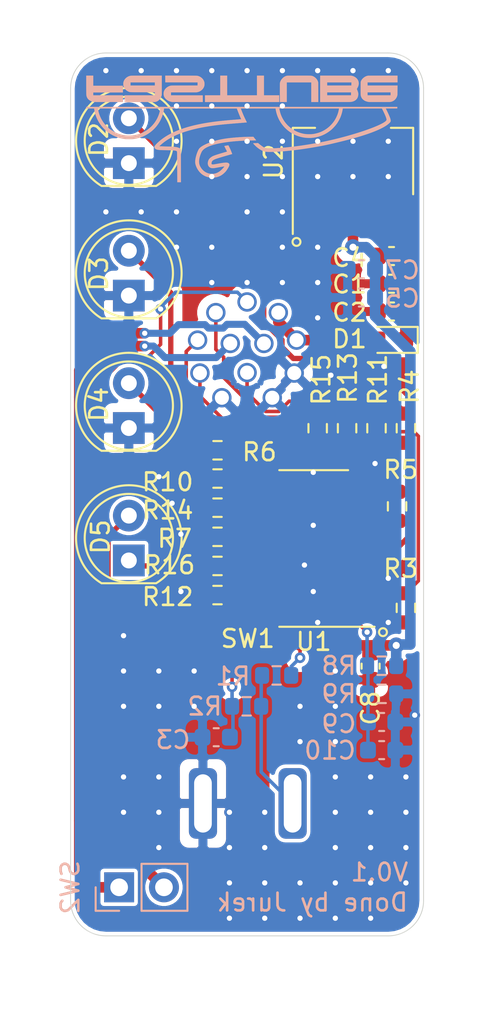
<source format=kicad_pcb>
(kicad_pcb (version 20171130) (host pcbnew "(5.1.12-1-10_14)")

  (general
    (thickness 1.6002)
    (drawings 28)
    (tracks 285)
    (zones 0)
    (modules 36)
    (nets 26)
  )

  (page A4)
  (layers
    (0 Front signal)
    (31 Back signal)
    (32 B.Adhes user)
    (33 F.Adhes user)
    (34 B.Paste user)
    (35 F.Paste user)
    (36 B.SilkS user)
    (37 F.SilkS user)
    (38 B.Mask user)
    (39 F.Mask user)
    (40 Dwgs.User user)
    (41 Cmts.User user)
    (42 Eco1.User user)
    (43 Eco2.User user)
    (44 Edge.Cuts user)
    (45 Margin user)
    (46 B.CrtYd user)
    (47 F.CrtYd user)
    (48 B.Fab user)
    (49 F.Fab user)
  )

  (setup
    (last_trace_width 0.3)
    (user_trace_width 0.2)
    (user_trace_width 0.3)
    (user_trace_width 0.4)
    (user_trace_width 0.6)
    (trace_clearance 0.127)
    (zone_clearance 0.108)
    (zone_45_only no)
    (trace_min 0.127)
    (via_size 0.6)
    (via_drill 0.3)
    (via_min_size 0.6)
    (via_min_drill 0.3)
    (user_via 0.6 0.3)
    (user_via 0.9 0.4)
    (uvia_size 0.6858)
    (uvia_drill 0.3302)
    (uvias_allowed no)
    (uvia_min_size 0.2)
    (uvia_min_drill 0.1)
    (edge_width 0.05)
    (segment_width 0.2)
    (pcb_text_width 0.3)
    (pcb_text_size 1.5 1.5)
    (mod_edge_width 0.12)
    (mod_text_size 1 1)
    (mod_text_width 0.15)
    (pad_size 1.524 1.524)
    (pad_drill 0.762)
    (pad_to_mask_clearance 0)
    (solder_mask_min_width 0.12)
    (aux_axis_origin 80 60)
    (visible_elements FFFFFF7F)
    (pcbplotparams
      (layerselection 0x010fc_ffffffff)
      (usegerberextensions false)
      (usegerberattributes true)
      (usegerberadvancedattributes true)
      (creategerberjobfile true)
      (excludeedgelayer true)
      (linewidth 0.100000)
      (plotframeref false)
      (viasonmask false)
      (mode 1)
      (useauxorigin false)
      (hpglpennumber 1)
      (hpglpenspeed 20)
      (hpglpendiameter 15.000000)
      (psnegative false)
      (psa4output false)
      (plotreference true)
      (plotvalue true)
      (plotinvisibletext false)
      (padsonsilk false)
      (subtractmaskfromsilk false)
      (outputformat 1)
      (mirror false)
      (drillshape 1)
      (scaleselection 1)
      (outputdirectory ""))
  )

  (net 0 "")
  (net 1 GND)
  (net 2 "Net-(C1-Pad1)")
  (net 3 BTN_TS)
  (net 4 +5V)
  (net 5 CLK)
  (net 6 +12V)
  (net 7 "Net-(D2-Pad2)")
  (net 8 "Net-(D3-Pad2)")
  (net 9 "Net-(D4-Pad2)")
  (net 10 "Net-(D5-Pad1)")
  (net 11 ASB_LED)
  (net 12 AMS_LED)
  (net 13 TSOFF_LED)
  (net 14 SDC_IN)
  (net 15 SDC_OUT)
  (net 16 IDM_LED)
  (net 17 "Net-(R1-Pad2)")
  (net 18 "Net-(R6-Pad2)")
  (net 19 "Net-(R10-Pad2)")
  (net 20 "Net-(J1-Pad9)")
  (net 21 "Net-(J1-Pad8)")
  (net 22 "Net-(J1-Pad7)")
  (net 23 "Net-(J1-Pad10)")
  (net 24 "Net-(R4-Pad2)")
  (net 25 "Net-(R16-Pad2)")

  (net_class Default "This is the default net class."
    (clearance 0.127)
    (trace_width 0.127)
    (via_dia 0.6)
    (via_drill 0.3)
    (uvia_dia 0.6858)
    (uvia_drill 0.3302)
    (diff_pair_width 0.1524)
    (diff_pair_gap 0.254)
    (add_net +12V)
    (add_net +5V)
    (add_net AMS_LED)
    (add_net ASB_LED)
    (add_net BTN_TS)
    (add_net CLK)
    (add_net GND)
    (add_net IDM_LED)
    (add_net "Net-(C1-Pad1)")
    (add_net "Net-(D2-Pad2)")
    (add_net "Net-(D3-Pad2)")
    (add_net "Net-(D4-Pad2)")
    (add_net "Net-(D5-Pad1)")
    (add_net "Net-(J1-Pad10)")
    (add_net "Net-(J1-Pad7)")
    (add_net "Net-(J1-Pad8)")
    (add_net "Net-(J1-Pad9)")
    (add_net "Net-(R1-Pad2)")
    (add_net "Net-(R10-Pad2)")
    (add_net "Net-(R16-Pad2)")
    (add_net "Net-(R4-Pad2)")
    (add_net "Net-(R6-Pad2)")
    (add_net SDC_IN)
    (add_net SDC_OUT)
    (add_net TSOFF_LED)
  )

  (module Binder:FTLogo_small (layer Back) (tedit 0) (tstamp 61C8FB15)
    (at 89.7 64.3)
    (fp_text reference G*** (at 0 0) (layer B.SilkS) hide
      (effects (font (size 1.524 1.524) (thickness 0.3)) (justify mirror))
    )
    (fp_text value LOGO (at 0.75 0) (layer B.SilkS) hide
      (effects (font (size 1.524 1.524) (thickness 0.3)) (justify mirror))
    )
    (fp_poly (pts (xy -6.739467 -1.900767) (xy -8.4201 -1.900767) (xy -8.4201 -2.065867) (xy -6.739467 -2.065867)
      (xy -6.739467 -2.442634) (xy -8.4201 -2.442634) (xy -8.4201 -3.014134) (xy -8.809567 -3.014134)
      (xy -8.809483 -2.479675) (xy -8.809436 -2.397863) (xy -8.809323 -2.321404) (xy -8.809146 -2.250587)
      (xy -8.808907 -2.185701) (xy -8.808609 -2.127034) (xy -8.808253 -2.074875) (xy -8.807843 -2.029514)
      (xy -8.807379 -1.991238) (xy -8.806865 -1.960336) (xy -8.806302 -1.937098) (xy -8.805693 -1.921812)
      (xy -8.805186 -1.915584) (xy -8.79284 -1.854464) (xy -8.773887 -1.798625) (xy -8.748242 -1.747949)
      (xy -8.715821 -1.702321) (xy -8.676538 -1.661627) (xy -8.630309 -1.625749) (xy -8.57705 -1.594573)
      (xy -8.56615 -1.589182) (xy -8.527908 -1.57231) (xy -8.488651 -1.558302) (xy -8.445907 -1.546374)
      (xy -8.397202 -1.535747) (xy -8.396817 -1.535672) (xy -8.391138 -1.53458) (xy -8.385547 -1.533579)
      (xy -8.379669 -1.532664) (xy -8.37313 -1.531831) (xy -8.365554 -1.531074) (xy -8.356566 -1.530389)
      (xy -8.345792 -1.529772) (xy -8.332855 -1.529218) (xy -8.317382 -1.528723) (xy -8.298998 -1.528281)
      (xy -8.277326 -1.527888) (xy -8.251993 -1.527539) (xy -8.222624 -1.527231) (xy -8.188843 -1.526957)
      (xy -8.150275 -1.526714) (xy -8.106546 -1.526498) (xy -8.05728 -1.526302) (xy -8.002103 -1.526123)
      (xy -7.940639 -1.525957) (xy -7.872514 -1.525798) (xy -7.797352 -1.525642) (xy -7.714779 -1.525484)
      (xy -7.624419 -1.52532) (xy -7.544858 -1.525178) (xy -6.739467 -1.52375) (xy -6.739467 -1.900767)) (layer B.SilkS) (width 0.01))
    (fp_poly (pts (xy -5.678055 -1.52402) (xy -5.572957 -1.524079) (xy -5.476101 -1.524178) (xy -5.387374 -1.524317)
      (xy -5.306663 -1.524498) (xy -5.233856 -1.524721) (xy -5.16884 -1.524986) (xy -5.111503 -1.525294)
      (xy -5.061733 -1.525645) (xy -5.019415 -1.526041) (xy -4.984439 -1.526482) (xy -4.956692 -1.526967)
      (xy -4.936061 -1.527499) (xy -4.922433 -1.528077) (xy -4.916439 -1.528582) (xy -4.86056 -1.540206)
      (xy -4.80845 -1.559142) (xy -4.759557 -1.585661) (xy -4.713334 -1.620036) (xy -4.6912 -1.640111)
      (xy -4.64919 -1.685206) (xy -4.613921 -1.733406) (xy -4.584734 -1.785842) (xy -4.560973 -1.843646)
      (xy -4.547271 -1.887707) (xy -4.536083 -1.928284) (xy -4.533655 -3.014134) (xy -5.394202 -3.013598)
      (xy -5.48006 -3.013526) (xy -5.563782 -3.01342) (xy -5.644961 -3.013282) (xy -5.723185 -3.013113)
      (xy -5.798045 -3.012917) (xy -5.869131 -3.012694) (xy -5.936033 -3.012446) (xy -5.998341 -3.012177)
      (xy -6.055644 -3.011887) (xy -6.107534 -3.011578) (xy -6.153599 -3.011254) (xy -6.193431 -3.010915)
      (xy -6.226618 -3.010563) (xy -6.252751 -3.010202) (xy -6.271421 -3.009831) (xy -6.282216 -3.009455)
      (xy -6.284383 -3.009285) (xy -6.345066 -2.997397) (xy -6.404317 -2.977715) (xy -6.461123 -2.950864)
      (xy -6.51447 -2.91747) (xy -6.563346 -2.878159) (xy -6.606736 -2.833556) (xy -6.640019 -2.789767)
      (xy -6.669581 -2.738133) (xy -6.691651 -2.683252) (xy -6.706156 -2.625963) (xy -6.71302 -2.567101)
      (xy -6.71217 -2.507503) (xy -6.704595 -2.455334) (xy -6.307667 -2.455334) (xy -6.307667 -2.637367)
      (xy -4.923367 -2.637367) (xy -4.923367 -2.455334) (xy -6.307667 -2.455334) (xy -6.704595 -2.455334)
      (xy -6.70353 -2.448007) (xy -6.687027 -2.38945) (xy -6.677752 -2.365383) (xy -6.65307 -2.316653)
      (xy -6.621023 -2.270047) (xy -6.582624 -2.226484) (xy -6.538887 -2.186882) (xy -6.490826 -2.152161)
      (xy -6.439457 -2.12324) (xy -6.386078 -2.101134) (xy -6.377711 -2.098261) (xy -6.369952 -2.095643)
      (xy -6.362391 -2.093268) (xy -6.354621 -2.091123) (xy -6.346231 -2.089198) (xy -6.336815 -2.08748)
      (xy -6.325962 -2.085958) (xy -6.313265 -2.084619) (xy -6.298314 -2.083452) (xy -6.280702 -2.082446)
      (xy -6.260018 -2.081588) (xy -6.235855 -2.080866) (xy -6.207804 -2.080269) (xy -6.175456 -2.079785)
      (xy -6.138403 -2.079403) (xy -6.096235 -2.079109) (xy -6.048544 -2.078893) (xy -5.994922 -2.078743)
      (xy -5.934959 -2.078647) (xy -5.868248 -2.078593) (xy -5.794379 -2.07857) (xy -5.712943 -2.078565)
      (xy -5.623533 -2.078567) (xy -4.923367 -2.078567) (xy -4.923367 -1.900767) (xy -6.633633 -1.900767)
      (xy -6.633633 -1.524) (xy -5.791506 -1.524) (xy -5.678055 -1.52402)) (layer B.SilkS) (width 0.01))
    (fp_poly (pts (xy -2.215048 -1.711237) (xy -2.21615 -1.89865) (xy -4.0132 -1.900786) (xy -4.0132 -2.0701)
      (xy -3.305064 -2.0701) (xy -3.200522 -2.070128) (xy -3.103591 -2.07021) (xy -3.014343 -2.070346)
      (xy -2.932851 -2.070536) (xy -2.859186 -2.07078) (xy -2.793422 -2.071077) (xy -2.735629 -2.071426)
      (xy -2.685881 -2.071827) (xy -2.644249 -2.07228) (xy -2.610805 -2.072784) (xy -2.585623 -2.073339)
      (xy -2.568773 -2.073945) (xy -2.561056 -2.074499) (xy -2.497636 -2.08613) (xy -2.436615 -2.104968)
      (xy -2.379444 -2.130519) (xy -2.354181 -2.144789) (xy -2.297663 -2.183384) (xy -2.248416 -2.226095)
      (xy -2.206515 -2.272825) (xy -2.172034 -2.323477) (xy -2.145049 -2.377956) (xy -2.125633 -2.436165)
      (xy -2.124322 -2.441334) (xy -2.11867 -2.472497) (xy -2.11537 -2.508993) (xy -2.114421 -2.548021)
      (xy -2.115822 -2.586779) (xy -2.119575 -2.622466) (xy -2.124322 -2.647133) (xy -2.143149 -2.706044)
      (xy -2.169423 -2.760949) (xy -2.203054 -2.811705) (xy -2.243955 -2.858171) (xy -2.268955 -2.88136)
      (xy -2.317317 -2.919519) (xy -2.36651 -2.95053) (xy -2.418408 -2.975345) (xy -2.474891 -2.994914)
      (xy -2.512483 -3.004701) (xy -2.516461 -3.005496) (xy -2.521514 -3.00623) (xy -2.527983 -3.006907)
      (xy -2.536211 -3.007529) (xy -2.546541 -3.008099) (xy -2.559314 -3.008621) (xy -2.574873 -3.009098)
      (xy -2.59356 -3.009531) (xy -2.615716 -3.009926) (xy -2.641684 -3.010284) (xy -2.671807 -3.010609)
      (xy -2.706426 -3.010903) (xy -2.745884 -3.01117) (xy -2.790522 -3.011413) (xy -2.840683 -3.011635)
      (xy -2.896709 -3.011839) (xy -2.958942 -3.012027) (xy -3.027725 -3.012204) (xy -3.103399 -3.012371)
      (xy -3.186307 -3.012533) (xy -3.27679 -3.012692) (xy -3.375192 -3.012851) (xy -3.438569 -3.012949)
      (xy -4.335022 -3.014305) (xy -4.333919 -2.826894) (xy -4.332817 -2.639484) (xy -3.417274 -2.638416)
      (xy -2.501732 -2.637348) (xy -2.502874 -2.547399) (xy -2.504017 -2.45745) (xy -3.253317 -2.455183)
      (xy -3.347099 -2.454895) (xy -3.432795 -2.454622) (xy -3.510788 -2.454358) (xy -3.581459 -2.454099)
      (xy -3.645188 -2.45384) (xy -3.702357 -2.453577) (xy -3.753348 -2.453303) (xy -3.798542 -2.453016)
      (xy -3.838321 -2.452709) (xy -3.873065 -2.452378) (xy -3.903156 -2.452019) (xy -3.928976 -2.451626)
      (xy -3.950905 -2.451194) (xy -3.969326 -2.45072) (xy -3.98462 -2.450197) (xy -3.997168 -2.449622)
      (xy -4.007351 -2.448989) (xy -4.01555 -2.448294) (xy -4.022148 -2.447531) (xy -4.027526 -2.446697)
      (xy -4.032064 -2.445786) (xy -4.033858 -2.445368) (xy -4.095242 -2.426808) (xy -4.15364 -2.401785)
      (xy -4.208317 -2.370894) (xy -4.258535 -2.334733) (xy -4.303558 -2.293899) (xy -4.342648 -2.248988)
      (xy -4.37507 -2.200597) (xy -4.400086 -2.149324) (xy -4.40044 -2.148437) (xy -4.413721 -2.109434)
      (xy -4.42232 -2.069924) (xy -4.426597 -2.027565) (xy -4.426912 -1.980014) (xy -4.426814 -1.976967)
      (xy -4.423282 -1.928269) (xy -4.415819 -1.885217) (xy -4.403753 -1.845644) (xy -4.386413 -1.807383)
      (xy -4.363126 -1.768266) (xy -4.361317 -1.765532) (xy -4.332183 -1.727563) (xy -4.296118 -1.690153)
      (xy -4.25463 -1.654573) (xy -4.209224 -1.622095) (xy -4.161407 -1.593992) (xy -4.153042 -1.589688)
      (xy -4.121837 -1.575647) (xy -4.085088 -1.561837) (xy -4.045683 -1.549234) (xy -4.006511 -1.53881)
      (xy -3.993157 -1.535807) (xy -3.947583 -1.526117) (xy -2.213945 -1.523823) (xy -2.215048 -1.711237)) (layer B.SilkS) (width 0.01))
    (fp_poly (pts (xy 2.116667 -1.900767) (xy 1.253067 -1.900767) (xy 1.253067 -3.014134) (xy 0.8636 -3.014134)
      (xy 0.8636 -1.900767) (xy -0.829734 -1.900767) (xy -0.829734 -3.014134) (xy -1.2192 -3.014134)
      (xy -1.2192 -1.900767) (xy -2.0828 -1.900767) (xy -2.0828 -1.524) (xy 2.116667 -1.524)
      (xy 2.116667 -1.900767)) (layer B.SilkS) (width 0.01))
    (fp_poly (pts (xy 2.548467 -2.637367) (xy 3.941233 -2.637367) (xy 3.941233 -1.524) (xy 4.330998 -1.524)
      (xy 4.329632 -2.077509) (xy 4.328267 -2.631017) (xy 4.31873 -2.667) (xy 4.301741 -2.715767)
      (xy 4.277243 -2.763933) (xy 4.246183 -2.810501) (xy 4.20951 -2.854475) (xy 4.168172 -2.894859)
      (xy 4.123115 -2.930656) (xy 4.075289 -2.96087) (xy 4.02564 -2.984504) (xy 4.011657 -2.989766)
      (xy 4.002832 -2.992919) (xy 3.994702 -2.995787) (xy 3.98685 -2.998385) (xy 3.978859 -3.000726)
      (xy 3.970312 -3.002822) (xy 3.960792 -3.004686) (xy 3.949881 -3.006332) (xy 3.937162 -3.007772)
      (xy 3.922218 -3.009021) (xy 3.904631 -3.010089) (xy 3.883985 -3.010992) (xy 3.859862 -3.011742)
      (xy 3.831844 -3.012351) (xy 3.799515 -3.012834) (xy 3.762458 -3.013202) (xy 3.720254 -3.01347)
      (xy 3.672487 -3.013649) (xy 3.61874 -3.013754) (xy 3.558595 -3.013798) (xy 3.491635 -3.013792)
      (xy 3.417442 -3.013751) (xy 3.335601 -3.013687) (xy 3.249587 -3.013617) (xy 3.17527 -3.013536)
      (xy 3.103009 -3.013413) (xy 3.033283 -3.01325) (xy 2.966569 -3.013051) (xy 2.903346 -3.012818)
      (xy 2.844092 -3.012554) (xy 2.789284 -3.012263) (xy 2.7394 -3.011946) (xy 2.69492 -3.011608)
      (xy 2.656319 -3.01125) (xy 2.624077 -3.010876) (xy 2.598671 -3.010489) (xy 2.58058 -3.010091)
      (xy 2.57028 -3.009685) (xy 2.568419 -3.009517) (xy 2.523908 -2.999652) (xy 2.477647 -2.983253)
      (xy 2.431829 -2.961278) (xy 2.388645 -2.934684) (xy 2.375515 -2.925185) (xy 2.350501 -2.904598)
      (xy 2.323435 -2.879377) (xy 2.296295 -2.851597) (xy 2.27106 -2.823334) (xy 2.249707 -2.796663)
      (xy 2.240255 -2.783302) (xy 2.212272 -2.736904) (xy 2.190604 -2.690553) (xy 2.173791 -2.640941)
      (xy 2.168344 -2.620434) (xy 2.16733 -2.615671) (xy 2.166415 -2.609667) (xy 2.165593 -2.601973)
      (xy 2.164857 -2.59214) (xy 2.164201 -2.579717) (xy 2.163618 -2.564256) (xy 2.1631 -2.545307)
      (xy 2.162643 -2.522422) (xy 2.162239 -2.495149) (xy 2.161882 -2.463041) (xy 2.161565 -2.425648)
      (xy 2.161281 -2.38252) (xy 2.161024 -2.333209) (xy 2.160787 -2.277265) (xy 2.160564 -2.214238)
      (xy 2.160349 -2.143679) (xy 2.160133 -2.065139) (xy 2.160116 -2.058459) (xy 2.158721 -1.524)
      (xy 2.548467 -1.524) (xy 2.548467 -2.637367)) (layer B.SilkS) (width 0.01))
    (fp_poly (pts (xy 5.303308 -1.525066) (xy 5.404741 -1.525212) (xy 5.498076 -1.525342) (xy 5.583682 -1.525466)
      (xy 5.66193 -1.525592) (xy 5.733189 -1.52573) (xy 5.797827 -1.52589) (xy 5.856214 -1.52608)
      (xy 5.908719 -1.526311) (xy 5.955712 -1.526592) (xy 5.997562 -1.526933) (xy 6.034637 -1.527341)
      (xy 6.067308 -1.527828) (xy 6.095943 -1.528403) (xy 6.120912 -1.529075) (xy 6.142584 -1.529853)
      (xy 6.161328 -1.530747) (xy 6.177513 -1.531766) (xy 6.19151 -1.53292) (xy 6.203687 -1.534218)
      (xy 6.214412 -1.53567) (xy 6.224057 -1.537285) (xy 6.232989 -1.539073) (xy 6.241579 -1.541042)
      (xy 6.250194 -1.543203) (xy 6.259206 -1.545565) (xy 6.268982 -1.548137) (xy 6.275916 -1.549925)
      (xy 6.333192 -1.568234) (xy 6.386274 -1.592712) (xy 6.434503 -1.622864) (xy 6.477222 -1.658194)
      (xy 6.51377 -1.698207) (xy 6.543489 -1.742407) (xy 6.551187 -1.756834) (xy 6.569847 -1.801107)
      (xy 6.584159 -1.849957) (xy 6.593772 -1.901123) (xy 6.598339 -1.952343) (xy 6.597508 -2.001357)
      (xy 6.593729 -2.032) (xy 6.586533 -2.065089) (xy 6.575746 -2.10347) (xy 6.562024 -2.14511)
      (xy 6.546022 -2.187975) (xy 6.53445 -2.216132) (xy 6.515189 -2.261222) (xy 6.538381 -2.300628)
      (xy 6.57109 -2.361978) (xy 6.596198 -2.421849) (xy 6.613596 -2.479897) (xy 6.623173 -2.535779)
      (xy 6.625166 -2.57378) (xy 6.621089 -2.632474) (xy 6.609018 -2.688764) (xy 6.589195 -2.742213)
      (xy 6.561862 -2.792381) (xy 6.527261 -2.83883) (xy 6.485634 -2.88112) (xy 6.437223 -2.918812)
      (xy 6.433635 -2.921234) (xy 6.393601 -2.946307) (xy 6.355596 -2.96615) (xy 6.316718 -2.982011)
      (xy 6.274064 -2.995139) (xy 6.245199 -3.002282) (xy 6.20395 -3.01176) (xy 4.445 -3.014308)
      (xy 4.445 -2.637367) (xy 4.834466 -2.637367) (xy 6.214702 -2.637367) (xy 6.213559 -2.547409)
      (xy 6.212416 -2.45745) (xy 4.834466 -2.455308) (xy 4.834466 -2.637367) (xy 4.445 -2.637367)
      (xy 4.445 -1.900767) (xy 4.834466 -1.900767) (xy 4.834466 -2.0701) (xy 6.193366 -2.0701)
      (xy 6.193366 -1.900767) (xy 4.834466 -1.900767) (xy 4.445 -1.900767) (xy 4.445 -1.523783)
      (xy 5.303308 -1.525066)) (layer B.SilkS) (width 0.01))
    (fp_poly (pts (xy 8.128357 -1.524483) (xy 8.177823 -1.524573) (xy 8.22152 -1.524757) (xy 8.259897 -1.525046)
      (xy 8.293403 -1.525451) (xy 8.322488 -1.52598) (xy 8.347602 -1.526646) (xy 8.369193 -1.527458)
      (xy 8.387713 -1.528427) (xy 8.403609 -1.529563) (xy 8.417332 -1.530877) (xy 8.429331 -1.532378)
      (xy 8.440055 -1.534078) (xy 8.449955 -1.535987) (xy 8.459479 -1.538114) (xy 8.469078 -1.540471)
      (xy 8.471537 -1.541096) (xy 8.528233 -1.559859) (xy 8.581855 -1.586097) (xy 8.631715 -1.619159)
      (xy 8.677121 -1.658395) (xy 8.717385 -1.703157) (xy 8.751816 -1.752792) (xy 8.779725 -1.806653)
      (xy 8.794682 -1.84553) (xy 8.799549 -1.86026) (xy 8.803729 -1.873555) (xy 8.807279 -1.886175)
      (xy 8.810256 -1.898884) (xy 8.812718 -1.912442) (xy 8.814721 -1.927613) (xy 8.816321 -1.945158)
      (xy 8.817578 -1.96584) (xy 8.818546 -1.990419) (xy 8.819283 -2.019659) (xy 8.819847 -2.054321)
      (xy 8.820294 -2.095168) (xy 8.820681 -2.142961) (xy 8.821063 -2.198159) (xy 8.822798 -2.455334)
      (xy 7.1247 -2.455334) (xy 7.1247 -2.637367) (xy 8.822267 -2.637367) (xy 8.822267 -3.014134)
      (xy 7.995708 -3.013456) (xy 7.912475 -3.01338) (xy 7.831394 -3.013289) (xy 7.75288 -3.013186)
      (xy 7.677348 -3.013072) (xy 7.605215 -3.012947) (xy 7.536895 -3.012812) (xy 7.472804 -3.012669)
      (xy 7.413357 -3.012519) (xy 7.35897 -3.012363) (xy 7.310057 -3.012202) (xy 7.267035 -3.012038)
      (xy 7.230318 -3.011871) (xy 7.200322 -3.011702) (xy 7.177462 -3.011533) (xy 7.162154 -3.011365)
      (xy 7.154813 -3.011199) (xy 7.154333 -3.011165) (xy 7.112828 -3.003661) (xy 7.068363 -2.990269)
      (xy 7.023112 -2.971837) (xy 6.979248 -2.94921) (xy 6.952369 -2.932559) (xy 6.898841 -2.892996)
      (xy 6.85233 -2.850512) (xy 6.813127 -2.805471) (xy 6.781527 -2.758237) (xy 6.757822 -2.709176)
      (xy 6.746827 -2.676625) (xy 6.745131 -2.670454) (xy 6.743653 -2.664375) (xy 6.742375 -2.657781)
      (xy 6.741278 -2.65007) (xy 6.740345 -2.640633) (xy 6.739559 -2.628868) (xy 6.738903 -2.614167)
      (xy 6.738357 -2.595927) (xy 6.737906 -2.573541) (xy 6.73753 -2.546405) (xy 6.737214 -2.513912)
      (xy 6.736938 -2.475459) (xy 6.736686 -2.430439) (xy 6.73644 -2.378247) (xy 6.736182 -2.318278)
      (xy 6.736144 -2.309284) (xy 6.735891 -2.242989) (xy 6.735738 -2.184543) (xy 6.735708 -2.133324)
      (xy 6.735823 -2.088713) (xy 6.736105 -2.050092) (xy 6.736577 -2.016841) (xy 6.737262 -1.988341)
      (xy 6.73818 -1.963973) (xy 6.739356 -1.943117) (xy 6.740811 -1.925155) (xy 6.742568 -1.909466)
      (xy 6.743858 -1.900767) (xy 7.1247 -1.900767) (xy 7.1247 -2.074334) (xy 8.4328 -2.074334)
      (xy 8.4328 -1.900767) (xy 7.1247 -1.900767) (xy 6.743858 -1.900767) (xy 6.744649 -1.895433)
      (xy 6.747077 -1.882435) (xy 6.749873 -1.869853) (xy 6.752404 -1.85962) (xy 6.760472 -1.834117)
      (xy 6.772097 -1.805152) (xy 6.785882 -1.775728) (xy 6.800428 -1.74885) (xy 6.813018 -1.729317)
      (xy 6.83974 -1.697181) (xy 6.872649 -1.665183) (xy 6.909616 -1.635034) (xy 6.948508 -1.608444)
      (xy 6.987195 -1.587123) (xy 6.994356 -1.583804) (xy 7.031154 -1.569084) (xy 7.073199 -1.555252)
      (xy 7.11727 -1.54329) (xy 7.151782 -1.535736) (xy 7.158535 -1.534459) (xy 7.165174 -1.533306)
      (xy 7.172153 -1.53227) (xy 7.179923 -1.531343) (xy 7.188935 -1.530518) (xy 7.199644 -1.529786)
      (xy 7.212499 -1.52914) (xy 7.227955 -1.528573) (xy 7.246462 -1.528076) (xy 7.268473 -1.527642)
      (xy 7.294439 -1.527264) (xy 7.324814 -1.526933) (xy 7.36005 -1.526643) (xy 7.400597 -1.526384)
      (xy 7.446909 -1.52615) (xy 7.499438 -1.525933) (xy 7.558635 -1.525725) (xy 7.624954 -1.525519)
      (xy 7.698845 -1.525307) (xy 7.77875 -1.525086) (xy 7.863806 -1.52486) (xy 7.940846 -1.524676)
      (xy 8.010318 -1.524545) (xy 8.072672 -1.524477) (xy 8.128357 -1.524483)) (layer B.SilkS) (width 0.01))
    (fp_poly (pts (xy -3.451187 2.100792) (xy -3.452283 1.183217) (xy -3.464804 1.160613) (xy -3.484268 1.133139)
      (xy -3.510671 1.108646) (xy -3.544212 1.087043) (xy -3.585091 1.068234) (xy -3.633508 1.052125)
      (xy -3.689662 1.038623) (xy -3.744529 1.028988) (xy -3.775812 1.024537) (xy -3.807662 1.020573)
      (xy -3.840852 1.017051) (xy -3.876152 1.013928) (xy -3.914335 1.011157) (xy -3.956173 1.008697)
      (xy -4.002439 1.006501) (xy -4.053903 1.004527) (xy -4.111337 1.002728) (xy -4.175515 1.001063)
      (xy -4.247207 0.999485) (xy -4.265083 0.999125) (xy -4.313643 0.998096) (xy -4.362106 0.996944)
      (xy -4.409723 0.995696) (xy -4.455747 0.994378) (xy -4.499428 0.993018) (xy -4.540018 0.991643)
      (xy -4.576767 0.990278) (xy -4.608927 0.98895) (xy -4.635748 0.987687) (xy -4.656483 0.986516)
      (xy -4.670383 0.985462) (xy -4.676698 0.984553) (xy -4.676968 0.98441) (xy -4.674565 0.981119)
      (xy -4.666678 0.973045) (xy -4.654186 0.96099) (xy -4.637971 0.945754) (xy -4.618913 0.928137)
      (xy -4.597891 0.908941) (xy -4.575787 0.888966) (xy -4.553481 0.869013) (xy -4.531853 0.849883)
      (xy -4.511784 0.832376) (xy -4.494154 0.817293) (xy -4.4831 0.808085) (xy -4.374756 0.723902)
      (xy -4.259229 0.643006) (xy -4.136474 0.565383) (xy -4.006444 0.491016) (xy -3.869094 0.419887)
      (xy -3.724378 0.351982) (xy -3.572249 0.287284) (xy -3.412661 0.225777) (xy -3.24557 0.167443)
      (xy -3.070928 0.112268) (xy -2.88869 0.060234) (xy -2.698809 0.011326) (xy -2.50124 -0.034473)
      (xy -2.295937 -0.07718) (xy -2.082853 -0.116809) (xy -1.861944 -0.153379) (xy -1.699684 -0.177585)
      (xy -1.623759 -0.188241) (xy -1.548568 -0.198425) (xy -1.473485 -0.208198) (xy -1.397887 -0.217626)
      (xy -1.321148 -0.226771) (xy -1.242643 -0.235697) (xy -1.161748 -0.244469) (xy -1.077837 -0.253148)
      (xy -0.990287 -0.2618) (xy -0.898471 -0.270487) (xy -0.801766 -0.279274) (xy -0.699546 -0.288223)
      (xy -0.591186 -0.297398) (xy -0.476063 -0.306864) (xy -0.35355 -0.316683) (xy -0.262467 -0.323846)
      (xy -0.209675 -0.328002) (xy -0.156323 -0.332263) (xy -0.103087 -0.33657) (xy -0.05064 -0.340867)
      (xy 0.000345 -0.345095) (xy 0.049194 -0.349196) (xy 0.095234 -0.353113) (xy 0.13779 -0.356788)
      (xy 0.17619 -0.360162) (xy 0.209758 -0.363178) (xy 0.237822 -0.365778) (xy 0.259709 -0.367904)
      (xy 0.274743 -0.369499) (xy 0.282252 -0.370504) (xy 0.282982 -0.370709) (xy 0.281507 -0.374645)
      (xy 0.276661 -0.385303) (xy 0.268855 -0.401828) (xy 0.2585 -0.423368) (xy 0.246006 -0.449067)
      (xy 0.231782 -0.478073) (xy 0.216623 -0.508761) (xy 0.175531 -0.592981) (xy 0.137955 -0.672928)
      (xy 0.102659 -0.751335) (xy 0.068408 -0.830935) (xy 0.039451 -0.900943) (xy 0.028559 -0.927913)
      (xy 0.016844 -0.957263) (xy 0.00471 -0.987953) (xy -0.007443 -1.01894) (xy -0.019211 -1.049183)
      (xy -0.030193 -1.07764) (xy -0.039986 -1.103269) (xy -0.048188 -1.125029) (xy -0.054397 -1.141879)
      (xy -0.058209 -1.152777) (xy -0.059267 -1.156564) (xy -0.055095 -1.156874) (xy -0.042828 -1.157176)
      (xy -0.022836 -1.157469) (xy 0.004509 -1.157752) (xy 0.038837 -1.158024) (xy 0.079777 -1.158282)
      (xy 0.126958 -1.158527) (xy 0.180008 -1.158757) (xy 0.238558 -1.158969) (xy 0.302234 -1.159165)
      (xy 0.370668 -1.159341) (xy 0.443487 -1.159496) (xy 0.520321 -1.15963) (xy 0.600799 -1.159742)
      (xy 0.68455 -1.159829) (xy 0.771202 -1.15989) (xy 0.860385 -1.159925) (xy 0.928729 -1.159933)
      (xy 1.916724 -1.159933) (xy 2.120739 -1.159933) (xy 5.5118 -1.159933) (xy 5.511769 -1.148292)
      (xy 5.510733 -1.137054) (xy 5.507874 -1.11907) (xy 5.503507 -1.095788) (xy 5.497948 -1.068652)
      (xy 5.491513 -1.039112) (xy 5.484516 -1.008611) (xy 5.477274 -0.978598) (xy 5.470102 -0.950519)
      (xy 5.463315 -0.925821) (xy 5.463063 -0.924947) (xy 5.433513 -0.833783) (xy 5.39763 -0.741855)
      (xy 5.356313 -0.651037) (xy 5.310465 -0.563205) (xy 5.260988 -0.480232) (xy 5.219643 -0.418953)
      (xy 5.144945 -0.321537) (xy 5.064784 -0.230532) (xy 4.979379 -0.146079) (xy 4.88895 -0.068316)
      (xy 4.793715 0.002619) (xy 4.693893 0.066584) (xy 4.589703 0.123442) (xy 4.481363 0.173054)
      (xy 4.369093 0.215279) (xy 4.253112 0.24998) (xy 4.133639 0.277017) (xy 4.12115 0.279359)
      (xy 4.085572 0.285657) (xy 4.053263 0.290744) (xy 4.022649 0.294739) (xy 3.99216 0.297762)
      (xy 3.960224 0.299932) (xy 3.925269 0.301369) (xy 3.885723 0.302191) (xy 3.840016 0.30252)
      (xy 3.81635 0.302538) (xy 3.763767 0.302247) (xy 3.717937 0.301352) (xy 3.677158 0.299698)
      (xy 3.639726 0.297128) (xy 3.60394 0.293486) (xy 3.568098 0.288616) (xy 3.530498 0.282361)
      (xy 3.489436 0.274565) (xy 3.470931 0.270831) (xy 3.355463 0.242991) (xy 3.243225 0.207522)
      (xy 3.134505 0.16472) (xy 3.029594 0.114881) (xy 2.928782 0.0583) (xy 2.83236 -0.004727)
      (xy 2.740617 -0.073903) (xy 2.653843 -0.148935) (xy 2.572329 -0.229525) (xy 2.496364 -0.315378)
      (xy 2.42624 -0.406198) (xy 2.362245 -0.50169) (xy 2.304671 -0.601557) (xy 2.253807 -0.705504)
      (xy 2.209943 -0.813236) (xy 2.17337 -0.924456) (xy 2.144378 -1.038869) (xy 2.13372 -1.0922)
      (xy 2.129993 -1.112413) (xy 2.126649 -1.13031) (xy 2.124081 -1.143807) (xy 2.122769 -1.150408)
      (xy 2.120739 -1.159933) (xy 1.916724 -1.159933) (xy 1.919672 -1.135592) (xy 1.921574 -1.122044)
      (xy 1.924637 -1.102664) (xy 1.928452 -1.079938) (xy 1.932612 -1.056354) (xy 1.933021 -1.0541)
      (xy 1.959536 -0.931832) (xy 1.994003 -0.812082) (xy 2.036191 -0.6952) (xy 2.085866 -0.58154)
      (xy 2.142797 -0.471453) (xy 2.206751 -0.365293) (xy 2.277495 -0.263409) (xy 2.354796 -0.166156)
      (xy 2.438423 -0.073885) (xy 2.528143 0.013052) (xy 2.623724 0.094302) (xy 2.724932 0.169515)
      (xy 2.753783 0.189134) (xy 2.861211 0.255715) (xy 2.972491 0.314773) (xy 3.087512 0.366267)
      (xy 3.206161 0.410156) (xy 3.328328 0.446398) (xy 3.453899 0.474952) (xy 3.582147 0.495696)
      (xy 3.614473 0.499145) (xy 3.653446 0.502071) (xy 3.697257 0.504434) (xy 3.744101 0.506197)
      (xy 3.79217 0.507319) (xy 3.839657 0.507762) (xy 3.884756 0.507487) (xy 3.92566 0.506454)
      (xy 3.960561 0.504624) (xy 3.968052 0.504045) (xy 4.097495 0.489253) (xy 4.22346 0.466765)
      (xy 4.346074 0.436531) (xy 4.46546 0.3985) (xy 4.581745 0.352624) (xy 4.695053 0.298853)
      (xy 4.805511 0.237135) (xy 4.913242 0.167422) (xy 5.018374 0.089663) (xy 5.0292 0.081083)
      (xy 5.084253 0.034606) (xy 5.141077 -0.018149) (xy 5.198224 -0.075628) (xy 5.254249 -0.136279)
      (xy 5.307706 -0.198546) (xy 5.357148 -0.260876) (xy 5.392342 -0.309033) (xy 5.427945 -0.362348)
      (xy 5.463975 -0.421014) (xy 5.499256 -0.482872) (xy 5.532614 -0.545761) (xy 5.562872 -0.60752)
      (xy 5.588857 -0.665989) (xy 5.596091 -0.683683) (xy 5.628236 -0.770619) (xy 5.657019 -0.861363)
      (xy 5.681666 -0.953159) (xy 5.701407 -1.04325) (xy 5.709468 -1.088451) (xy 5.721135 -1.159933)
      (xy 7.941699 -1.159933) (xy 7.992632 -1.058136) (xy 8.03456 -0.973127) (xy 8.071809 -0.895043)
      (xy 8.10442 -0.823783) (xy 8.132436 -0.759245) (xy 8.155899 -0.701325) (xy 8.174851 -0.649923)
      (xy 8.189336 -0.604937) (xy 8.199394 -0.566264) (xy 8.202023 -0.553425) (xy 8.208977 -0.516299)
      (xy 8.198525 -0.493469) (xy 8.184803 -0.470692) (xy 8.163788 -0.446508) (xy 8.135341 -0.420817)
      (xy 8.099325 -0.393521) (xy 8.055605 -0.364521) (xy 8.004042 -0.333717) (xy 7.944499 -0.301011)
      (xy 7.8994 -0.277643) (xy 7.812772 -0.235224) (xy 7.718194 -0.191777) (xy 7.616103 -0.147437)
      (xy 7.506934 -0.102336) (xy 7.391125 -0.056608) (xy 7.269112 -0.010387) (xy 7.141331 0.036196)
      (xy 7.00822 0.083006) (xy 6.870214 0.129911) (xy 6.727751 0.176777) (xy 6.581267 0.22347)
      (xy 6.431198 0.269858) (xy 6.277982 0.315808) (xy 6.122054 0.361186) (xy 5.963851 0.405859)
      (xy 5.80381 0.449693) (xy 5.642368 0.492556) (xy 5.47996 0.534315) (xy 5.317024 0.574835)
      (xy 5.153996 0.613985) (xy 4.991313 0.65163) (xy 4.829411 0.687637) (xy 4.668726 0.721873)
      (xy 4.5339 0.749388) (xy 4.34411 0.78634) (xy 4.152329 0.821778) (xy 3.9593 0.855605)
      (xy 3.765769 0.887722) (xy 3.572478 0.918031) (xy 3.380172 0.946434) (xy 3.189594 0.972833)
      (xy 3.001488 0.997129) (xy 2.816599 1.019225) (xy 2.635671 1.039022) (xy 2.459446 1.056422)
      (xy 2.28867 1.071326) (xy 2.124086 1.083637) (xy 1.966438 1.093257) (xy 1.905 1.096352)
      (xy 1.870435 1.09771) (xy 1.830895 1.098799) (xy 1.787697 1.099621) (xy 1.74216 1.100175)
      (xy 1.695601 1.100462) (xy 1.649336 1.100482) (xy 1.604685 1.100234) (xy 1.562964 1.09972)
      (xy 1.525491 1.098939) (xy 1.493583 1.097892) (xy 1.468559 1.096579) (xy 1.464521 1.096286)
      (xy 1.419944 1.092341) (xy 1.382293 1.087744) (xy 1.350031 1.082152) (xy 1.321621 1.075219)
      (xy 1.29553 1.066599) (xy 1.270219 1.055947) (xy 1.2573 1.049713) (xy 1.231727 1.035661)
      (xy 1.200924 1.016645) (xy 1.16592 0.993399) (xy 1.127745 0.966662) (xy 1.087428 0.937167)
      (xy 1.045999 0.905652) (xy 1.004487 0.872854) (xy 0.967317 0.842351) (xy 0.92075 0.803396)
      (xy 0.867833 0.805906) (xy 0.845801 0.806886) (xy 0.817918 0.808027) (xy 0.786798 0.809228)
      (xy 0.755051 0.810388) (xy 0.731308 0.811207) (xy 0.705748 0.812236) (xy 0.683344 0.813474)
      (xy 0.66537 0.814823) (xy 0.653102 0.816184) (xy 0.647813 0.817459) (xy 0.6477 0.817654)
      (xy 0.65049 0.82282) (xy 0.658263 0.833049) (xy 0.670118 0.847313) (xy 0.685158 0.864583)
      (xy 0.702482 0.883833) (xy 0.721193 0.904033) (xy 0.740391 0.924156) (xy 0.744616 0.928496)
      (xy 0.804564 0.986608) (xy 0.86766 1.041717) (xy 0.932718 1.092962) (xy 0.998553 1.139482)
      (xy 1.063979 1.180417) (xy 1.12781 1.214906) (xy 1.160004 1.230018) (xy 1.193048 1.244206)
      (xy 1.224103 1.256396) (xy 1.254129 1.266733) (xy 1.284088 1.275362) (xy 1.314942 1.282426)
      (xy 1.347649 1.288069) (xy 1.383173 1.292436) (xy 1.422474 1.295671) (xy 1.466512 1.297918)
      (xy 1.51625 1.299321) (xy 1.572647 1.300024) (xy 1.62779 1.300179) (xy 1.739034 1.298988)
      (xy 1.857861 1.29555) (xy 1.98371 1.289938) (xy 2.116022 1.282225) (xy 2.254237 1.272485)
      (xy 2.397794 1.260791) (xy 2.546133 1.247214) (xy 2.698695 1.23183) (xy 2.854919 1.214709)
      (xy 3.014245 1.195926) (xy 3.176113 1.175554) (xy 3.339964 1.153666) (xy 3.505237 1.130334)
      (xy 3.671372 1.105631) (xy 3.837809 1.079632) (xy 4.003988 1.052408) (xy 4.169349 1.024033)
      (xy 4.333332 0.99458) (xy 4.495377 0.964122) (xy 4.654923 0.932731) (xy 4.811412 0.900482)
      (xy 4.964282 0.867447) (xy 4.990487 0.86162) (xy 5.027899 0.853178) (xy 5.072411 0.842986)
      (xy 5.1229 0.831308) (xy 5.178244 0.818408) (xy 5.237318 0.804551) (xy 5.299 0.790003)
      (xy 5.362166 0.775028) (xy 5.425694 0.75989) (xy 5.488461 0.744855) (xy 5.549343 0.730187)
      (xy 5.594169 0.719324) (xy 5.805429 0.66708) (xy 6.009088 0.614875) (xy 6.205102 0.562728)
      (xy 6.393428 0.510654) (xy 6.574021 0.458669) (xy 6.746839 0.406791) (xy 6.911837 0.355036)
      (xy 7.068973 0.303421) (xy 7.218203 0.251961) (xy 7.359483 0.200674) (xy 7.49277 0.149576)
      (xy 7.618021 0.098684) (xy 7.735191 0.048014) (xy 7.844237 -0.002417) (xy 7.945116 -0.052594)
      (xy 8.037785 -0.102498) (xy 8.122199 -0.152114) (xy 8.198315 -0.201425) (xy 8.266091 -0.250414)
      (xy 8.325481 -0.299066) (xy 8.362023 -0.332894) (xy 8.386347 -0.357698) (xy 8.404571 -0.378711)
      (xy 8.417523 -0.397012) (xy 8.426032 -0.413676) (xy 8.427895 -0.418674) (xy 8.431204 -0.434953)
      (xy 8.432605 -0.457004) (xy 8.432166 -0.482363) (xy 8.429954 -0.50857) (xy 8.426037 -0.533161)
      (xy 8.424565 -0.53975) (xy 8.413422 -0.579892) (xy 8.397744 -0.626769) (xy 8.37751 -0.680427)
      (xy 8.352703 -0.740909) (xy 8.323302 -0.808261) (xy 8.28929 -0.882527) (xy 8.250646 -0.963751)
      (xy 8.207351 -1.051979) (xy 8.195604 -1.075525) (xy 8.153386 -1.159881) (xy 8.480418 -1.160966)
      (xy 8.80745 -1.16205) (xy 8.808661 -1.203325) (xy 8.809873 -1.2446) (xy -8.818033 -1.2446)
      (xy -8.818033 -1.159933) (xy -8.361927 -1.159933) (xy -8.157795 -1.159933) (xy -4.611273 -1.159933)
      (xy -4.617035 -1.122892) (xy -4.633933 -1.032371) (xy -4.656748 -0.938997) (xy -4.684849 -0.84528)
      (xy -4.693073 -0.820788) (xy -4.736651 -0.706869) (xy -4.787766 -0.596619) (xy -4.846171 -0.490375)
      (xy -4.911618 -0.388478) (xy -4.983859 -0.291267) (xy -5.062647 -0.199081) (xy -5.147733 -0.11226)
      (xy -5.238872 -0.031143) (xy -5.310717 0.025501) (xy -5.410759 0.095333) (xy -5.513934 0.157491)
      (xy -5.620466 0.212064) (xy -5.730579 0.25914) (xy -5.844496 0.298807) (xy -5.962441 0.331154)
      (xy -6.084639 0.356269) (xy -6.184942 0.371132) (xy -6.213848 0.373931) (xy -6.249454 0.376124)
      (xy -6.290113 0.377711) (xy -6.334179 0.378692) (xy -6.380004 0.379065) (xy -6.425941 0.378832)
      (xy -6.470344 0.37799) (xy -6.511565 0.376541) (xy -6.547959 0.374483) (xy -6.577876 0.371817)
      (xy -6.582833 0.371224) (xy -6.643953 0.362852) (xy -6.699671 0.353713) (xy -6.753054 0.343244)
      (xy -6.807164 0.330883) (xy -6.820326 0.32764) (xy -6.939195 0.293689) (xy -7.054603 0.252014)
      (xy -7.166489 0.202645) (xy -7.274791 0.145613) (xy -7.379447 0.08095) (xy -7.480394 0.008685)
      (xy -7.506511 -0.011732) (xy -7.53344 -0.034232) (xy -7.564441 -0.061923) (xy -7.598186 -0.093479)
      (xy -7.633346 -0.127568) (xy -7.668594 -0.162863) (xy -7.7026 -0.198035) (xy -7.734037 -0.231756)
      (xy -7.761575 -0.262695) (xy -7.782569 -0.287867) (xy -7.852897 -0.382497) (xy -7.917045 -0.482047)
      (xy -7.97467 -0.585749) (xy -8.025429 -0.692838) (xy -8.068978 -0.802548) (xy -8.104973 -0.914113)
      (xy -8.133072 -1.026767) (xy -8.147014 -1.100667) (xy -8.15012 -1.119243) (xy -8.152939 -1.135529)
      (xy -8.155046 -1.147106) (xy -8.15571 -1.150408) (xy -8.157795 -1.159933) (xy -8.361927 -1.159933)
      (xy -8.358974 -1.133475) (xy -8.355396 -1.106976) (xy -8.349987 -1.074262) (xy -8.343127 -1.037292)
      (xy -8.335195 -0.998027) (xy -8.32657 -0.958425) (xy -8.318366 -0.923454) (xy -8.284198 -0.801026)
      (xy -8.242257 -0.681579) (xy -8.192814 -0.565445) (xy -8.136138 -0.452955) (xy -8.0725 -0.344443)
      (xy -8.002168 -0.24024) (xy -7.925413 -0.140679) (xy -7.842505 -0.046091) (xy -7.753713 0.043191)
      (xy -7.659306 0.126834) (xy -7.559555 0.204508) (xy -7.454729 0.275879) (xy -7.345099 0.340615)
      (xy -7.253817 0.387548) (xy -7.142215 0.437183) (xy -7.028385 0.47959) (xy -6.911547 0.514992)
      (xy -6.790918 0.543614) (xy -6.665716 0.565678) (xy -6.601883 0.574234) (xy -6.581336 0.576482)
      (xy -6.560111 0.578275) (xy -6.536973 0.579658) (xy -6.510686 0.580675) (xy -6.480015 0.581371)
      (xy -6.443725 0.581789) (xy -6.400579 0.581975) (xy -6.385983 0.581992) (xy -6.328688 0.581741)
      (xy -6.278165 0.580818) (xy -6.232736 0.579073) (xy -6.190723 0.57636) (xy -6.150448 0.572531)
      (xy -6.110232 0.567439) (xy -6.068399 0.560935) (xy -6.02327 0.552873) (xy -5.996517 0.547737)
      (xy -5.871217 0.519008) (xy -5.749171 0.482652) (xy -5.630639 0.438939) (xy -5.515881 0.388138)
      (xy -5.405157 0.330518) (xy -5.298728 0.266348) (xy -5.196852 0.195897) (xy -5.099792 0.119434)
      (xy -5.007806 0.037228) (xy -4.921155 -0.05045) (xy -4.840099 -0.143333) (xy -4.764899 -0.241151)
      (xy -4.695813 -0.343636) (xy -4.633103 -0.450517) (xy -4.577028 -0.561526) (xy -4.527849 -0.676393)
      (xy -4.485826 -0.79485) (xy -4.451219 -0.916627) (xy -4.424287 -1.041455) (xy -4.416549 -1.086913)
      (xy -4.404988 -1.159942) (xy -2.341917 -1.158879) (xy -0.278846 -1.157817) (xy -0.237327 -1.04775)
      (xy -0.216579 -0.993376) (xy -0.194742 -0.937305) (xy -0.172281 -0.880668) (xy -0.149665 -0.824597)
      (xy -0.127358 -0.770223) (xy -0.105828 -0.718679) (xy -0.08554 -0.671095) (xy -0.066962 -0.628604)
      (xy -0.05056 -0.592338) (xy -0.04288 -0.575968) (xy -0.036675 -0.562446) (xy -0.032473 -0.552286)
      (xy -0.031102 -0.547508) (xy -0.031151 -0.547405) (xy -0.03548 -0.54686) (xy -0.047541 -0.54572)
      (xy -0.066623 -0.544044) (xy -0.092015 -0.541889) (xy -0.123009 -0.539316) (xy -0.158892 -0.536382)
      (xy -0.198956 -0.533147) (xy -0.24249 -0.529669) (xy -0.288784 -0.526008) (xy -0.303024 -0.524888)
      (xy -0.421907 -0.515481) (xy -0.533001 -0.506522) (xy -0.636969 -0.497944) (xy -0.734474 -0.489683)
      (xy -0.826179 -0.481673) (xy -0.912745 -0.473848) (xy -0.994837 -0.466143) (xy -1.073115 -0.458492)
      (xy -1.148244 -0.45083) (xy -1.220885 -0.443091) (xy -1.291702 -0.435209) (xy -1.361356 -0.42712)
      (xy -1.430512 -0.418757) (xy -1.49983 -0.410055) (xy -1.569974 -0.400948) (xy -1.610784 -0.395524)
      (xy -1.844583 -0.36213) (xy -2.070557 -0.325634) (xy -2.288763 -0.286011) (xy -2.499261 -0.24324)
      (xy -2.702111 -0.197298) (xy -2.897373 -0.148163) (xy -3.085105 -0.095812) (xy -3.265367 -0.040224)
      (xy -3.438219 0.018624) (xy -3.60372 0.080755) (xy -3.76193 0.146191) (xy -3.912907 0.214955)
      (xy -4.056712 0.287068) (xy -4.193404 0.362553) (xy -4.323043 0.441433) (xy -4.445687 0.523729)
      (xy -4.561397 0.609465) (xy -4.670232 0.698662) (xy -4.772251 0.791343) (xy -4.776872 0.795779)
      (xy -4.806347 0.824747) (xy -4.834527 0.853599) (xy -4.860626 0.881448) (xy -4.883856 0.90741)
      (xy -4.903433 0.930598) (xy -4.918569 0.950126) (xy -4.928478 0.965109) (xy -4.930357 0.968675)
      (xy -4.940251 0.99836) (xy -4.942867 1.029644) (xy -4.938197 1.060337) (xy -4.930689 1.080099)
      (xy -4.91491 1.1054) (xy -4.894009 1.126893) (xy -4.867413 1.144875) (xy -4.834551 1.159641)
      (xy -4.79485 1.171484) (xy -4.74774 1.180701) (xy -4.730922 1.183155) (xy -4.709957 1.185764)
      (xy -4.687183 1.18811) (xy -4.661971 1.19022) (xy -4.633691 1.192117) (xy -4.601715 1.193829)
      (xy -4.565412 1.195379) (xy -4.524154 1.196792) (xy -4.477311 1.198095) (xy -4.424254 1.199311)
      (xy -4.364353 1.200468) (xy -4.29698 1.201588) (xy -4.254288 1.202231) (xy -4.17951 1.203417)
      (xy -4.112618 1.2047) (xy -4.053033 1.206121) (xy -4.000176 1.20772) (xy -3.953467 1.209536)
      (xy -3.912327 1.211609) (xy -3.876175 1.213979) (xy -3.844432 1.216687) (xy -3.816518 1.219772)
      (xy -3.791855 1.223274) (xy -3.769861 1.227233) (xy -3.749958 1.231688) (xy -3.731567 1.236681)
      (xy -3.724912 1.238709) (xy -3.701655 1.247232) (xy -3.685577 1.256431) (xy -3.675397 1.26741)
      (xy -3.669837 1.281273) (xy -3.668712 1.287239) (xy -3.667363 1.299297) (xy -3.666091 1.316843)
      (xy -3.664894 1.340073) (xy -3.663769 1.369181) (xy -3.662714 1.40436) (xy -3.661725 1.445804)
      (xy -3.660799 1.493708) (xy -3.659935 1.548265) (xy -3.65913 1.609669) (xy -3.65838 1.678115)
      (xy -3.657683 1.753797) (xy -3.657036 1.836908) (xy -3.656437 1.927642) (xy -3.655883 2.026194)
      (xy -3.655371 2.132757) (xy -3.654899 2.247526) (xy -3.654744 2.289175) (xy -3.652106 3.018366)
      (xy -3.450091 3.018366) (xy -3.451187 2.100792)) (layer B.SilkS) (width 0.01))
    (fp_poly (pts (xy -1.631321 2.753159) (xy -1.584163 2.751528) (xy -1.5406 2.748525) (xy -1.502936 2.744165)
      (xy -1.500717 2.74383) (xy -1.418084 2.727991) (xy -1.340455 2.706392) (xy -1.266983 2.678605)
      (xy -1.196821 2.644199) (xy -1.129124 2.602745) (xy -1.063044 2.553814) (xy -0.997735 2.496976)
      (xy -0.978883 2.479014) (xy -0.950948 2.451108) (xy -0.926207 2.424483) (xy -0.903272 2.397407)
      (xy -0.880751 2.368153) (xy -0.857255 2.334988) (xy -0.831395 2.296185) (xy -0.828899 2.29235)
      (xy -0.794058 2.237174) (xy -0.76503 2.187783) (xy -0.741706 2.14391) (xy -0.723981 2.105285)
      (xy -0.711748 2.07164) (xy -0.7049 2.042706) (xy -0.703331 2.018214) (xy -0.706935 1.997895)
      (xy -0.709553 1.991391) (xy -0.721508 1.972969) (xy -0.738843 1.954702) (xy -0.758842 1.939235)
      (xy -0.769263 1.933241) (xy -0.787056 1.925536) (xy -0.806927 1.919397) (xy -0.829373 1.914858)
      (xy -0.854891 1.91195) (xy -0.883979 1.910707) (xy -0.917134 1.911159) (xy -0.954854 1.913341)
      (xy -0.997636 1.917283) (xy -1.045978 1.923019) (xy -1.100376 1.930581) (xy -1.161328 1.94)
      (xy -1.229332 1.95131) (xy -1.304884 1.964543) (xy -1.335617 1.970071) (xy -1.388211 1.979583)
      (xy -1.433212 1.987688) (xy -1.471356 1.994501) (xy -1.503378 2.000136) (xy -1.530016 2.004707)
      (xy -1.552004 2.008329) (xy -1.57008 2.011114) (xy -1.584978 2.013178) (xy -1.597435 2.014633)
      (xy -1.608187 2.015595) (xy -1.617969 2.016177) (xy -1.627519 2.016494) (xy -1.636184 2.016641)
      (xy -1.662097 2.016359) (xy -1.681049 2.014379) (xy -1.694466 2.010149) (xy -1.703774 2.003118)
      (xy -1.7104 1.992734) (xy -1.712819 1.986998) (xy -1.717443 1.965835) (xy -1.717854 1.939733)
      (xy -1.714454 1.910852) (xy -1.707646 1.881352) (xy -1.697831 1.853393) (xy -1.685413 1.829134)
      (xy -1.682612 1.824857) (xy -1.664105 1.803288) (xy -1.638185 1.781205) (xy -1.605836 1.759205)
      (xy -1.568038 1.737886) (xy -1.525772 1.717846) (xy -1.480022 1.699682) (xy -1.472637 1.697057)
      (xy -1.432477 1.683358) (xy -1.38476 1.667698) (xy -1.330118 1.650267) (xy -1.269181 1.631256)
      (xy -1.202582 1.610855) (xy -1.130953 1.589255) (xy -1.054924 1.566646) (xy -0.975127 1.543218)
      (xy -0.892195 1.519162) (xy -0.806758 1.494668) (xy -0.719448 1.469927) (xy -0.715446 1.4688)
      (xy -0.679335 1.458602) (xy -0.645819 1.449079) (xy -0.61576 1.440481) (xy -0.590025 1.433057)
      (xy -0.569476 1.427058) (xy -0.554978 1.422733) (xy -0.547396 1.420333) (xy -0.546476 1.419953)
      (xy -0.547319 1.415499) (xy -0.551022 1.40428) (xy -0.55717 1.38734) (xy -0.56535 1.365724)
      (xy -0.575147 1.340474) (xy -0.586149 1.312634) (xy -0.597941 1.283249) (xy -0.610111 1.253362)
      (xy -0.622244 1.224017) (xy -0.633926 1.196258) (xy -0.644744 1.171129) (xy -0.648226 1.163203)
      (xy -0.675347 1.103166) (xy -0.70103 1.04917) (xy -0.726276 0.999148) (xy -0.743378 0.966955)
      (xy -0.761926 0.932727) (xy -0.826522 0.942375) (xy -0.863333 0.94808) (xy -0.896897 0.953684)
      (xy -0.926365 0.959018) (xy -0.950892 0.963913) (xy -0.969629 0.968198) (xy -0.981729 0.971703)
      (xy -0.986346 0.97426) (xy -0.986367 0.974401) (xy -0.984503 0.978893) (xy -0.979183 0.990105)
      (xy -0.970811 1.00722) (xy -0.959794 1.029425) (xy -0.946535 1.055903) (xy -0.931442 1.085839)
      (xy -0.914918 1.118418) (xy -0.907823 1.132353) (xy -0.82928 1.286439) (xy -0.858082 1.294844)
      (xy -0.869318 1.298118) (xy -0.887426 1.303388) (xy -0.911145 1.310288) (xy -0.939218 1.318452)
      (xy -0.970385 1.327514) (xy -1.003387 1.337106) (xy -1.018117 1.341387) (xy -1.112782 1.36911)
      (xy -1.199464 1.394946) (xy -1.278417 1.418981) (xy -1.34989 1.441301) (xy -1.414136 1.461992)
      (xy -1.471405 1.48114) (xy -1.521951 1.498831) (xy -1.566023 1.515151) (xy -1.603874 1.530186)
      (xy -1.635755 1.544022) (xy -1.661918 1.556745) (xy -1.682613 1.568441) (xy -1.68336 1.568907)
      (xy -1.735483 1.603725) (xy -1.779843 1.638277) (xy -1.817072 1.673397) (xy -1.847802 1.709914)
      (xy -1.872667 1.74866) (xy -1.892297 1.790466) (xy -1.907325 1.836163) (xy -1.916264 1.875066)
      (xy -1.922649 1.925504) (xy -1.92225 1.974221) (xy -1.91537 2.020462) (xy -1.902311 2.063473)
      (xy -1.883373 2.102501) (xy -1.858859 2.13679) (xy -1.82907 2.165586) (xy -1.794307 2.188136)
      (xy -1.790254 2.190173) (xy -1.765059 2.201582) (xy -1.741776 2.209795) (xy -1.718109 2.215278)
      (xy -1.691766 2.218494) (xy -1.660451 2.219909) (xy -1.642534 2.220085) (xy -1.628067 2.220082)
      (xy -1.614986 2.219945) (xy -1.602506 2.219562) (xy -1.589843 2.218822) (xy -1.576214 2.217613)
      (xy -1.560835 2.215825) (xy -1.542923 2.213345) (xy -1.521693 2.210063) (xy -1.496361 2.205866)
      (xy -1.466145 2.200645) (xy -1.43026 2.194287) (xy -1.387922 2.18668) (xy -1.338348 2.177715)
      (xy -1.316567 2.173768) (xy -1.260795 2.163771) (xy -1.20849 2.154614) (xy -1.160227 2.146386)
      (xy -1.116583 2.139178) (xy -1.078133 2.133081) (xy -1.045452 2.128184) (xy -1.019115 2.124579)
      (xy -0.999699 2.122354) (xy -0.987778 2.121601) (xy -0.985133 2.121748) (xy -0.98375 2.12524)
      (xy -0.987754 2.13394) (xy -0.996493 2.147119) (xy -1.009315 2.16405) (xy -1.025568 2.184007)
      (xy -1.0446 2.206262) (xy -1.065759 2.230088) (xy -1.088392 2.254759) (xy -1.111848 2.279546)
      (xy -1.135474 2.303724) (xy -1.158618 2.326564) (xy -1.180628 2.34734) (xy -1.200851 2.365326)
      (xy -1.211716 2.374361) (xy -1.279116 2.424053) (xy -1.347591 2.465387) (xy -1.417321 2.498423)
      (xy -1.488487 2.523222) (xy -1.56127 2.539846) (xy -1.635851 2.548355) (xy -1.712411 2.54881)
      (xy -1.727237 2.547988) (xy -1.808565 2.538694) (xy -1.886506 2.521689) (xy -1.960822 2.497109)
      (xy -2.031274 2.465089) (xy -2.097625 2.425765) (xy -2.159637 2.379273) (xy -2.217072 2.325747)
      (xy -2.269691 2.265324) (xy -2.302589 2.220383) (xy -2.340984 2.159184) (xy -2.371846 2.09878)
      (xy -2.395398 2.038169) (xy -2.411865 1.976349) (xy -2.421471 1.912315) (xy -2.424439 1.845066)
      (xy -2.420993 1.773599) (xy -2.414634 1.718733) (xy -2.40449 1.66163) (xy -2.389715 1.599672)
      (xy -2.370908 1.534661) (xy -2.348671 1.468398) (xy -2.323603 1.402686) (xy -2.296305 1.339324)
      (xy -2.270326 1.285798) (xy -2.253827 1.258796) (xy -2.231235 1.229248) (xy -2.203901 1.198648)
      (xy -2.173175 1.168487) (xy -2.140407 1.140258) (xy -2.134299 1.135421) (xy -2.078637 1.095895)
      (xy -2.014787 1.057787) (xy -1.942912 1.021135) (xy -1.863178 0.985974) (xy -1.775747 0.952341)
      (xy -1.680786 0.920272) (xy -1.578457 0.889802) (xy -1.468926 0.860969) (xy -1.352357 0.833807)
      (xy -1.228913 0.808354) (xy -1.09876 0.784645) (xy -0.962061 0.762717) (xy -0.818982 0.742605)
      (xy -0.669686 0.724347) (xy -0.514337 0.707977) (xy -0.353101 0.693533) (xy -0.18614 0.681049)
      (xy -0.023283 0.67109) (xy 0.035589 0.667904) (xy 0.088145 0.665169) (xy 0.135774 0.662841)
      (xy 0.179867 0.660875) (xy 0.221812 0.659229) (xy 0.263 0.657859) (xy 0.304822 0.656722)
      (xy 0.348665 0.655773) (xy 0.395922 0.65497) (xy 0.447981 0.654269) (xy 0.506232 0.653626)
      (xy 0.547158 0.653227) (xy 0.593719 0.652751) (xy 0.637683 0.652223) (xy 0.678334 0.651659)
      (xy 0.714958 0.651071) (xy 0.746838 0.650473) (xy 0.773259 0.649878) (xy 0.793506 0.649302)
      (xy 0.806863 0.648756) (xy 0.812616 0.648255) (xy 0.812791 0.64816) (xy 0.810244 0.644329)
      (xy 0.803043 0.634737) (xy 0.79184 0.620222) (xy 0.777287 0.601621) (xy 0.760038 0.57977)
      (xy 0.740743 0.555506) (xy 0.734075 0.547158) (xy 0.655367 0.448733) (xy 0.510775 0.449386)
      (xy 0.470774 0.449663) (xy 0.42835 0.450127) (xy 0.385572 0.450744) (xy 0.344512 0.451478)
      (xy 0.307237 0.452297) (xy 0.275817 0.453166) (xy 0.268817 0.453397) (xy 0.121785 0.4593)
      (xy -0.025821 0.466852) (xy -0.172625 0.475947) (xy -0.31725 0.486482) (xy -0.45832 0.498351)
      (xy -0.594455 0.511452) (xy -0.724281 0.525679) (xy -0.789517 0.533572) (xy -0.980213 0.560886)
      (xy -1.166107 0.594437) (xy -1.34685 0.634152) (xy -1.522093 0.67996) (xy -1.586733 0.698817)
      (xy -1.677137 0.727198) (xy -1.764736 0.757131) (xy -1.849082 0.788384) (xy -1.929727 0.820725)
      (xy -2.006223 0.853919) (xy -2.078122 0.887733) (xy -2.144977 0.921935) (xy -2.206339 0.95629)
      (xy -2.26176 0.990566) (xy -2.310792 1.02453) (xy -2.352987 1.057948) (xy -2.387897 1.090587)
      (xy -2.415075 1.122213) (xy -2.423683 1.134533) (xy -2.444567 1.16954) (xy -2.466425 1.21155)
      (xy -2.488671 1.259246) (xy -2.510723 1.311308) (xy -2.531997 1.36642) (xy -2.551909 1.423261)
      (xy -2.553016 1.426603) (xy -2.578617 1.509715) (xy -2.59966 1.589996) (xy -2.616076 1.666902)
      (xy -2.6278 1.73989) (xy -2.634764 1.808416) (xy -2.636902 1.871938) (xy -2.634146 1.92991)
      (xy -2.62643 1.981791) (xy -2.623155 1.996017) (xy -2.597477 2.081692) (xy -2.564174 2.165555)
      (xy -2.523795 2.24673) (xy -2.476887 2.324336) (xy -2.423997 2.397496) (xy -2.365674 2.465332)
      (xy -2.302465 2.526965) (xy -2.280077 2.546252) (xy -2.237973 2.578475) (xy -2.18988 2.610326)
      (xy -2.138213 2.640406) (xy -2.085386 2.667316) (xy -2.033815 2.689656) (xy -2.030081 2.691102)
      (xy -1.998651 2.702007) (xy -1.961342 2.713078) (xy -1.920704 2.723684) (xy -1.879287 2.733193)
      (xy -1.839641 2.740974) (xy -1.80975 2.745687) (xy -1.771287 2.749682) (xy -1.727189 2.75225)
      (xy -1.679765 2.753404) (xy -1.631321 2.753159)) (layer B.SilkS) (width 0.01))
  )

  (module Binder:APEM-ISx3SAD (layer Front) (tedit 61C621C8) (tstamp 61C676DC)
    (at 90.04 102.5)
    (descr "Sealed pushbutton switch")
    (tags "ISR3AD, ISP3AD")
    (path /61CC6C98)
    (fp_text reference SW1 (at 0 -9.33) (layer F.SilkS)
      (effects (font (size 1 1) (thickness 0.15)))
    )
    (fp_text value SW_Push (at 0 -11.43) (layer F.Fab)
      (effects (font (size 1 1) (thickness 0.15)))
    )
    (fp_circle (center 0 0) (end 8.75 0) (layer F.CrtYd) (width 0.12))
    (pad 1 thru_hole roundrect (at -2.54 0) (size 1.6 4) (drill oval 1 3.3) (layers *.Cu *.Mask) (roundrect_rratio 0.25)
      (net 1 GND))
    (pad 2 thru_hole roundrect (at 2.54 0) (size 1.6 4) (drill oval 1 3.3) (layers *.Cu *.Mask) (roundrect_rratio 0.25)
      (net 17 "Net-(R1-Pad2)"))
    (model packages3d/Binder.3dshapes/Apem_Inc._-_ISR3SAD200.step
      (offset (xyz 0 0 10.5))
      (scale (xyz 1 1 1))
      (rotate (xyz 180 0 0))
    )
  )

  (module Binder:Binder_M12-A_12P_Female_NoSilk (layer Back) (tedit 61C3AB96) (tstamp 61C3DC12)
    (at 90 77)
    (path /61D01013)
    (fp_text reference J1 (at 0 10.045) (layer B.SilkS) hide
      (effects (font (size 1 1) (thickness 0.15)) (justify mirror))
    )
    (fp_text value Conn_01x12_Male (at 0 -10.045) (layer B.Fab) hide
      (effects (font (size 1 1) (thickness 0.15)) (justify mirror))
    )
    (fp_line (start -0.6 3.7) (end -0.6 4.1) (layer B.Fab) (width 0.12))
    (fp_line (start 0.6 3.7) (end 0.6 4.1) (layer B.Fab) (width 0.12))
    (fp_circle (center 0 0.1) (end 0 4.2) (layer B.Fab) (width 0.12))
    (fp_circle (center 0 0) (end 0 -9.37) (layer B.CrtYd) (width 0.05))
    (fp_circle (center 0 0) (end 9 0) (layer Dwgs.User) (width 0.1))
    (fp_arc (start 0 3.7) (end -0.6 3.7) (angle 180) (layer B.Fab) (width 0.12))
    (pad 9 thru_hole circle (at -2.672 1.127) (size 1.1 1.1) (drill 0.8) (layers *.Cu *.Mask)
      (net 20 "Net-(J1-Pad9)"))
    (pad 8 thru_hole circle (at -2.804 -0.738) (size 1.1 1.1) (drill 0.8) (layers *.Cu *.Mask)
      (net 21 "Net-(J1-Pad8)"))
    (pad 7 thru_hole circle (at -1.77 -2.297) (size 1.1 1.1) (drill 0.8) (layers *.Cu *.Mask)
      (net 22 "Net-(J1-Pad7)"))
    (pad 6 thru_hole circle (at 0 -2.9) (size 1.1 1.1) (drill 0.8) (layers *.Cu *.Mask)
      (net 3 BTN_TS))
    (pad 5 thru_hole circle (at 1.77 -2.297) (size 1.1 1.1) (drill 0.8) (layers *.Cu *.Mask)
      (net 6 +12V))
    (pad 4 thru_hole circle (at 2.804 -0.738) (size 1.1 1.1) (drill 0.8) (layers *.Cu *.Mask)
      (net 6 +12V))
    (pad 3 thru_hole circle (at 2.672 1.127) (size 1.1 1.1) (drill 0.8) (layers *.Cu *.Mask)
      (net 1 GND))
    (pad 2 thru_hole circle (at 1.428 2.524) (size 1.1 1.1) (drill 0.8) (layers *.Cu *.Mask)
      (net 1 GND))
    (pad 1 thru_hole circle (at -1.428 2.524) (size 1.1 1.1) (drill 0.8) (layers *.Cu *.Mask)
      (net 1 GND))
    (pad 12 thru_hole circle (at -0.952627 -0.55) (size 1.1 1.1) (drill 0.8) (layers *.Cu *.Mask)
      (net 15 SDC_OUT))
    (pad 11 thru_hole circle (at 0.952627 -0.549999) (size 1.1 1.1) (drill 0.8) (layers *.Cu *.Mask)
      (net 14 SDC_IN))
    (pad 10 thru_hole circle (at 0 1.1) (size 1.1 1.1) (drill 0.8) (layers *.Cu *.Mask)
      (net 23 "Net-(J1-Pad10)"))
    (model ${KIPRJMOD}/packages3d/Binder.3dshapes/Binder_SACC-DSI-M12MS-12CON-M16.stp
      (offset (xyz 12.7 0 -2.45))
      (scale (xyz 1 1 1))
      (rotate (xyz 0 -180 -45))
    )
  )

  (module Resistor_SMD:R_0603_1608Metric (layer Front) (tedit 5F68FEEE) (tstamp 61C3A6E3)
    (at 88.325 89.05)
    (descr "Resistor SMD 0603 (1608 Metric), square (rectangular) end terminal, IPC_7351 nominal, (Body size source: IPC-SM-782 page 72, https://www.pcb-3d.com/wordpress/wp-content/uploads/ipc-sm-782a_amendment_1_and_2.pdf), generated with kicad-footprint-generator")
    (tags resistor)
    (path /61DE2E7A)
    (attr smd)
    (fp_text reference R16 (at -2.725 -0.05) (layer F.SilkS)
      (effects (font (size 1 1) (thickness 0.15)))
    )
    (fp_text value 200 (at 0 1.43) (layer F.Fab)
      (effects (font (size 1 1) (thickness 0.15)))
    )
    (fp_line (start 1.48 0.73) (end -1.48 0.73) (layer F.CrtYd) (width 0.05))
    (fp_line (start 1.48 -0.73) (end 1.48 0.73) (layer F.CrtYd) (width 0.05))
    (fp_line (start -1.48 -0.73) (end 1.48 -0.73) (layer F.CrtYd) (width 0.05))
    (fp_line (start -1.48 0.73) (end -1.48 -0.73) (layer F.CrtYd) (width 0.05))
    (fp_line (start -0.237258 0.5225) (end 0.237258 0.5225) (layer F.SilkS) (width 0.12))
    (fp_line (start -0.237258 -0.5225) (end 0.237258 -0.5225) (layer F.SilkS) (width 0.12))
    (fp_line (start 0.8 0.4125) (end -0.8 0.4125) (layer F.Fab) (width 0.1))
    (fp_line (start 0.8 -0.4125) (end 0.8 0.4125) (layer F.Fab) (width 0.1))
    (fp_line (start -0.8 -0.4125) (end 0.8 -0.4125) (layer F.Fab) (width 0.1))
    (fp_line (start -0.8 0.4125) (end -0.8 -0.4125) (layer F.Fab) (width 0.1))
    (fp_text user %R (at 0 0) (layer F.Fab)
      (effects (font (size 0.4 0.4) (thickness 0.06)))
    )
    (pad 2 smd roundrect (at 0.825 0) (size 0.8 0.95) (layers Front F.Paste F.Mask) (roundrect_rratio 0.25)
      (net 25 "Net-(R16-Pad2)"))
    (pad 1 smd roundrect (at -0.825 0) (size 0.8 0.95) (layers Front F.Paste F.Mask) (roundrect_rratio 0.25)
      (net 10 "Net-(D5-Pad1)"))
    (model ${KISYS3DMOD}/Resistor_SMD.3dshapes/R_0603_1608Metric.wrl
      (at (xyz 0 0 0))
      (scale (xyz 1 1 1))
      (rotate (xyz 0 0 0))
    )
  )

  (module Resistor_SMD:R_0603_1608Metric (layer Front) (tedit 5F68FEEE) (tstamp 61C90047)
    (at 88.325 90.7 180)
    (descr "Resistor SMD 0603 (1608 Metric), square (rectangular) end terminal, IPC_7351 nominal, (Body size source: IPC-SM-782 page 72, https://www.pcb-3d.com/wordpress/wp-content/uploads/ipc-sm-782a_amendment_1_and_2.pdf), generated with kicad-footprint-generator")
    (tags resistor)
    (path /61DE2E6C)
    (attr smd)
    (fp_text reference R12 (at 2.825 -0.1) (layer F.SilkS)
      (effects (font (size 1 1) (thickness 0.15)))
    )
    (fp_text value 10k (at 0 1.43) (layer F.Fab)
      (effects (font (size 1 1) (thickness 0.15)))
    )
    (fp_line (start 1.48 0.73) (end -1.48 0.73) (layer F.CrtYd) (width 0.05))
    (fp_line (start 1.48 -0.73) (end 1.48 0.73) (layer F.CrtYd) (width 0.05))
    (fp_line (start -1.48 -0.73) (end 1.48 -0.73) (layer F.CrtYd) (width 0.05))
    (fp_line (start -1.48 0.73) (end -1.48 -0.73) (layer F.CrtYd) (width 0.05))
    (fp_line (start -0.237258 0.5225) (end 0.237258 0.5225) (layer F.SilkS) (width 0.12))
    (fp_line (start -0.237258 -0.5225) (end 0.237258 -0.5225) (layer F.SilkS) (width 0.12))
    (fp_line (start 0.8 0.4125) (end -0.8 0.4125) (layer F.Fab) (width 0.1))
    (fp_line (start 0.8 -0.4125) (end 0.8 0.4125) (layer F.Fab) (width 0.1))
    (fp_line (start -0.8 -0.4125) (end 0.8 -0.4125) (layer F.Fab) (width 0.1))
    (fp_line (start -0.8 0.4125) (end -0.8 -0.4125) (layer F.Fab) (width 0.1))
    (fp_text user %R (at 0 0) (layer F.Fab)
      (effects (font (size 0.4 0.4) (thickness 0.06)))
    )
    (pad 2 smd roundrect (at 0.825 0 180) (size 0.8 0.95) (layers Front F.Paste F.Mask) (roundrect_rratio 0.25)
      (net 1 GND))
    (pad 1 smd roundrect (at -0.825 0 180) (size 0.8 0.95) (layers Front F.Paste F.Mask) (roundrect_rratio 0.25)
      (net 13 TSOFF_LED))
    (model ${KISYS3DMOD}/Resistor_SMD.3dshapes/R_0603_1608Metric.wrl
      (at (xyz 0 0 0))
      (scale (xyz 1 1 1))
      (rotate (xyz 0 0 0))
    )
  )

  (module Resistor_SMD:R_0603_1608Metric (layer Front) (tedit 5F68FEEE) (tstamp 61C3A6B0)
    (at 88.325 84.1)
    (descr "Resistor SMD 0603 (1608 Metric), square (rectangular) end terminal, IPC_7351 nominal, (Body size source: IPC-SM-782 page 72, https://www.pcb-3d.com/wordpress/wp-content/uploads/ipc-sm-782a_amendment_1_and_2.pdf), generated with kicad-footprint-generator")
    (tags resistor)
    (path /61DD9608)
    (attr smd)
    (fp_text reference R10 (at -2.825 0.2) (layer F.SilkS)
      (effects (font (size 1 1) (thickness 0.15)))
    )
    (fp_text value 200 (at 0 1.43) (layer F.Fab)
      (effects (font (size 1 1) (thickness 0.15)))
    )
    (fp_line (start 1.48 0.73) (end -1.48 0.73) (layer F.CrtYd) (width 0.05))
    (fp_line (start 1.48 -0.73) (end 1.48 0.73) (layer F.CrtYd) (width 0.05))
    (fp_line (start -1.48 -0.73) (end 1.48 -0.73) (layer F.CrtYd) (width 0.05))
    (fp_line (start -1.48 0.73) (end -1.48 -0.73) (layer F.CrtYd) (width 0.05))
    (fp_line (start -0.237258 0.5225) (end 0.237258 0.5225) (layer F.SilkS) (width 0.12))
    (fp_line (start -0.237258 -0.5225) (end 0.237258 -0.5225) (layer F.SilkS) (width 0.12))
    (fp_line (start 0.8 0.4125) (end -0.8 0.4125) (layer F.Fab) (width 0.1))
    (fp_line (start 0.8 -0.4125) (end 0.8 0.4125) (layer F.Fab) (width 0.1))
    (fp_line (start -0.8 -0.4125) (end 0.8 -0.4125) (layer F.Fab) (width 0.1))
    (fp_line (start -0.8 0.4125) (end -0.8 -0.4125) (layer F.Fab) (width 0.1))
    (fp_text user %R (at 0 0) (layer F.Fab)
      (effects (font (size 0.4 0.4) (thickness 0.06)))
    )
    (pad 2 smd roundrect (at 0.825 0) (size 0.8 0.95) (layers Front F.Paste F.Mask) (roundrect_rratio 0.25)
      (net 19 "Net-(R10-Pad2)"))
    (pad 1 smd roundrect (at -0.825 0) (size 0.8 0.95) (layers Front F.Paste F.Mask) (roundrect_rratio 0.25)
      (net 9 "Net-(D4-Pad2)"))
    (model ${KISYS3DMOD}/Resistor_SMD.3dshapes/R_0603_1608Metric.wrl
      (at (xyz 0 0 0))
      (scale (xyz 1 1 1))
      (rotate (xyz 0 0 0))
    )
  )

  (module Resistor_SMD:R_0603_1608Metric (layer Front) (tedit 5F68FEEE) (tstamp 61C3A67D)
    (at 88.325 87.4 180)
    (descr "Resistor SMD 0603 (1608 Metric), square (rectangular) end terminal, IPC_7351 nominal, (Body size source: IPC-SM-782 page 72, https://www.pcb-3d.com/wordpress/wp-content/uploads/ipc-sm-782a_amendment_1_and_2.pdf), generated with kicad-footprint-generator")
    (tags resistor)
    (path /61DD95FA)
    (attr smd)
    (fp_text reference R7 (at 2.425 -0.1) (layer F.SilkS)
      (effects (font (size 1 1) (thickness 0.15)))
    )
    (fp_text value 10k (at 0 1.43) (layer F.Fab)
      (effects (font (size 1 1) (thickness 0.15)))
    )
    (fp_line (start 1.48 0.73) (end -1.48 0.73) (layer F.CrtYd) (width 0.05))
    (fp_line (start 1.48 -0.73) (end 1.48 0.73) (layer F.CrtYd) (width 0.05))
    (fp_line (start -1.48 -0.73) (end 1.48 -0.73) (layer F.CrtYd) (width 0.05))
    (fp_line (start -1.48 0.73) (end -1.48 -0.73) (layer F.CrtYd) (width 0.05))
    (fp_line (start -0.237258 0.5225) (end 0.237258 0.5225) (layer F.SilkS) (width 0.12))
    (fp_line (start -0.237258 -0.5225) (end 0.237258 -0.5225) (layer F.SilkS) (width 0.12))
    (fp_line (start 0.8 0.4125) (end -0.8 0.4125) (layer F.Fab) (width 0.1))
    (fp_line (start 0.8 -0.4125) (end 0.8 0.4125) (layer F.Fab) (width 0.1))
    (fp_line (start -0.8 -0.4125) (end 0.8 -0.4125) (layer F.Fab) (width 0.1))
    (fp_line (start -0.8 0.4125) (end -0.8 -0.4125) (layer F.Fab) (width 0.1))
    (fp_text user %R (at 0 0) (layer F.Fab)
      (effects (font (size 0.4 0.4) (thickness 0.06)))
    )
    (pad 2 smd roundrect (at 0.825 0 180) (size 0.8 0.95) (layers Front F.Paste F.Mask) (roundrect_rratio 0.25)
      (net 1 GND))
    (pad 1 smd roundrect (at -0.825 0 180) (size 0.8 0.95) (layers Front F.Paste F.Mask) (roundrect_rratio 0.25)
      (net 12 AMS_LED))
    (model ${KISYS3DMOD}/Resistor_SMD.3dshapes/R_0603_1608Metric.wrl
      (at (xyz 0 0 0))
      (scale (xyz 1 1 1))
      (rotate (xyz 0 0 0))
    )
  )

  (module Resistor_SMD:R_0603_1608Metric (layer Front) (tedit 5F68FEEE) (tstamp 61C81DF4)
    (at 88.325 85.75)
    (descr "Resistor SMD 0603 (1608 Metric), square (rectangular) end terminal, IPC_7351 nominal, (Body size source: IPC-SM-782 page 72, https://www.pcb-3d.com/wordpress/wp-content/uploads/ipc-sm-782a_amendment_1_and_2.pdf), generated with kicad-footprint-generator")
    (tags resistor)
    (path /61D2E9C0)
    (attr smd)
    (fp_text reference R14 (at -2.825 0.15) (layer F.SilkS)
      (effects (font (size 1 1) (thickness 0.15)))
    )
    (fp_text value 100 (at 0 1.43) (layer F.Fab)
      (effects (font (size 1 1) (thickness 0.15)))
    )
    (fp_line (start 1.48 0.73) (end -1.48 0.73) (layer F.CrtYd) (width 0.05))
    (fp_line (start 1.48 -0.73) (end 1.48 0.73) (layer F.CrtYd) (width 0.05))
    (fp_line (start -1.48 -0.73) (end 1.48 -0.73) (layer F.CrtYd) (width 0.05))
    (fp_line (start -1.48 0.73) (end -1.48 -0.73) (layer F.CrtYd) (width 0.05))
    (fp_line (start -0.237258 0.5225) (end 0.237258 0.5225) (layer F.SilkS) (width 0.12))
    (fp_line (start -0.237258 -0.5225) (end 0.237258 -0.5225) (layer F.SilkS) (width 0.12))
    (fp_line (start 0.8 0.4125) (end -0.8 0.4125) (layer F.Fab) (width 0.1))
    (fp_line (start 0.8 -0.4125) (end 0.8 0.4125) (layer F.Fab) (width 0.1))
    (fp_line (start -0.8 -0.4125) (end 0.8 -0.4125) (layer F.Fab) (width 0.1))
    (fp_line (start -0.8 0.4125) (end -0.8 -0.4125) (layer F.Fab) (width 0.1))
    (fp_text user %R (at 0 0) (layer F.Fab)
      (effects (font (size 0.4 0.4) (thickness 0.06)))
    )
    (pad 2 smd roundrect (at 0.825 0) (size 0.8 0.95) (layers Front F.Paste F.Mask) (roundrect_rratio 0.25)
      (net 12 AMS_LED))
    (pad 1 smd roundrect (at -0.825 0) (size 0.8 0.95) (layers Front F.Paste F.Mask) (roundrect_rratio 0.25)
      (net 21 "Net-(J1-Pad8)"))
    (model ${KISYS3DMOD}/Resistor_SMD.3dshapes/R_0603_1608Metric.wrl
      (at (xyz 0 0 0))
      (scale (xyz 1 1 1))
      (rotate (xyz 0 0 0))
    )
  )

  (module Capacitor_SMD:C_0603_1608Metric (layer Back) (tedit 5F68FEEE) (tstamp 61C820C4)
    (at 97.625 97.886666)
    (descr "Capacitor SMD 0603 (1608 Metric), square (rectangular) end terminal, IPC_7351 nominal, (Body size source: IPC-SM-782 page 76, https://www.pcb-3d.com/wordpress/wp-content/uploads/ipc-sm-782a_amendment_1_and_2.pdf), generated with kicad-footprint-generator")
    (tags capacitor)
    (path /61D5D1B3)
    (attr smd)
    (fp_text reference C9 (at -2.425 0.113334) (layer B.SilkS)
      (effects (font (size 1 1) (thickness 0.15)) (justify mirror))
    )
    (fp_text value 10u (at 0 -1.43) (layer B.Fab)
      (effects (font (size 1 1) (thickness 0.15)) (justify mirror))
    )
    (fp_line (start 1.48 -0.73) (end -1.48 -0.73) (layer B.CrtYd) (width 0.05))
    (fp_line (start 1.48 0.73) (end 1.48 -0.73) (layer B.CrtYd) (width 0.05))
    (fp_line (start -1.48 0.73) (end 1.48 0.73) (layer B.CrtYd) (width 0.05))
    (fp_line (start -1.48 -0.73) (end -1.48 0.73) (layer B.CrtYd) (width 0.05))
    (fp_line (start -0.14058 -0.51) (end 0.14058 -0.51) (layer B.SilkS) (width 0.12))
    (fp_line (start -0.14058 0.51) (end 0.14058 0.51) (layer B.SilkS) (width 0.12))
    (fp_line (start 0.8 -0.4) (end -0.8 -0.4) (layer B.Fab) (width 0.1))
    (fp_line (start 0.8 0.4) (end 0.8 -0.4) (layer B.Fab) (width 0.1))
    (fp_line (start -0.8 0.4) (end 0.8 0.4) (layer B.Fab) (width 0.1))
    (fp_line (start -0.8 -0.4) (end -0.8 0.4) (layer B.Fab) (width 0.1))
    (fp_text user %R (at 0 0) (layer B.Fab)
      (effects (font (size 0.4 0.4) (thickness 0.06)) (justify mirror))
    )
    (pad 2 smd roundrect (at 0.775 0) (size 0.9 0.95) (layers Back B.Paste B.Mask) (roundrect_rratio 0.25)
      (net 1 GND))
    (pad 1 smd roundrect (at -0.775 0) (size 0.9 0.95) (layers Back B.Paste B.Mask) (roundrect_rratio 0.25)
      (net 5 CLK))
    (model ${KISYS3DMOD}/Capacitor_SMD.3dshapes/C_0603_1608Metric.wrl
      (at (xyz 0 0 0))
      (scale (xyz 1 1 1))
      (rotate (xyz 0 0 0))
    )
  )

  (module Resistor_SMD:R_0603_1608Metric (layer Front) (tedit 5F68FEEE) (tstamp 61C8FDC9)
    (at 94 81.25 270)
    (descr "Resistor SMD 0603 (1608 Metric), square (rectangular) end terminal, IPC_7351 nominal, (Body size source: IPC-SM-782 page 72, https://www.pcb-3d.com/wordpress/wp-content/uploads/ipc-sm-782a_amendment_1_and_2.pdf), generated with kicad-footprint-generator")
    (tags resistor)
    (path /61D2F28E)
    (attr smd)
    (fp_text reference R15 (at -2.75 -0.2 270) (layer F.SilkS)
      (effects (font (size 1 1) (thickness 0.15)))
    )
    (fp_text value 100 (at 0 1.43 270) (layer F.Fab)
      (effects (font (size 1 1) (thickness 0.15)))
    )
    (fp_line (start 1.48 0.73) (end -1.48 0.73) (layer F.CrtYd) (width 0.05))
    (fp_line (start 1.48 -0.73) (end 1.48 0.73) (layer F.CrtYd) (width 0.05))
    (fp_line (start -1.48 -0.73) (end 1.48 -0.73) (layer F.CrtYd) (width 0.05))
    (fp_line (start -1.48 0.73) (end -1.48 -0.73) (layer F.CrtYd) (width 0.05))
    (fp_line (start -0.237258 0.5225) (end 0.237258 0.5225) (layer F.SilkS) (width 0.12))
    (fp_line (start -0.237258 -0.5225) (end 0.237258 -0.5225) (layer F.SilkS) (width 0.12))
    (fp_line (start 0.8 0.4125) (end -0.8 0.4125) (layer F.Fab) (width 0.1))
    (fp_line (start 0.8 -0.4125) (end 0.8 0.4125) (layer F.Fab) (width 0.1))
    (fp_line (start -0.8 -0.4125) (end 0.8 -0.4125) (layer F.Fab) (width 0.1))
    (fp_line (start -0.8 0.4125) (end -0.8 -0.4125) (layer F.Fab) (width 0.1))
    (fp_text user %R (at 0 0 270) (layer F.Fab)
      (effects (font (size 0.4 0.4) (thickness 0.06)))
    )
    (pad 2 smd roundrect (at 0.825 0 270) (size 0.8 0.95) (layers Front F.Paste F.Mask) (roundrect_rratio 0.25)
      (net 13 TSOFF_LED))
    (pad 1 smd roundrect (at -0.825 0 270) (size 0.8 0.95) (layers Front F.Paste F.Mask) (roundrect_rratio 0.25)
      (net 22 "Net-(J1-Pad7)"))
    (model ${KISYS3DMOD}/Resistor_SMD.3dshapes/R_0603_1608Metric.wrl
      (at (xyz 0 0 0))
      (scale (xyz 1 1 1))
      (rotate (xyz 0 0 0))
    )
  )

  (module Resistor_SMD:R_0603_1608Metric (layer Front) (tedit 5F68FEEE) (tstamp 61C78DC2)
    (at 95.666666 81.25 270)
    (descr "Resistor SMD 0603 (1608 Metric), square (rectangular) end terminal, IPC_7351 nominal, (Body size source: IPC-SM-782 page 72, https://www.pcb-3d.com/wordpress/wp-content/uploads/ipc-sm-782a_amendment_1_and_2.pdf), generated with kicad-footprint-generator")
    (tags resistor)
    (path /61D2E072)
    (attr smd)
    (fp_text reference R13 (at -2.85 -0.033334 270) (layer F.SilkS)
      (effects (font (size 1 1) (thickness 0.15)))
    )
    (fp_text value 100 (at 0 1.43 90) (layer F.Fab)
      (effects (font (size 1 1) (thickness 0.15)))
    )
    (fp_line (start 1.48 0.73) (end -1.48 0.73) (layer F.CrtYd) (width 0.05))
    (fp_line (start 1.48 -0.73) (end 1.48 0.73) (layer F.CrtYd) (width 0.05))
    (fp_line (start -1.48 -0.73) (end 1.48 -0.73) (layer F.CrtYd) (width 0.05))
    (fp_line (start -1.48 0.73) (end -1.48 -0.73) (layer F.CrtYd) (width 0.05))
    (fp_line (start -0.237258 0.5225) (end 0.237258 0.5225) (layer F.SilkS) (width 0.12))
    (fp_line (start -0.237258 -0.5225) (end 0.237258 -0.5225) (layer F.SilkS) (width 0.12))
    (fp_line (start 0.8 0.4125) (end -0.8 0.4125) (layer F.Fab) (width 0.1))
    (fp_line (start 0.8 -0.4125) (end 0.8 0.4125) (layer F.Fab) (width 0.1))
    (fp_line (start -0.8 -0.4125) (end 0.8 -0.4125) (layer F.Fab) (width 0.1))
    (fp_line (start -0.8 0.4125) (end -0.8 -0.4125) (layer F.Fab) (width 0.1))
    (fp_text user %R (at 0 0 90) (layer F.Fab)
      (effects (font (size 0.4 0.4) (thickness 0.06)))
    )
    (pad 2 smd roundrect (at 0.825 0 270) (size 0.8 0.95) (layers Front F.Paste F.Mask) (roundrect_rratio 0.25)
      (net 11 ASB_LED))
    (pad 1 smd roundrect (at -0.825 0 270) (size 0.8 0.95) (layers Front F.Paste F.Mask) (roundrect_rratio 0.25)
      (net 20 "Net-(J1-Pad9)"))
    (model ${KISYS3DMOD}/Resistor_SMD.3dshapes/R_0603_1608Metric.wrl
      (at (xyz 0 0 0))
      (scale (xyz 1 1 1))
      (rotate (xyz 0 0 0))
    )
  )

  (module Resistor_SMD:R_0603_1608Metric (layer Front) (tedit 5F68FEEE) (tstamp 61C78DA1)
    (at 97.333332 81.25 270)
    (descr "Resistor SMD 0603 (1608 Metric), square (rectangular) end terminal, IPC_7351 nominal, (Body size source: IPC-SM-782 page 72, https://www.pcb-3d.com/wordpress/wp-content/uploads/ipc-sm-782a_amendment_1_and_2.pdf), generated with kicad-footprint-generator")
    (tags resistor)
    (path /61D2A373)
    (attr smd)
    (fp_text reference R11 (at -2.75 -0.066668 90) (layer F.SilkS)
      (effects (font (size 1 1) (thickness 0.15)))
    )
    (fp_text value 100 (at 0 1.43 90) (layer F.Fab)
      (effects (font (size 1 1) (thickness 0.15)))
    )
    (fp_line (start 1.48 0.73) (end -1.48 0.73) (layer F.CrtYd) (width 0.05))
    (fp_line (start 1.48 -0.73) (end 1.48 0.73) (layer F.CrtYd) (width 0.05))
    (fp_line (start -1.48 -0.73) (end 1.48 -0.73) (layer F.CrtYd) (width 0.05))
    (fp_line (start -1.48 0.73) (end -1.48 -0.73) (layer F.CrtYd) (width 0.05))
    (fp_line (start -0.237258 0.5225) (end 0.237258 0.5225) (layer F.SilkS) (width 0.12))
    (fp_line (start -0.237258 -0.5225) (end 0.237258 -0.5225) (layer F.SilkS) (width 0.12))
    (fp_line (start 0.8 0.4125) (end -0.8 0.4125) (layer F.Fab) (width 0.1))
    (fp_line (start 0.8 -0.4125) (end 0.8 0.4125) (layer F.Fab) (width 0.1))
    (fp_line (start -0.8 -0.4125) (end 0.8 -0.4125) (layer F.Fab) (width 0.1))
    (fp_line (start -0.8 0.4125) (end -0.8 -0.4125) (layer F.Fab) (width 0.1))
    (fp_text user %R (at 0 0 90) (layer F.Fab)
      (effects (font (size 0.4 0.4) (thickness 0.06)))
    )
    (pad 2 smd roundrect (at 0.825 0 270) (size 0.8 0.95) (layers Front F.Paste F.Mask) (roundrect_rratio 0.25)
      (net 16 IDM_LED))
    (pad 1 smd roundrect (at -0.825 0 270) (size 0.8 0.95) (layers Front F.Paste F.Mask) (roundrect_rratio 0.25)
      (net 23 "Net-(J1-Pad10)"))
    (model ${KISYS3DMOD}/Resistor_SMD.3dshapes/R_0603_1608Metric.wrl
      (at (xyz 0 0 0))
      (scale (xyz 1 1 1))
      (rotate (xyz 0 0 0))
    )
  )

  (module Capacitor_SMD:C_0603_1608Metric (layer Back) (tedit 5F68FEEE) (tstamp 61C82680)
    (at 96.475 72.25 180)
    (descr "Capacitor SMD 0603 (1608 Metric), square (rectangular) end terminal, IPC_7351 nominal, (Body size source: IPC-SM-782 page 76, https://www.pcb-3d.com/wordpress/wp-content/uploads/ipc-sm-782a_amendment_1_and_2.pdf), generated with kicad-footprint-generator")
    (tags capacitor)
    (path /61CD0075)
    (attr smd)
    (fp_text reference C7 (at -2.325 -0.05) (layer B.SilkS)
      (effects (font (size 1 1) (thickness 0.15)) (justify mirror))
    )
    (fp_text value 10u (at 0 -1.43) (layer B.Fab)
      (effects (font (size 1 1) (thickness 0.15)) (justify mirror))
    )
    (fp_line (start 1.48 -0.73) (end -1.48 -0.73) (layer B.CrtYd) (width 0.05))
    (fp_line (start 1.48 0.73) (end 1.48 -0.73) (layer B.CrtYd) (width 0.05))
    (fp_line (start -1.48 0.73) (end 1.48 0.73) (layer B.CrtYd) (width 0.05))
    (fp_line (start -1.48 -0.73) (end -1.48 0.73) (layer B.CrtYd) (width 0.05))
    (fp_line (start -0.14058 -0.51) (end 0.14058 -0.51) (layer B.SilkS) (width 0.12))
    (fp_line (start -0.14058 0.51) (end 0.14058 0.51) (layer B.SilkS) (width 0.12))
    (fp_line (start 0.8 -0.4) (end -0.8 -0.4) (layer B.Fab) (width 0.1))
    (fp_line (start 0.8 0.4) (end 0.8 -0.4) (layer B.Fab) (width 0.1))
    (fp_line (start -0.8 0.4) (end 0.8 0.4) (layer B.Fab) (width 0.1))
    (fp_line (start -0.8 -0.4) (end -0.8 0.4) (layer B.Fab) (width 0.1))
    (fp_text user %R (at 0 0) (layer B.Fab)
      (effects (font (size 0.4 0.4) (thickness 0.06)) (justify mirror))
    )
    (pad 2 smd roundrect (at 0.775 0 180) (size 0.9 0.95) (layers Back B.Paste B.Mask) (roundrect_rratio 0.25)
      (net 1 GND))
    (pad 1 smd roundrect (at -0.775 0 180) (size 0.9 0.95) (layers Back B.Paste B.Mask) (roundrect_rratio 0.25)
      (net 4 +5V))
    (model ${KISYS3DMOD}/Capacitor_SMD.3dshapes/C_0603_1608Metric.wrl
      (at (xyz 0 0 0))
      (scale (xyz 1 1 1))
      (rotate (xyz 0 0 0))
    )
  )

  (module Capacitor_SMD:C_0603_1608Metric (layer Front) (tedit 5F68FEEE) (tstamp 61C7F250)
    (at 98.185 74.64 180)
    (descr "Capacitor SMD 0603 (1608 Metric), square (rectangular) end terminal, IPC_7351 nominal, (Body size source: IPC-SM-782 page 76, https://www.pcb-3d.com/wordpress/wp-content/uploads/ipc-sm-782a_amendment_1_and_2.pdf), generated with kicad-footprint-generator")
    (tags capacitor)
    (path /61CDAA0D)
    (attr smd)
    (fp_text reference C2 (at 2.385 -0.06) (layer F.SilkS)
      (effects (font (size 1 1) (thickness 0.15)))
    )
    (fp_text value 10u (at 0 1.43) (layer F.Fab)
      (effects (font (size 1 1) (thickness 0.15)))
    )
    (fp_line (start 1.48 0.73) (end -1.48 0.73) (layer F.CrtYd) (width 0.05))
    (fp_line (start 1.48 -0.73) (end 1.48 0.73) (layer F.CrtYd) (width 0.05))
    (fp_line (start -1.48 -0.73) (end 1.48 -0.73) (layer F.CrtYd) (width 0.05))
    (fp_line (start -1.48 0.73) (end -1.48 -0.73) (layer F.CrtYd) (width 0.05))
    (fp_line (start -0.14058 0.51) (end 0.14058 0.51) (layer F.SilkS) (width 0.12))
    (fp_line (start -0.14058 -0.51) (end 0.14058 -0.51) (layer F.SilkS) (width 0.12))
    (fp_line (start 0.8 0.4) (end -0.8 0.4) (layer F.Fab) (width 0.1))
    (fp_line (start 0.8 -0.4) (end 0.8 0.4) (layer F.Fab) (width 0.1))
    (fp_line (start -0.8 -0.4) (end 0.8 -0.4) (layer F.Fab) (width 0.1))
    (fp_line (start -0.8 0.4) (end -0.8 -0.4) (layer F.Fab) (width 0.1))
    (fp_text user %R (at 0 0) (layer F.Fab)
      (effects (font (size 0.4 0.4) (thickness 0.06)))
    )
    (pad 2 smd roundrect (at 0.775 0 180) (size 0.9 0.95) (layers Front F.Paste F.Mask) (roundrect_rratio 0.25)
      (net 1 GND))
    (pad 1 smd roundrect (at -0.775 0 180) (size 0.9 0.95) (layers Front F.Paste F.Mask) (roundrect_rratio 0.25)
      (net 2 "Net-(C1-Pad1)"))
    (model ${KISYS3DMOD}/Capacitor_SMD.3dshapes/C_0603_1608Metric.wrl
      (at (xyz 0 0 0))
      (scale (xyz 1 1 1))
      (rotate (xyz 0 0 0))
    )
  )

  (module Capacitor_SMD:C_0603_1608Metric (layer Front) (tedit 5F68FEEE) (tstamp 61C7F1BD)
    (at 98.185 73.07 180)
    (descr "Capacitor SMD 0603 (1608 Metric), square (rectangular) end terminal, IPC_7351 nominal, (Body size source: IPC-SM-782 page 76, https://www.pcb-3d.com/wordpress/wp-content/uploads/ipc-sm-782a_amendment_1_and_2.pdf), generated with kicad-footprint-generator")
    (tags capacitor)
    (path /61CDB814)
    (attr smd)
    (fp_text reference C1 (at 2.385 -0.03) (layer F.SilkS)
      (effects (font (size 1 1) (thickness 0.15)))
    )
    (fp_text value 10u (at 0 1.43) (layer F.Fab)
      (effects (font (size 1 1) (thickness 0.15)))
    )
    (fp_line (start 1.48 0.73) (end -1.48 0.73) (layer F.CrtYd) (width 0.05))
    (fp_line (start 1.48 -0.73) (end 1.48 0.73) (layer F.CrtYd) (width 0.05))
    (fp_line (start -1.48 -0.73) (end 1.48 -0.73) (layer F.CrtYd) (width 0.05))
    (fp_line (start -1.48 0.73) (end -1.48 -0.73) (layer F.CrtYd) (width 0.05))
    (fp_line (start -0.14058 0.51) (end 0.14058 0.51) (layer F.SilkS) (width 0.12))
    (fp_line (start -0.14058 -0.51) (end 0.14058 -0.51) (layer F.SilkS) (width 0.12))
    (fp_line (start 0.8 0.4) (end -0.8 0.4) (layer F.Fab) (width 0.1))
    (fp_line (start 0.8 -0.4) (end 0.8 0.4) (layer F.Fab) (width 0.1))
    (fp_line (start -0.8 -0.4) (end 0.8 -0.4) (layer F.Fab) (width 0.1))
    (fp_line (start -0.8 0.4) (end -0.8 -0.4) (layer F.Fab) (width 0.1))
    (fp_text user %R (at 0 0) (layer F.Fab)
      (effects (font (size 0.4 0.4) (thickness 0.06)))
    )
    (pad 2 smd roundrect (at 0.775 0 180) (size 0.9 0.95) (layers Front F.Paste F.Mask) (roundrect_rratio 0.25)
      (net 1 GND))
    (pad 1 smd roundrect (at -0.775 0 180) (size 0.9 0.95) (layers Front F.Paste F.Mask) (roundrect_rratio 0.25)
      (net 2 "Net-(C1-Pad1)"))
    (model ${KISYS3DMOD}/Capacitor_SMD.3dshapes/C_0603_1608Metric.wrl
      (at (xyz 0 0 0))
      (scale (xyz 1 1 1))
      (rotate (xyz 0 0 0))
    )
  )

  (module Package_SO:SOIC-14_3.9x8.7mm_P1.27mm (layer Front) (tedit 5D9F72B1) (tstamp 61C81A7B)
    (at 93.775 88.06 180)
    (descr "SOIC, 14 Pin (JEDEC MS-012AB, https://www.analog.com/media/en/package-pcb-resources/package/pkg_pdf/soic_narrow-r/r_14.pdf), generated with kicad-footprint-generator ipc_gullwing_generator.py")
    (tags "SOIC SO")
    (path /62036668)
    (attr smd)
    (fp_text reference U1 (at 0 -5.28) (layer F.SilkS)
      (effects (font (size 1 1) (thickness 0.15)))
    )
    (fp_text value 7400 (at 0 5.28) (layer F.Fab)
      (effects (font (size 1 1) (thickness 0.15)))
    )
    (fp_line (start 3.7 -4.58) (end -3.7 -4.58) (layer F.CrtYd) (width 0.05))
    (fp_line (start 3.7 4.58) (end 3.7 -4.58) (layer F.CrtYd) (width 0.05))
    (fp_line (start -3.7 4.58) (end 3.7 4.58) (layer F.CrtYd) (width 0.05))
    (fp_line (start -3.7 -4.58) (end -3.7 4.58) (layer F.CrtYd) (width 0.05))
    (fp_line (start -1.95 -3.35) (end -0.975 -4.325) (layer F.Fab) (width 0.1))
    (fp_line (start -1.95 4.325) (end -1.95 -3.35) (layer F.Fab) (width 0.1))
    (fp_line (start 1.95 4.325) (end -1.95 4.325) (layer F.Fab) (width 0.1))
    (fp_line (start 1.95 -4.325) (end 1.95 4.325) (layer F.Fab) (width 0.1))
    (fp_line (start -0.975 -4.325) (end 1.95 -4.325) (layer F.Fab) (width 0.1))
    (fp_line (start 0 -4.435) (end -3.45 -4.435) (layer F.SilkS) (width 0.12))
    (fp_line (start 0 -4.435) (end 1.95 -4.435) (layer F.SilkS) (width 0.12))
    (fp_line (start 0 4.435) (end -1.95 4.435) (layer F.SilkS) (width 0.12))
    (fp_line (start 0 4.435) (end 1.95 4.435) (layer F.SilkS) (width 0.12))
    (fp_text user %R (at 0 0) (layer F.Fab)
      (effects (font (size 0.98 0.98) (thickness 0.15)))
    )
    (pad 14 smd roundrect (at 2.475 -3.81 180) (size 1.95 0.6) (layers Front F.Paste F.Mask) (roundrect_rratio 0.25)
      (net 4 +5V))
    (pad 13 smd roundrect (at 2.475 -2.54 180) (size 1.95 0.6) (layers Front F.Paste F.Mask) (roundrect_rratio 0.25)
      (net 13 TSOFF_LED))
    (pad 12 smd roundrect (at 2.475 -1.27 180) (size 1.95 0.6) (layers Front F.Paste F.Mask) (roundrect_rratio 0.25)
      (net 13 TSOFF_LED))
    (pad 11 smd roundrect (at 2.475 0 180) (size 1.95 0.6) (layers Front F.Paste F.Mask) (roundrect_rratio 0.25)
      (net 25 "Net-(R16-Pad2)"))
    (pad 10 smd roundrect (at 2.475 1.27 180) (size 1.95 0.6) (layers Front F.Paste F.Mask) (roundrect_rratio 0.25)
      (net 5 CLK))
    (pad 9 smd roundrect (at 2.475 2.54 180) (size 1.95 0.6) (layers Front F.Paste F.Mask) (roundrect_rratio 0.25)
      (net 12 AMS_LED))
    (pad 8 smd roundrect (at 2.475 3.81 180) (size 1.95 0.6) (layers Front F.Paste F.Mask) (roundrect_rratio 0.25)
      (net 19 "Net-(R10-Pad2)"))
    (pad 7 smd roundrect (at -2.475 3.81 180) (size 1.95 0.6) (layers Front F.Paste F.Mask) (roundrect_rratio 0.25)
      (net 1 GND))
    (pad 6 smd roundrect (at -2.475 2.54 180) (size 1.95 0.6) (layers Front F.Paste F.Mask) (roundrect_rratio 0.25)
      (net 18 "Net-(R6-Pad2)"))
    (pad 5 smd roundrect (at -2.475 1.27 180) (size 1.95 0.6) (layers Front F.Paste F.Mask) (roundrect_rratio 0.25)
      (net 11 ASB_LED))
    (pad 4 smd roundrect (at -2.475 0 180) (size 1.95 0.6) (layers Front F.Paste F.Mask) (roundrect_rratio 0.25)
      (net 5 CLK))
    (pad 3 smd roundrect (at -2.475 -1.27 180) (size 1.95 0.6) (layers Front F.Paste F.Mask) (roundrect_rratio 0.25)
      (net 24 "Net-(R4-Pad2)"))
    (pad 2 smd roundrect (at -2.475 -2.54 180) (size 1.95 0.6) (layers Front F.Paste F.Mask) (roundrect_rratio 0.25)
      (net 16 IDM_LED))
    (pad 1 smd roundrect (at -2.475 -3.81 180) (size 1.95 0.6) (layers Front F.Paste F.Mask) (roundrect_rratio 0.25)
      (net 5 CLK))
    (model ${KISYS3DMOD}/Package_SO.3dshapes/SOIC-14_3.9x8.7mm_P1.27mm.wrl
      (at (xyz 0 0 0))
      (scale (xyz 1 1 1))
      (rotate (xyz 0 0 0))
    )
  )

  (module Capacitor_SMD:C_0603_1608Metric (layer Front) (tedit 5F68FEEE) (tstamp 61C3E532)
    (at 98.185 71.5 180)
    (descr "Capacitor SMD 0603 (1608 Metric), square (rectangular) end terminal, IPC_7351 nominal, (Body size source: IPC-SM-782 page 76, https://www.pcb-3d.com/wordpress/wp-content/uploads/ipc-sm-782a_amendment_1_and_2.pdf), generated with kicad-footprint-generator")
    (tags capacitor)
    (path /61C80A98)
    (attr smd)
    (fp_text reference C4 (at 2.385 -0.1) (layer F.SilkS)
      (effects (font (size 1 1) (thickness 0.15)))
    )
    (fp_text value 100n (at 0 1.43) (layer F.Fab)
      (effects (font (size 1 1) (thickness 0.15)))
    )
    (fp_line (start 1.48 0.73) (end -1.48 0.73) (layer F.CrtYd) (width 0.05))
    (fp_line (start 1.48 -0.73) (end 1.48 0.73) (layer F.CrtYd) (width 0.05))
    (fp_line (start -1.48 -0.73) (end 1.48 -0.73) (layer F.CrtYd) (width 0.05))
    (fp_line (start -1.48 0.73) (end -1.48 -0.73) (layer F.CrtYd) (width 0.05))
    (fp_line (start -0.14058 0.51) (end 0.14058 0.51) (layer F.SilkS) (width 0.12))
    (fp_line (start -0.14058 -0.51) (end 0.14058 -0.51) (layer F.SilkS) (width 0.12))
    (fp_line (start 0.8 0.4) (end -0.8 0.4) (layer F.Fab) (width 0.1))
    (fp_line (start 0.8 -0.4) (end 0.8 0.4) (layer F.Fab) (width 0.1))
    (fp_line (start -0.8 -0.4) (end 0.8 -0.4) (layer F.Fab) (width 0.1))
    (fp_line (start -0.8 0.4) (end -0.8 -0.4) (layer F.Fab) (width 0.1))
    (fp_text user %R (at 0 0) (layer F.Fab)
      (effects (font (size 0.4 0.4) (thickness 0.06)))
    )
    (pad 2 smd roundrect (at 0.775 0 180) (size 0.9 0.95) (layers Front F.Paste F.Mask) (roundrect_rratio 0.25)
      (net 1 GND))
    (pad 1 smd roundrect (at -0.775 0 180) (size 0.9 0.95) (layers Front F.Paste F.Mask) (roundrect_rratio 0.25)
      (net 2 "Net-(C1-Pad1)"))
    (model ${KISYS3DMOD}/Capacitor_SMD.3dshapes/C_0603_1608Metric.wrl
      (at (xyz 0 0 0))
      (scale (xyz 1 1 1))
      (rotate (xyz 0 0 0))
    )
  )

  (module Package_TO_SOT_SMD:SOT-223-3_TabPin2 (layer Front) (tedit 5A02FF57) (tstamp 61C7CCDA)
    (at 96 66.15 90)
    (descr "module CMS SOT223 4 pins")
    (tags "CMS SOT")
    (path /61E7CB2D)
    (attr smd)
    (fp_text reference U2 (at 0 -4.5 90) (layer F.SilkS)
      (effects (font (size 1 1) (thickness 0.15)))
    )
    (fp_text value AMS1117-5.0 (at 0 4.5 90) (layer F.Fab)
      (effects (font (size 1 1) (thickness 0.15)))
    )
    (fp_line (start 1.85 -3.35) (end 1.85 3.35) (layer F.Fab) (width 0.1))
    (fp_line (start -1.85 3.35) (end 1.85 3.35) (layer F.Fab) (width 0.1))
    (fp_line (start -4.1 -3.41) (end 1.91 -3.41) (layer F.SilkS) (width 0.12))
    (fp_line (start -0.85 -3.35) (end 1.85 -3.35) (layer F.Fab) (width 0.1))
    (fp_line (start -1.85 3.41) (end 1.91 3.41) (layer F.SilkS) (width 0.12))
    (fp_line (start -1.85 -2.35) (end -1.85 3.35) (layer F.Fab) (width 0.1))
    (fp_line (start -1.85 -2.35) (end -0.85 -3.35) (layer F.Fab) (width 0.1))
    (fp_line (start -4.4 -3.6) (end -4.4 3.6) (layer F.CrtYd) (width 0.05))
    (fp_line (start -4.4 3.6) (end 4.4 3.6) (layer F.CrtYd) (width 0.05))
    (fp_line (start 4.4 3.6) (end 4.4 -3.6) (layer F.CrtYd) (width 0.05))
    (fp_line (start 4.4 -3.6) (end -4.4 -3.6) (layer F.CrtYd) (width 0.05))
    (fp_line (start 1.91 -3.41) (end 1.91 -2.15) (layer F.SilkS) (width 0.12))
    (fp_line (start 1.91 3.41) (end 1.91 2.15) (layer F.SilkS) (width 0.12))
    (fp_text user %R (at 0 0) (layer F.Fab)
      (effects (font (size 0.8 0.8) (thickness 0.12)))
    )
    (pad 1 smd rect (at -3.15 -2.3 90) (size 2 1.5) (layers Front F.Paste F.Mask)
      (net 1 GND))
    (pad 3 smd rect (at -3.15 2.3 90) (size 2 1.5) (layers Front F.Paste F.Mask)
      (net 2 "Net-(C1-Pad1)"))
    (pad 2 smd rect (at -3.15 0 90) (size 2 1.5) (layers Front F.Paste F.Mask)
      (net 4 +5V))
    (pad 2 smd rect (at 3.15 0 90) (size 2 3.8) (layers Front F.Paste F.Mask)
      (net 4 +5V))
    (model ${KISYS3DMOD}/Package_TO_SOT_SMD.3dshapes/SOT-223.wrl
      (at (xyz 0 0 0))
      (scale (xyz 1 1 1))
      (rotate (xyz 0 0 0))
    )
  )

  (module Connector_PinSocket_2.54mm:PinSocket_1x02_P2.54mm_Vertical (layer Back) (tedit 5A19A420) (tstamp 61C80EC6)
    (at 82.75 107.25 270)
    (descr "Through hole straight socket strip, 1x02, 2.54mm pitch, single row (from Kicad 4.0.7), script generated")
    (tags "Through hole socket strip THT 1x02 2.54mm single row")
    (path /61CDA6ED)
    (fp_text reference SW2 (at 0 2.77 270) (layer B.SilkS)
      (effects (font (size 1 1) (thickness 0.15)) (justify mirror))
    )
    (fp_text value SW_Push_Open (at 0 -5.31 270) (layer B.Fab)
      (effects (font (size 1 1) (thickness 0.15)) (justify mirror))
    )
    (fp_line (start -1.8 -4.3) (end -1.8 1.8) (layer B.CrtYd) (width 0.05))
    (fp_line (start 1.75 -4.3) (end -1.8 -4.3) (layer B.CrtYd) (width 0.05))
    (fp_line (start 1.75 1.8) (end 1.75 -4.3) (layer B.CrtYd) (width 0.05))
    (fp_line (start -1.8 1.8) (end 1.75 1.8) (layer B.CrtYd) (width 0.05))
    (fp_line (start 0 1.33) (end 1.33 1.33) (layer B.SilkS) (width 0.12))
    (fp_line (start 1.33 1.33) (end 1.33 0) (layer B.SilkS) (width 0.12))
    (fp_line (start 1.33 -1.27) (end 1.33 -3.87) (layer B.SilkS) (width 0.12))
    (fp_line (start -1.33 -3.87) (end 1.33 -3.87) (layer B.SilkS) (width 0.12))
    (fp_line (start -1.33 -1.27) (end -1.33 -3.87) (layer B.SilkS) (width 0.12))
    (fp_line (start -1.33 -1.27) (end 1.33 -1.27) (layer B.SilkS) (width 0.12))
    (fp_line (start -1.27 -3.81) (end -1.27 1.27) (layer B.Fab) (width 0.1))
    (fp_line (start 1.27 -3.81) (end -1.27 -3.81) (layer B.Fab) (width 0.1))
    (fp_line (start 1.27 0.635) (end 1.27 -3.81) (layer B.Fab) (width 0.1))
    (fp_line (start 0.635 1.27) (end 1.27 0.635) (layer B.Fab) (width 0.1))
    (fp_line (start -1.27 1.27) (end 0.635 1.27) (layer B.Fab) (width 0.1))
    (fp_text user %R (at 0 -1.27) (layer B.Fab)
      (effects (font (size 1 1) (thickness 0.15)) (justify mirror))
    )
    (pad 2 thru_hole oval (at 0 -2.54 270) (size 1.7 1.7) (drill 1) (layers *.Cu *.Mask)
      (net 15 SDC_OUT))
    (pad 1 thru_hole rect (at 0 0 270) (size 1.7 1.7) (drill 1) (layers *.Cu *.Mask)
      (net 14 SDC_IN))
    (model ${KISYS3DMOD}/Connector_PinSocket_2.54mm.3dshapes/PinSocket_1x02_P2.54mm_Vertical.wrl
      (at (xyz 0 0 0))
      (scale (xyz 1 1 1))
      (rotate (xyz 0 0 0))
    )
  )

  (module Resistor_SMD:R_0603_1608Metric (layer Back) (tedit 5F68FEEE) (tstamp 61C3A69F)
    (at 97.625 96.293333)
    (descr "Resistor SMD 0603 (1608 Metric), square (rectangular) end terminal, IPC_7351 nominal, (Body size source: IPC-SM-782 page 72, https://www.pcb-3d.com/wordpress/wp-content/uploads/ipc-sm-782a_amendment_1_and_2.pdf), generated with kicad-footprint-generator")
    (tags resistor)
    (path /61F87D7F)
    (attr smd)
    (fp_text reference R9 (at -2.425 0.006667) (layer B.SilkS)
      (effects (font (size 1 1) (thickness 0.15)) (justify mirror))
    )
    (fp_text value 470k (at 0 -1.43) (layer B.Fab)
      (effects (font (size 1 1) (thickness 0.15)) (justify mirror))
    )
    (fp_line (start -0.8 -0.4125) (end -0.8 0.4125) (layer B.Fab) (width 0.1))
    (fp_line (start -0.8 0.4125) (end 0.8 0.4125) (layer B.Fab) (width 0.1))
    (fp_line (start 0.8 0.4125) (end 0.8 -0.4125) (layer B.Fab) (width 0.1))
    (fp_line (start 0.8 -0.4125) (end -0.8 -0.4125) (layer B.Fab) (width 0.1))
    (fp_line (start -0.237258 0.5225) (end 0.237258 0.5225) (layer B.SilkS) (width 0.12))
    (fp_line (start -0.237258 -0.5225) (end 0.237258 -0.5225) (layer B.SilkS) (width 0.12))
    (fp_line (start -1.48 -0.73) (end -1.48 0.73) (layer B.CrtYd) (width 0.05))
    (fp_line (start -1.48 0.73) (end 1.48 0.73) (layer B.CrtYd) (width 0.05))
    (fp_line (start 1.48 0.73) (end 1.48 -0.73) (layer B.CrtYd) (width 0.05))
    (fp_line (start 1.48 -0.73) (end -1.48 -0.73) (layer B.CrtYd) (width 0.05))
    (fp_text user %R (at 0 0) (layer B.Fab)
      (effects (font (size 0.4 0.4) (thickness 0.06)) (justify mirror))
    )
    (pad 1 smd roundrect (at -0.825 0) (size 0.8 0.95) (layers Back B.Paste B.Mask) (roundrect_rratio 0.25)
      (net 5 CLK))
    (pad 2 smd roundrect (at 0.825 0) (size 0.8 0.95) (layers Back B.Paste B.Mask) (roundrect_rratio 0.25)
      (net 1 GND))
    (model ${KISYS3DMOD}/Resistor_SMD.3dshapes/R_0603_1608Metric.wrl
      (at (xyz 0 0 0))
      (scale (xyz 1 1 1))
      (rotate (xyz 0 0 0))
    )
  )

  (module Resistor_SMD:R_0603_1608Metric (layer Back) (tedit 5F68FEEE) (tstamp 61C900B4)
    (at 97.625 94.7 180)
    (descr "Resistor SMD 0603 (1608 Metric), square (rectangular) end terminal, IPC_7351 nominal, (Body size source: IPC-SM-782 page 72, https://www.pcb-3d.com/wordpress/wp-content/uploads/ipc-sm-782a_amendment_1_and_2.pdf), generated with kicad-footprint-generator")
    (tags resistor)
    (path /61F87D79)
    (attr smd)
    (fp_text reference R8 (at 2.425 0) (layer B.SilkS)
      (effects (font (size 1 1) (thickness 0.15)) (justify mirror))
    )
    (fp_text value 47k (at 0 -1.43) (layer B.Fab)
      (effects (font (size 1 1) (thickness 0.15)) (justify mirror))
    )
    (fp_line (start 1.48 -0.73) (end -1.48 -0.73) (layer B.CrtYd) (width 0.05))
    (fp_line (start 1.48 0.73) (end 1.48 -0.73) (layer B.CrtYd) (width 0.05))
    (fp_line (start -1.48 0.73) (end 1.48 0.73) (layer B.CrtYd) (width 0.05))
    (fp_line (start -1.48 -0.73) (end -1.48 0.73) (layer B.CrtYd) (width 0.05))
    (fp_line (start -0.237258 -0.5225) (end 0.237258 -0.5225) (layer B.SilkS) (width 0.12))
    (fp_line (start -0.237258 0.5225) (end 0.237258 0.5225) (layer B.SilkS) (width 0.12))
    (fp_line (start 0.8 -0.4125) (end -0.8 -0.4125) (layer B.Fab) (width 0.1))
    (fp_line (start 0.8 0.4125) (end 0.8 -0.4125) (layer B.Fab) (width 0.1))
    (fp_line (start -0.8 0.4125) (end 0.8 0.4125) (layer B.Fab) (width 0.1))
    (fp_line (start -0.8 -0.4125) (end -0.8 0.4125) (layer B.Fab) (width 0.1))
    (fp_text user %R (at 0 0) (layer B.Fab)
      (effects (font (size 0.4 0.4) (thickness 0.06)) (justify mirror))
    )
    (pad 2 smd roundrect (at 0.825 0 180) (size 0.8 0.95) (layers Back B.Paste B.Mask) (roundrect_rratio 0.25)
      (net 5 CLK))
    (pad 1 smd roundrect (at -0.825 0 180) (size 0.8 0.95) (layers Back B.Paste B.Mask) (roundrect_rratio 0.25)
      (net 4 +5V))
    (model ${KISYS3DMOD}/Resistor_SMD.3dshapes/R_0603_1608Metric.wrl
      (at (xyz 0 0 0))
      (scale (xyz 1 1 1))
      (rotate (xyz 0 0 0))
    )
  )

  (module Resistor_SMD:R_0603_1608Metric (layer Front) (tedit 5F68FEEE) (tstamp 61C3A65B)
    (at 88.325 82.5)
    (descr "Resistor SMD 0603 (1608 Metric), square (rectangular) end terminal, IPC_7351 nominal, (Body size source: IPC-SM-782 page 72, https://www.pcb-3d.com/wordpress/wp-content/uploads/ipc-sm-782a_amendment_1_and_2.pdf), generated with kicad-footprint-generator")
    (tags resistor)
    (path /61DD3B05)
    (attr smd)
    (fp_text reference R6 (at 2.375 0.1) (layer F.SilkS)
      (effects (font (size 1 1) (thickness 0.15)))
    )
    (fp_text value 200 (at 0 1.43) (layer F.Fab)
      (effects (font (size 1 1) (thickness 0.15)))
    )
    (fp_line (start 1.48 0.73) (end -1.48 0.73) (layer F.CrtYd) (width 0.05))
    (fp_line (start 1.48 -0.73) (end 1.48 0.73) (layer F.CrtYd) (width 0.05))
    (fp_line (start -1.48 -0.73) (end 1.48 -0.73) (layer F.CrtYd) (width 0.05))
    (fp_line (start -1.48 0.73) (end -1.48 -0.73) (layer F.CrtYd) (width 0.05))
    (fp_line (start -0.237258 0.5225) (end 0.237258 0.5225) (layer F.SilkS) (width 0.12))
    (fp_line (start -0.237258 -0.5225) (end 0.237258 -0.5225) (layer F.SilkS) (width 0.12))
    (fp_line (start 0.8 0.4125) (end -0.8 0.4125) (layer F.Fab) (width 0.1))
    (fp_line (start 0.8 -0.4125) (end 0.8 0.4125) (layer F.Fab) (width 0.1))
    (fp_line (start -0.8 -0.4125) (end 0.8 -0.4125) (layer F.Fab) (width 0.1))
    (fp_line (start -0.8 0.4125) (end -0.8 -0.4125) (layer F.Fab) (width 0.1))
    (fp_text user %R (at 0 0) (layer F.Fab)
      (effects (font (size 0.4 0.4) (thickness 0.06)))
    )
    (pad 2 smd roundrect (at 0.825 0) (size 0.8 0.95) (layers Front F.Paste F.Mask) (roundrect_rratio 0.25)
      (net 18 "Net-(R6-Pad2)"))
    (pad 1 smd roundrect (at -0.825 0) (size 0.8 0.95) (layers Front F.Paste F.Mask) (roundrect_rratio 0.25)
      (net 8 "Net-(D3-Pad2)"))
    (model ${KISYS3DMOD}/Resistor_SMD.3dshapes/R_0603_1608Metric.wrl
      (at (xyz 0 0 0))
      (scale (xyz 1 1 1))
      (rotate (xyz 0 0 0))
    )
  )

  (module Resistor_SMD:R_0603_1608Metric (layer Front) (tedit 5F68FEEE) (tstamp 61C800DD)
    (at 98.5 85.675 90)
    (descr "Resistor SMD 0603 (1608 Metric), square (rectangular) end terminal, IPC_7351 nominal, (Body size source: IPC-SM-782 page 72, https://www.pcb-3d.com/wordpress/wp-content/uploads/ipc-sm-782a_amendment_1_and_2.pdf), generated with kicad-footprint-generator")
    (tags resistor)
    (path /61DD3AF7)
    (attr smd)
    (fp_text reference R5 (at 2.075 0.2) (layer F.SilkS)
      (effects (font (size 1 1) (thickness 0.15)))
    )
    (fp_text value 10k (at 0 1.43 270) (layer F.Fab)
      (effects (font (size 1 1) (thickness 0.15)))
    )
    (fp_line (start 1.48 0.73) (end -1.48 0.73) (layer F.CrtYd) (width 0.05))
    (fp_line (start 1.48 -0.73) (end 1.48 0.73) (layer F.CrtYd) (width 0.05))
    (fp_line (start -1.48 -0.73) (end 1.48 -0.73) (layer F.CrtYd) (width 0.05))
    (fp_line (start -1.48 0.73) (end -1.48 -0.73) (layer F.CrtYd) (width 0.05))
    (fp_line (start -0.237258 0.5225) (end 0.237258 0.5225) (layer F.SilkS) (width 0.12))
    (fp_line (start -0.237258 -0.5225) (end 0.237258 -0.5225) (layer F.SilkS) (width 0.12))
    (fp_line (start 0.8 0.4125) (end -0.8 0.4125) (layer F.Fab) (width 0.1))
    (fp_line (start 0.8 -0.4125) (end 0.8 0.4125) (layer F.Fab) (width 0.1))
    (fp_line (start -0.8 -0.4125) (end 0.8 -0.4125) (layer F.Fab) (width 0.1))
    (fp_line (start -0.8 0.4125) (end -0.8 -0.4125) (layer F.Fab) (width 0.1))
    (fp_text user %R (at 0 0 270) (layer F.Fab)
      (effects (font (size 0.4 0.4) (thickness 0.06)))
    )
    (pad 2 smd roundrect (at 0.825 0 90) (size 0.8 0.95) (layers Front F.Paste F.Mask) (roundrect_rratio 0.25)
      (net 1 GND))
    (pad 1 smd roundrect (at -0.825 0 90) (size 0.8 0.95) (layers Front F.Paste F.Mask) (roundrect_rratio 0.25)
      (net 11 ASB_LED))
    (model ${KISYS3DMOD}/Resistor_SMD.3dshapes/R_0603_1608Metric.wrl
      (at (xyz 0 0 0))
      (scale (xyz 1 1 1))
      (rotate (xyz 0 0 0))
    )
  )

  (module Resistor_SMD:R_0603_1608Metric (layer Front) (tedit 5F68FEEE) (tstamp 61C8FD1D)
    (at 99 81.25 270)
    (descr "Resistor SMD 0603 (1608 Metric), square (rectangular) end terminal, IPC_7351 nominal, (Body size source: IPC-SM-782 page 72, https://www.pcb-3d.com/wordpress/wp-content/uploads/ipc-sm-782a_amendment_1_and_2.pdf), generated with kicad-footprint-generator")
    (tags resistor)
    (path /61DC43A1)
    (attr smd)
    (fp_text reference R4 (at -2.35 -0.2 270) (layer F.SilkS)
      (effects (font (size 1 1) (thickness 0.15)))
    )
    (fp_text value 200 (at 0 1.43 90) (layer F.Fab)
      (effects (font (size 1 1) (thickness 0.15)))
    )
    (fp_line (start 1.48 0.73) (end -1.48 0.73) (layer F.CrtYd) (width 0.05))
    (fp_line (start 1.48 -0.73) (end 1.48 0.73) (layer F.CrtYd) (width 0.05))
    (fp_line (start -1.48 -0.73) (end 1.48 -0.73) (layer F.CrtYd) (width 0.05))
    (fp_line (start -1.48 0.73) (end -1.48 -0.73) (layer F.CrtYd) (width 0.05))
    (fp_line (start -0.237258 0.5225) (end 0.237258 0.5225) (layer F.SilkS) (width 0.12))
    (fp_line (start -0.237258 -0.5225) (end 0.237258 -0.5225) (layer F.SilkS) (width 0.12))
    (fp_line (start 0.8 0.4125) (end -0.8 0.4125) (layer F.Fab) (width 0.1))
    (fp_line (start 0.8 -0.4125) (end 0.8 0.4125) (layer F.Fab) (width 0.1))
    (fp_line (start -0.8 -0.4125) (end 0.8 -0.4125) (layer F.Fab) (width 0.1))
    (fp_line (start -0.8 0.4125) (end -0.8 -0.4125) (layer F.Fab) (width 0.1))
    (fp_text user %R (at 0 0 90) (layer F.Fab)
      (effects (font (size 0.4 0.4) (thickness 0.06)))
    )
    (pad 2 smd roundrect (at 0.825 0 270) (size 0.8 0.95) (layers Front F.Paste F.Mask) (roundrect_rratio 0.25)
      (net 24 "Net-(R4-Pad2)"))
    (pad 1 smd roundrect (at -0.825 0 270) (size 0.8 0.95) (layers Front F.Paste F.Mask) (roundrect_rratio 0.25)
      (net 7 "Net-(D2-Pad2)"))
    (model ${KISYS3DMOD}/Resistor_SMD.3dshapes/R_0603_1608Metric.wrl
      (at (xyz 0 0 0))
      (scale (xyz 1 1 1))
      (rotate (xyz 0 0 0))
    )
  )

  (module Resistor_SMD:R_0603_1608Metric (layer Front) (tedit 5F68FEEE) (tstamp 61C800AD)
    (at 99 91.425 270)
    (descr "Resistor SMD 0603 (1608 Metric), square (rectangular) end terminal, IPC_7351 nominal, (Body size source: IPC-SM-782 page 72, https://www.pcb-3d.com/wordpress/wp-content/uploads/ipc-sm-782a_amendment_1_and_2.pdf), generated with kicad-footprint-generator")
    (tags resistor)
    (path /61DC4386)
    (attr smd)
    (fp_text reference R3 (at -2.225 0.3 180) (layer F.SilkS)
      (effects (font (size 1 1) (thickness 0.15)))
    )
    (fp_text value 10k (at 0 1.43 90) (layer F.Fab)
      (effects (font (size 1 1) (thickness 0.15)))
    )
    (fp_line (start 1.48 0.73) (end -1.48 0.73) (layer F.CrtYd) (width 0.05))
    (fp_line (start 1.48 -0.73) (end 1.48 0.73) (layer F.CrtYd) (width 0.05))
    (fp_line (start -1.48 -0.73) (end 1.48 -0.73) (layer F.CrtYd) (width 0.05))
    (fp_line (start -1.48 0.73) (end -1.48 -0.73) (layer F.CrtYd) (width 0.05))
    (fp_line (start -0.237258 0.5225) (end 0.237258 0.5225) (layer F.SilkS) (width 0.12))
    (fp_line (start -0.237258 -0.5225) (end 0.237258 -0.5225) (layer F.SilkS) (width 0.12))
    (fp_line (start 0.8 0.4125) (end -0.8 0.4125) (layer F.Fab) (width 0.1))
    (fp_line (start 0.8 -0.4125) (end 0.8 0.4125) (layer F.Fab) (width 0.1))
    (fp_line (start -0.8 -0.4125) (end 0.8 -0.4125) (layer F.Fab) (width 0.1))
    (fp_line (start -0.8 0.4125) (end -0.8 -0.4125) (layer F.Fab) (width 0.1))
    (fp_text user %R (at 0 0 90) (layer F.Fab)
      (effects (font (size 0.4 0.4) (thickness 0.06)))
    )
    (pad 2 smd roundrect (at 0.825 0 270) (size 0.8 0.95) (layers Front F.Paste F.Mask) (roundrect_rratio 0.25)
      (net 1 GND))
    (pad 1 smd roundrect (at -0.825 0 270) (size 0.8 0.95) (layers Front F.Paste F.Mask) (roundrect_rratio 0.25)
      (net 16 IDM_LED))
    (model ${KISYS3DMOD}/Resistor_SMD.3dshapes/R_0603_1608Metric.wrl
      (at (xyz 0 0 0))
      (scale (xyz 1 1 1))
      (rotate (xyz 0 0 0))
    )
  )

  (module Resistor_SMD:R_0603_1608Metric (layer Back) (tedit 5F68FEEE) (tstamp 61C3A5E4)
    (at 89.975 97)
    (descr "Resistor SMD 0603 (1608 Metric), square (rectangular) end terminal, IPC_7351 nominal, (Body size source: IPC-SM-782 page 72, https://www.pcb-3d.com/wordpress/wp-content/uploads/ipc-sm-782a_amendment_1_and_2.pdf), generated with kicad-footprint-generator")
    (tags resistor)
    (path /621DA262)
    (attr smd)
    (fp_text reference R2 (at -2.375 0) (layer B.SilkS)
      (effects (font (size 1 1) (thickness 0.15)) (justify mirror))
    )
    (fp_text value 10k (at 0 -1.43) (layer B.Fab)
      (effects (font (size 1 1) (thickness 0.15)) (justify mirror))
    )
    (fp_line (start 1.48 -0.73) (end -1.48 -0.73) (layer B.CrtYd) (width 0.05))
    (fp_line (start 1.48 0.73) (end 1.48 -0.73) (layer B.CrtYd) (width 0.05))
    (fp_line (start -1.48 0.73) (end 1.48 0.73) (layer B.CrtYd) (width 0.05))
    (fp_line (start -1.48 -0.73) (end -1.48 0.73) (layer B.CrtYd) (width 0.05))
    (fp_line (start -0.237258 -0.5225) (end 0.237258 -0.5225) (layer B.SilkS) (width 0.12))
    (fp_line (start -0.237258 0.5225) (end 0.237258 0.5225) (layer B.SilkS) (width 0.12))
    (fp_line (start 0.8 -0.4125) (end -0.8 -0.4125) (layer B.Fab) (width 0.1))
    (fp_line (start 0.8 0.4125) (end 0.8 -0.4125) (layer B.Fab) (width 0.1))
    (fp_line (start -0.8 0.4125) (end 0.8 0.4125) (layer B.Fab) (width 0.1))
    (fp_line (start -0.8 -0.4125) (end -0.8 0.4125) (layer B.Fab) (width 0.1))
    (fp_text user %R (at 0 0) (layer B.Fab)
      (effects (font (size 0.4 0.4) (thickness 0.06)) (justify mirror))
    )
    (pad 2 smd roundrect (at 0.825 0) (size 0.8 0.95) (layers Back B.Paste B.Mask) (roundrect_rratio 0.25)
      (net 17 "Net-(R1-Pad2)"))
    (pad 1 smd roundrect (at -0.825 0) (size 0.8 0.95) (layers Back B.Paste B.Mask) (roundrect_rratio 0.25)
      (net 3 BTN_TS))
    (model ${KISYS3DMOD}/Resistor_SMD.3dshapes/R_0603_1608Metric.wrl
      (at (xyz 0 0 0))
      (scale (xyz 1 1 1))
      (rotate (xyz 0 0 0))
    )
  )

  (module Resistor_SMD:R_0603_1608Metric (layer Back) (tedit 5F68FEEE) (tstamp 61C8FC53)
    (at 91.675 95.25 180)
    (descr "Resistor SMD 0603 (1608 Metric), square (rectangular) end terminal, IPC_7351 nominal, (Body size source: IPC-SM-782 page 72, https://www.pcb-3d.com/wordpress/wp-content/uploads/ipc-sm-782a_amendment_1_and_2.pdf), generated with kicad-footprint-generator")
    (tags resistor)
    (path /61CC0C30)
    (attr smd)
    (fp_text reference R1 (at 2.475 -0.05) (layer B.SilkS)
      (effects (font (size 1 1) (thickness 0.15)) (justify mirror))
    )
    (fp_text value 10k (at 0 -1.43) (layer B.Fab)
      (effects (font (size 1 1) (thickness 0.15)) (justify mirror))
    )
    (fp_line (start 1.48 -0.73) (end -1.48 -0.73) (layer B.CrtYd) (width 0.05))
    (fp_line (start 1.48 0.73) (end 1.48 -0.73) (layer B.CrtYd) (width 0.05))
    (fp_line (start -1.48 0.73) (end 1.48 0.73) (layer B.CrtYd) (width 0.05))
    (fp_line (start -1.48 -0.73) (end -1.48 0.73) (layer B.CrtYd) (width 0.05))
    (fp_line (start -0.237258 -0.5225) (end 0.237258 -0.5225) (layer B.SilkS) (width 0.12))
    (fp_line (start -0.237258 0.5225) (end 0.237258 0.5225) (layer B.SilkS) (width 0.12))
    (fp_line (start 0.8 -0.4125) (end -0.8 -0.4125) (layer B.Fab) (width 0.1))
    (fp_line (start 0.8 0.4125) (end 0.8 -0.4125) (layer B.Fab) (width 0.1))
    (fp_line (start -0.8 0.4125) (end 0.8 0.4125) (layer B.Fab) (width 0.1))
    (fp_line (start -0.8 -0.4125) (end -0.8 0.4125) (layer B.Fab) (width 0.1))
    (fp_text user %R (at 0 0) (layer B.Fab)
      (effects (font (size 0.4 0.4) (thickness 0.06)) (justify mirror))
    )
    (pad 2 smd roundrect (at 0.825 0 180) (size 0.8 0.95) (layers Back B.Paste B.Mask) (roundrect_rratio 0.25)
      (net 17 "Net-(R1-Pad2)"))
    (pad 1 smd roundrect (at -0.825 0 180) (size 0.8 0.95) (layers Back B.Paste B.Mask) (roundrect_rratio 0.25)
      (net 4 +5V))
    (model ${KISYS3DMOD}/Resistor_SMD.3dshapes/R_0603_1608Metric.wrl
      (at (xyz 0 0 0))
      (scale (xyz 1 1 1))
      (rotate (xyz 0 0 0))
    )
  )

  (module LED_THT:LED_D5.0mm_Clear (layer Front) (tedit 5A6C9BC0) (tstamp 61C7B5F7)
    (at 83.3 88.74 90)
    (descr "LED, diameter 5.0mm, 2 pins, http://cdn-reichelt.de/documents/datenblatt/A500/LL-504BC2E-009.pdf")
    (tags "LED diameter 5.0mm 2 pins")
    (path /61C3DD45)
    (fp_text reference D5 (at 1.34 -1.6 90) (layer F.SilkS)
      (effects (font (size 1 1) (thickness 0.15)))
    )
    (fp_text value TS_OFF (at 1.27 3.96 90) (layer F.Fab)
      (effects (font (size 1 1) (thickness 0.15)))
    )
    (fp_circle (center 1.27 0) (end 3.77 0) (layer F.SilkS) (width 0.12))
    (fp_circle (center 1.27 0) (end 3.77 0) (layer F.Fab) (width 0.1))
    (fp_line (start 4.5 -3.25) (end -1.95 -3.25) (layer F.CrtYd) (width 0.05))
    (fp_line (start 4.5 3.25) (end 4.5 -3.25) (layer F.CrtYd) (width 0.05))
    (fp_line (start -1.95 3.25) (end 4.5 3.25) (layer F.CrtYd) (width 0.05))
    (fp_line (start -1.95 -3.25) (end -1.95 3.25) (layer F.CrtYd) (width 0.05))
    (fp_line (start -1.29 -1.545) (end -1.29 1.545) (layer F.SilkS) (width 0.12))
    (fp_line (start -1.23 -1.469694) (end -1.23 1.469694) (layer F.Fab) (width 0.1))
    (fp_arc (start 1.27 0) (end -1.29 1.54483) (angle -148.9) (layer F.SilkS) (width 0.12))
    (fp_arc (start 1.27 0) (end -1.29 -1.54483) (angle 148.9) (layer F.SilkS) (width 0.12))
    (fp_arc (start 1.27 0) (end -1.23 -1.469694) (angle 299.1) (layer F.Fab) (width 0.1))
    (fp_text user %R (at 1.25 0 90) (layer F.Fab)
      (effects (font (size 0.8 0.8) (thickness 0.2)))
    )
    (pad 2 thru_hole circle (at 2.54 0 90) (size 1.8 1.8) (drill 0.9) (layers *.Cu *.Mask)
      (net 4 +5V))
    (pad 1 thru_hole rect (at 0 0 90) (size 1.8 1.8) (drill 0.9) (layers *.Cu *.Mask)
      (net 10 "Net-(D5-Pad1)"))
    (model ${KISYS3DMOD}/LED_THT.3dshapes/LED_D5.0mm_Clear.wrl
      (at (xyz 0 0 0))
      (scale (xyz 1 1 1))
      (rotate (xyz 0 0 0))
    )
  )

  (module LED_THT:LED_D5.0mm_Clear (layer Front) (tedit 5A6C9BC0) (tstamp 61C7B5C4)
    (at 83.3 81.24 90)
    (descr "LED, diameter 5.0mm, 2 pins, http://cdn-reichelt.de/documents/datenblatt/A500/LL-504BC2E-009.pdf")
    (tags "LED diameter 5.0mm 2 pins")
    (path /61C7666E)
    (fp_text reference D4 (at 1.34 -1.7 90) (layer F.SilkS)
      (effects (font (size 1 1) (thickness 0.15)))
    )
    (fp_text value AMS (at 1.27 3.96 90) (layer F.Fab)
      (effects (font (size 1 1) (thickness 0.15)))
    )
    (fp_circle (center 1.27 0) (end 3.77 0) (layer F.SilkS) (width 0.12))
    (fp_circle (center 1.27 0) (end 3.77 0) (layer F.Fab) (width 0.1))
    (fp_line (start 4.5 -3.25) (end -1.95 -3.25) (layer F.CrtYd) (width 0.05))
    (fp_line (start 4.5 3.25) (end 4.5 -3.25) (layer F.CrtYd) (width 0.05))
    (fp_line (start -1.95 3.25) (end 4.5 3.25) (layer F.CrtYd) (width 0.05))
    (fp_line (start -1.95 -3.25) (end -1.95 3.25) (layer F.CrtYd) (width 0.05))
    (fp_line (start -1.29 -1.545) (end -1.29 1.545) (layer F.SilkS) (width 0.12))
    (fp_line (start -1.23 -1.469694) (end -1.23 1.469694) (layer F.Fab) (width 0.1))
    (fp_arc (start 1.27 0) (end -1.29 1.54483) (angle -148.9) (layer F.SilkS) (width 0.12))
    (fp_arc (start 1.27 0) (end -1.29 -1.54483) (angle 148.9) (layer F.SilkS) (width 0.12))
    (fp_arc (start 1.27 0) (end -1.23 -1.469694) (angle 299.1) (layer F.Fab) (width 0.1))
    (fp_text user %R (at 1.25 0 90) (layer F.Fab)
      (effects (font (size 0.8 0.8) (thickness 0.2)))
    )
    (pad 2 thru_hole circle (at 2.54 0 90) (size 1.8 1.8) (drill 0.9) (layers *.Cu *.Mask)
      (net 9 "Net-(D4-Pad2)"))
    (pad 1 thru_hole rect (at 0 0 90) (size 1.8 1.8) (drill 0.9) (layers *.Cu *.Mask)
      (net 1 GND))
    (model ${KISYS3DMOD}/LED_THT.3dshapes/LED_D5.0mm_Clear.wrl
      (at (xyz 0 0 0))
      (scale (xyz 1 1 1))
      (rotate (xyz 0 0 0))
    )
  )

  (module LED_THT:LED_D5.0mm_Clear (layer Front) (tedit 5A6C9BC0) (tstamp 61C7B591)
    (at 83.3 73.74 90)
    (descr "LED, diameter 5.0mm, 2 pins, http://cdn-reichelt.de/documents/datenblatt/A500/LL-504BC2E-009.pdf")
    (tags "LED diameter 5.0mm 2 pins")
    (path /61C4F335)
    (fp_text reference D3 (at 1.24 -1.7 90) (layer F.SilkS)
      (effects (font (size 1 1) (thickness 0.15)))
    )
    (fp_text value ASB (at 1.27 3.96 90) (layer F.Fab)
      (effects (font (size 1 1) (thickness 0.15)))
    )
    (fp_circle (center 1.27 0) (end 3.77 0) (layer F.SilkS) (width 0.12))
    (fp_circle (center 1.27 0) (end 3.77 0) (layer F.Fab) (width 0.1))
    (fp_line (start 4.5 -3.25) (end -1.95 -3.25) (layer F.CrtYd) (width 0.05))
    (fp_line (start 4.5 3.25) (end 4.5 -3.25) (layer F.CrtYd) (width 0.05))
    (fp_line (start -1.95 3.25) (end 4.5 3.25) (layer F.CrtYd) (width 0.05))
    (fp_line (start -1.95 -3.25) (end -1.95 3.25) (layer F.CrtYd) (width 0.05))
    (fp_line (start -1.29 -1.545) (end -1.29 1.545) (layer F.SilkS) (width 0.12))
    (fp_line (start -1.23 -1.469694) (end -1.23 1.469694) (layer F.Fab) (width 0.1))
    (fp_arc (start 1.27 0) (end -1.29 1.54483) (angle -148.9) (layer F.SilkS) (width 0.12))
    (fp_arc (start 1.27 0) (end -1.29 -1.54483) (angle 148.9) (layer F.SilkS) (width 0.12))
    (fp_arc (start 1.27 0) (end -1.23 -1.469694) (angle 299.1) (layer F.Fab) (width 0.1))
    (fp_text user %R (at 1.25 0 90) (layer F.Fab)
      (effects (font (size 0.8 0.8) (thickness 0.2)))
    )
    (pad 2 thru_hole circle (at 2.54 0 90) (size 1.8 1.8) (drill 0.9) (layers *.Cu *.Mask)
      (net 8 "Net-(D3-Pad2)"))
    (pad 1 thru_hole rect (at 0 0 90) (size 1.8 1.8) (drill 0.9) (layers *.Cu *.Mask)
      (net 1 GND))
    (model ${KISYS3DMOD}/LED_THT.3dshapes/LED_D5.0mm_Clear.wrl
      (at (xyz 0 0 0))
      (scale (xyz 1 1 1))
      (rotate (xyz 0 0 0))
    )
  )

  (module LED_THT:LED_D5.0mm_Clear (layer Front) (tedit 5A6C9BC0) (tstamp 61C7B55E)
    (at 83.3 66.24 90)
    (descr "LED, diameter 5.0mm, 2 pins, http://cdn-reichelt.de/documents/datenblatt/A500/LL-504BC2E-009.pdf")
    (tags "LED diameter 5.0mm 2 pins")
    (path /61BF7176)
    (fp_text reference D2 (at 1.34 -1.7 90) (layer F.SilkS)
      (effects (font (size 1 1) (thickness 0.15)))
    )
    (fp_text value IDM (at 1.27 3.96 90) (layer F.Fab)
      (effects (font (size 1 1) (thickness 0.15)))
    )
    (fp_circle (center 1.27 0) (end 3.77 0) (layer F.SilkS) (width 0.12))
    (fp_circle (center 1.27 0) (end 3.77 0) (layer F.Fab) (width 0.1))
    (fp_line (start 4.5 -3.25) (end -1.95 -3.25) (layer F.CrtYd) (width 0.05))
    (fp_line (start 4.5 3.25) (end 4.5 -3.25) (layer F.CrtYd) (width 0.05))
    (fp_line (start -1.95 3.25) (end 4.5 3.25) (layer F.CrtYd) (width 0.05))
    (fp_line (start -1.95 -3.25) (end -1.95 3.25) (layer F.CrtYd) (width 0.05))
    (fp_line (start -1.29 -1.545) (end -1.29 1.545) (layer F.SilkS) (width 0.12))
    (fp_line (start -1.23 -1.469694) (end -1.23 1.469694) (layer F.Fab) (width 0.1))
    (fp_arc (start 1.27 0) (end -1.29 1.54483) (angle -148.9) (layer F.SilkS) (width 0.12))
    (fp_arc (start 1.27 0) (end -1.29 -1.54483) (angle 148.9) (layer F.SilkS) (width 0.12))
    (fp_arc (start 1.27 0) (end -1.23 -1.469694) (angle 299.1) (layer F.Fab) (width 0.1))
    (fp_text user %R (at 1.25 0 90) (layer F.Fab)
      (effects (font (size 0.8 0.8) (thickness 0.2)))
    )
    (pad 2 thru_hole circle (at 2.54 0 90) (size 1.8 1.8) (drill 0.9) (layers *.Cu *.Mask)
      (net 7 "Net-(D2-Pad2)"))
    (pad 1 thru_hole rect (at 0 0 90) (size 1.8 1.8) (drill 0.9) (layers *.Cu *.Mask)
      (net 1 GND))
    (model ${KISYS3DMOD}/LED_THT.3dshapes/LED_D5.0mm_Clear.wrl
      (at (xyz 0 0 0))
      (scale (xyz 1 1 1))
      (rotate (xyz 0 0 0))
    )
  )

  (module Diode_SMD:D_0603_1608Metric (layer Front) (tedit 5F68FEF0) (tstamp 61C8FF83)
    (at 98.185 76.25 180)
    (descr "Diode SMD 0603 (1608 Metric), square (rectangular) end terminal, IPC_7351 nominal, (Body size source: http://www.tortai-tech.com/upload/download/2011102023233369053.pdf), generated with kicad-footprint-generator")
    (tags diode)
    (path /621028E0)
    (attr smd)
    (fp_text reference D1 (at 2.385 0.05) (layer F.SilkS)
      (effects (font (size 1 1) (thickness 0.15)))
    )
    (fp_text value D_Schottky (at 0 1.43) (layer F.Fab)
      (effects (font (size 1 1) (thickness 0.15)))
    )
    (fp_line (start 1.48 0.73) (end -1.48 0.73) (layer F.CrtYd) (width 0.05))
    (fp_line (start 1.48 -0.73) (end 1.48 0.73) (layer F.CrtYd) (width 0.05))
    (fp_line (start -1.48 -0.73) (end 1.48 -0.73) (layer F.CrtYd) (width 0.05))
    (fp_line (start -1.48 0.73) (end -1.48 -0.73) (layer F.CrtYd) (width 0.05))
    (fp_line (start -1.485 0.735) (end 0.8 0.735) (layer F.SilkS) (width 0.12))
    (fp_line (start -1.485 -0.735) (end -1.485 0.735) (layer F.SilkS) (width 0.12))
    (fp_line (start 0.8 -0.735) (end -1.485 -0.735) (layer F.SilkS) (width 0.12))
    (fp_line (start 0.8 0.4) (end 0.8 -0.4) (layer F.Fab) (width 0.1))
    (fp_line (start -0.8 0.4) (end 0.8 0.4) (layer F.Fab) (width 0.1))
    (fp_line (start -0.8 -0.1) (end -0.8 0.4) (layer F.Fab) (width 0.1))
    (fp_line (start -0.5 -0.4) (end -0.8 -0.1) (layer F.Fab) (width 0.1))
    (fp_line (start 0.8 -0.4) (end -0.5 -0.4) (layer F.Fab) (width 0.1))
    (fp_text user %R (at 0 0) (layer F.Fab)
      (effects (font (size 0.4 0.4) (thickness 0.06)))
    )
    (pad 2 smd roundrect (at 0.7875 0 180) (size 0.875 0.95) (layers Front F.Paste F.Mask) (roundrect_rratio 0.25)
      (net 6 +12V))
    (pad 1 smd roundrect (at -0.7875 0 180) (size 0.875 0.95) (layers Front F.Paste F.Mask) (roundrect_rratio 0.25)
      (net 2 "Net-(C1-Pad1)"))
    (model ${KISYS3DMOD}/Diode_SMD.3dshapes/D_0603_1608Metric.wrl
      (at (xyz 0 0 0))
      (scale (xyz 1 1 1))
      (rotate (xyz 0 0 0))
    )
  )

  (module Capacitor_SMD:C_0603_1608Metric (layer Back) (tedit 5F68FEEE) (tstamp 61C8007D)
    (at 97.625 99.48)
    (descr "Capacitor SMD 0603 (1608 Metric), square (rectangular) end terminal, IPC_7351 nominal, (Body size source: IPC-SM-782 page 76, https://www.pcb-3d.com/wordpress/wp-content/uploads/ipc-sm-782a_amendment_1_and_2.pdf), generated with kicad-footprint-generator")
    (tags capacitor)
    (path /61F87D85)
    (attr smd)
    (fp_text reference C10 (at -2.925 0.02) (layer B.SilkS)
      (effects (font (size 1 1) (thickness 0.15)) (justify mirror))
    )
    (fp_text value 10u (at 0 -1.43) (layer B.Fab)
      (effects (font (size 1 1) (thickness 0.15)) (justify mirror))
    )
    (fp_line (start 1.48 -0.73) (end -1.48 -0.73) (layer B.CrtYd) (width 0.05))
    (fp_line (start 1.48 0.73) (end 1.48 -0.73) (layer B.CrtYd) (width 0.05))
    (fp_line (start -1.48 0.73) (end 1.48 0.73) (layer B.CrtYd) (width 0.05))
    (fp_line (start -1.48 -0.73) (end -1.48 0.73) (layer B.CrtYd) (width 0.05))
    (fp_line (start -0.14058 -0.51) (end 0.14058 -0.51) (layer B.SilkS) (width 0.12))
    (fp_line (start -0.14058 0.51) (end 0.14058 0.51) (layer B.SilkS) (width 0.12))
    (fp_line (start 0.8 -0.4) (end -0.8 -0.4) (layer B.Fab) (width 0.1))
    (fp_line (start 0.8 0.4) (end 0.8 -0.4) (layer B.Fab) (width 0.1))
    (fp_line (start -0.8 0.4) (end 0.8 0.4) (layer B.Fab) (width 0.1))
    (fp_line (start -0.8 -0.4) (end -0.8 0.4) (layer B.Fab) (width 0.1))
    (fp_text user %R (at 0 0) (layer B.Fab)
      (effects (font (size 0.4 0.4) (thickness 0.06)) (justify mirror))
    )
    (pad 2 smd roundrect (at 0.775 0) (size 0.9 0.95) (layers Back B.Paste B.Mask) (roundrect_rratio 0.25)
      (net 1 GND))
    (pad 1 smd roundrect (at -0.775 0) (size 0.9 0.95) (layers Back B.Paste B.Mask) (roundrect_rratio 0.25)
      (net 5 CLK))
    (model ${KISYS3DMOD}/Capacitor_SMD.3dshapes/C_0603_1608Metric.wrl
      (at (xyz 0 0 0))
      (scale (xyz 1 1 1))
      (rotate (xyz 0 0 0))
    )
  )

  (module Capacitor_SMD:C_0603_1608Metric (layer Front) (tedit 5F68FEEE) (tstamp 61C90119)
    (at 97 94.725 270)
    (descr "Capacitor SMD 0603 (1608 Metric), square (rectangular) end terminal, IPC_7351 nominal, (Body size source: IPC-SM-782 page 76, https://www.pcb-3d.com/wordpress/wp-content/uploads/ipc-sm-782a_amendment_1_and_2.pdf), generated with kicad-footprint-generator")
    (tags capacitor)
    (path /620FAAD9)
    (attr smd)
    (fp_text reference C8 (at 2.375 0 90) (layer F.SilkS)
      (effects (font (size 1 1) (thickness 0.15)))
    )
    (fp_text value 100n (at 0 1.43 90) (layer F.Fab)
      (effects (font (size 1 1) (thickness 0.15)))
    )
    (fp_line (start 1.48 0.73) (end -1.48 0.73) (layer F.CrtYd) (width 0.05))
    (fp_line (start 1.48 -0.73) (end 1.48 0.73) (layer F.CrtYd) (width 0.05))
    (fp_line (start -1.48 -0.73) (end 1.48 -0.73) (layer F.CrtYd) (width 0.05))
    (fp_line (start -1.48 0.73) (end -1.48 -0.73) (layer F.CrtYd) (width 0.05))
    (fp_line (start -0.14058 0.51) (end 0.14058 0.51) (layer F.SilkS) (width 0.12))
    (fp_line (start -0.14058 -0.51) (end 0.14058 -0.51) (layer F.SilkS) (width 0.12))
    (fp_line (start 0.8 0.4) (end -0.8 0.4) (layer F.Fab) (width 0.1))
    (fp_line (start 0.8 -0.4) (end 0.8 0.4) (layer F.Fab) (width 0.1))
    (fp_line (start -0.8 -0.4) (end 0.8 -0.4) (layer F.Fab) (width 0.1))
    (fp_line (start -0.8 0.4) (end -0.8 -0.4) (layer F.Fab) (width 0.1))
    (fp_text user %R (at 0 0 90) (layer F.Fab)
      (effects (font (size 0.4 0.4) (thickness 0.06)))
    )
    (pad 2 smd roundrect (at 0.775 0 270) (size 0.9 0.95) (layers Front F.Paste F.Mask) (roundrect_rratio 0.25)
      (net 1 GND))
    (pad 1 smd roundrect (at -0.775 0 270) (size 0.9 0.95) (layers Front F.Paste F.Mask) (roundrect_rratio 0.25)
      (net 4 +5V))
    (model ${KISYS3DMOD}/Capacitor_SMD.3dshapes/C_0603_1608Metric.wrl
      (at (xyz 0 0 0))
      (scale (xyz 1 1 1))
      (rotate (xyz 0 0 0))
    )
  )

  (module Capacitor_SMD:C_0603_1608Metric (layer Back) (tedit 5F68FEEE) (tstamp 61C7EC6C)
    (at 96.475 73.85 180)
    (descr "Capacitor SMD 0603 (1608 Metric), square (rectangular) end terminal, IPC_7351 nominal, (Body size source: IPC-SM-782 page 76, https://www.pcb-3d.com/wordpress/wp-content/uploads/ipc-sm-782a_amendment_1_and_2.pdf), generated with kicad-footprint-generator")
    (tags capacitor)
    (path /61E90D84)
    (attr smd)
    (fp_text reference C5 (at -2.325 -0.05) (layer B.SilkS)
      (effects (font (size 1 1) (thickness 0.15)) (justify mirror))
    )
    (fp_text value 100n (at 0 -1.43) (layer B.Fab)
      (effects (font (size 1 1) (thickness 0.15)) (justify mirror))
    )
    (fp_line (start 1.48 -0.73) (end -1.48 -0.73) (layer B.CrtYd) (width 0.05))
    (fp_line (start 1.48 0.73) (end 1.48 -0.73) (layer B.CrtYd) (width 0.05))
    (fp_line (start -1.48 0.73) (end 1.48 0.73) (layer B.CrtYd) (width 0.05))
    (fp_line (start -1.48 -0.73) (end -1.48 0.73) (layer B.CrtYd) (width 0.05))
    (fp_line (start -0.14058 -0.51) (end 0.14058 -0.51) (layer B.SilkS) (width 0.12))
    (fp_line (start -0.14058 0.51) (end 0.14058 0.51) (layer B.SilkS) (width 0.12))
    (fp_line (start 0.8 -0.4) (end -0.8 -0.4) (layer B.Fab) (width 0.1))
    (fp_line (start 0.8 0.4) (end 0.8 -0.4) (layer B.Fab) (width 0.1))
    (fp_line (start -0.8 0.4) (end 0.8 0.4) (layer B.Fab) (width 0.1))
    (fp_line (start -0.8 -0.4) (end -0.8 0.4) (layer B.Fab) (width 0.1))
    (fp_text user %R (at 0 0) (layer B.Fab)
      (effects (font (size 0.4 0.4) (thickness 0.06)) (justify mirror))
    )
    (pad 2 smd roundrect (at 0.775 0 180) (size 0.9 0.95) (layers Back B.Paste B.Mask) (roundrect_rratio 0.25)
      (net 1 GND))
    (pad 1 smd roundrect (at -0.775 0 180) (size 0.9 0.95) (layers Back B.Paste B.Mask) (roundrect_rratio 0.25)
      (net 4 +5V))
    (model ${KISYS3DMOD}/Capacitor_SMD.3dshapes/C_0603_1608Metric.wrl
      (at (xyz 0 0 0))
      (scale (xyz 1 1 1))
      (rotate (xyz 0 0 0))
    )
  )

  (module Capacitor_SMD:C_0603_1608Metric (layer Back) (tedit 5F68FEEE) (tstamp 61C8320A)
    (at 88.25 98.75 180)
    (descr "Capacitor SMD 0603 (1608 Metric), square (rectangular) end terminal, IPC_7351 nominal, (Body size source: IPC-SM-782 page 76, https://www.pcb-3d.com/wordpress/wp-content/uploads/ipc-sm-782a_amendment_1_and_2.pdf), generated with kicad-footprint-generator")
    (tags capacitor)
    (path /61CBE100)
    (attr smd)
    (fp_text reference C3 (at 2.45 -0.15) (layer B.SilkS)
      (effects (font (size 1 1) (thickness 0.15)) (justify mirror))
    )
    (fp_text value 100n (at 0 -1.43) (layer B.Fab)
      (effects (font (size 1 1) (thickness 0.15)) (justify mirror))
    )
    (fp_line (start 1.48 -0.73) (end -1.48 -0.73) (layer B.CrtYd) (width 0.05))
    (fp_line (start 1.48 0.73) (end 1.48 -0.73) (layer B.CrtYd) (width 0.05))
    (fp_line (start -1.48 0.73) (end 1.48 0.73) (layer B.CrtYd) (width 0.05))
    (fp_line (start -1.48 -0.73) (end -1.48 0.73) (layer B.CrtYd) (width 0.05))
    (fp_line (start -0.14058 -0.51) (end 0.14058 -0.51) (layer B.SilkS) (width 0.12))
    (fp_line (start -0.14058 0.51) (end 0.14058 0.51) (layer B.SilkS) (width 0.12))
    (fp_line (start 0.8 -0.4) (end -0.8 -0.4) (layer B.Fab) (width 0.1))
    (fp_line (start 0.8 0.4) (end 0.8 -0.4) (layer B.Fab) (width 0.1))
    (fp_line (start -0.8 0.4) (end 0.8 0.4) (layer B.Fab) (width 0.1))
    (fp_line (start -0.8 -0.4) (end -0.8 0.4) (layer B.Fab) (width 0.1))
    (fp_text user %R (at 0 0) (layer B.Fab)
      (effects (font (size 0.4 0.4) (thickness 0.06)) (justify mirror))
    )
    (pad 2 smd roundrect (at 0.775 0 180) (size 0.9 0.95) (layers Back B.Paste B.Mask) (roundrect_rratio 0.25)
      (net 1 GND))
    (pad 1 smd roundrect (at -0.775 0 180) (size 0.9 0.95) (layers Back B.Paste B.Mask) (roundrect_rratio 0.25)
      (net 3 BTN_TS))
    (model ${KISYS3DMOD}/Capacitor_SMD.3dshapes/C_0603_1608Metric.wrl
      (at (xyz 0 0 0))
      (scale (xyz 1 1 1))
      (rotate (xyz 0 0 0))
    )
  )

  (gr_text V0.1 (at 97.5 106.4) (layer B.SilkS)
    (effects (font (size 1 1) (thickness 0.15)) (justify mirror))
  )
  (gr_text "Done by Jurek" (at 93.7 108.1) (layer B.SilkS)
    (effects (font (size 1 1) (thickness 0.15)) (justify mirror))
  )
  (gr_circle (center 92.8 70.7) (end 92.9 70.9) (layer F.SilkS) (width 0.12))
  (gr_circle (center 97.7 92.8) (end 97.5 92.7) (layer F.SilkS) (width 0.12))
  (gr_text 2.5mm (at 82.5 61.25 90) (layer Dwgs.User)
    (effects (font (size 0.3 0.3) (thickness 0.075)))
  )
  (gr_line (start 83 62.25) (end 82.75 62.5) (layer Dwgs.User) (width 0.15) (tstamp 61C3DB42))
  (gr_line (start 82.5 62.25) (end 83 62.25) (layer Dwgs.User) (width 0.15))
  (gr_line (start 82.75 62.5) (end 82.5 62.25) (layer Dwgs.User) (width 0.15))
  (gr_line (start 82.5 60.25) (end 82.75 60) (layer Dwgs.User) (width 0.15) (tstamp 61C3DB41))
  (gr_line (start 83 60.25) (end 82.5 60.25) (layer Dwgs.User) (width 0.15))
  (gr_line (start 82.75 60) (end 83 60.25) (layer Dwgs.User) (width 0.15))
  (gr_line (start 82.75 62.5) (end 82.75 60) (layer Dwgs.User) (width 0.15))
  (gr_line (start 81.75 66.25) (end 82 66) (layer Dwgs.User) (width 0.15) (tstamp 61C3DB40))
  (gr_line (start 81.75 65.75) (end 81.75 66.25) (layer Dwgs.User) (width 0.15))
  (gr_line (start 82 66) (end 81.75 65.75) (layer Dwgs.User) (width 0.15))
  (gr_line (start 80.25 66.25) (end 80 66) (layer Dwgs.User) (width 0.15) (tstamp 61C3DB3F))
  (gr_line (start 80.25 65.75) (end 80.25 66.25) (layer Dwgs.User) (width 0.15))
  (gr_line (start 80 66) (end 80.25 65.75) (layer Dwgs.User) (width 0.15))
  (gr_line (start 80 66) (end 82 66) (layer Dwgs.User) (width 0.15))
  (gr_text 2.03mm (at 81 65.5) (layer Dwgs.User) (tstamp 61C3DB46)
    (effects (font (size 0.3 0.3) (thickness 0.075)))
  )
  (gr_arc (start 98 62) (end 100 62) (angle -90) (layer Edge.Cuts) (width 0.05) (tstamp 61C3A1FE))
  (gr_arc (start 82 108) (end 80 108) (angle -90) (layer Edge.Cuts) (width 0.05) (tstamp 61C3A1FE))
  (gr_arc (start 98 108) (end 98 110) (angle -90) (layer Edge.Cuts) (width 0.05) (tstamp 61C3A1FE))
  (gr_arc (start 82 62) (end 82 60) (angle -90) (layer Edge.Cuts) (width 0.05) (tstamp 61C3A1FE))
  (gr_line (start 98 60) (end 82 60) (layer Edge.Cuts) (width 0.05) (tstamp 61C3A1F6))
  (gr_line (start 100 108) (end 100 62) (layer Edge.Cuts) (width 0.05))
  (gr_line (start 82 110) (end 98 110) (layer Edge.Cuts) (width 0.05))
  (gr_line (start 80 62) (end 80 108) (layer Edge.Cuts) (width 0.05))

  (via (at 86.25 87.25) (size 0.6) (drill 0.3) (layers Front Back) (net 1))
  (via (at 86.25 90.5) (size 0.6) (drill 0.3) (layers Front Back) (net 1))
  (via (at 99.5 97.5) (size 0.6) (drill 0.3) (layers Front Back) (net 1))
  (via (at 97.25 83.25) (size 0.6) (drill 0.3) (layers Front Back) (net 1))
  (via (at 98 92.25) (size 0.6) (drill 0.3) (layers Front Back) (net 1))
  (segment (start 97.25 83.6) (end 98.5 84.85) (width 0.4) (layer Front) (net 1))
  (segment (start 97.25 83.25) (end 97.25 83.6) (width 0.4) (layer Front) (net 1))
  (via (at 93.75 86.75) (size 0.6) (drill 0.3) (layers Front Back) (net 1))
  (via (at 93.75 90.5) (size 0.6) (drill 0.3) (layers Front Back) (net 1))
  (via (at 93.75 83.75) (size 0.6) (drill 0.3) (layers Front Back) (net 1))
  (via (at 85 84) (size 0.6) (drill 0.3) (layers Front Back) (net 1))
  (via (at 94.75 78.25) (size 0.6) (drill 0.3) (layers Front Back) (net 1))
  (via (at 95 101) (size 0.6) (drill 0.3) (layers Front Back) (net 1))
  (via (at 97 101) (size 0.6) (drill 0.3) (layers Front Back) (net 1))
  (via (at 97 103) (size 0.6) (drill 0.3) (layers Front Back) (net 1))
  (via (at 95 103) (size 0.6) (drill 0.3) (layers Front Back) (net 1))
  (via (at 95 105) (size 0.6) (drill 0.3) (layers Front Back) (net 1))
  (via (at 97 105) (size 0.6) (drill 0.3) (layers Front Back) (net 1))
  (via (at 97 107) (size 0.6) (drill 0.3) (layers Front Back) (net 1))
  (via (at 95 107) (size 0.6) (drill 0.3) (layers Front Back) (net 1))
  (via (at 95 109) (size 0.6) (drill 0.3) (layers Front Back) (net 1))
  (via (at 97 109) (size 0.6) (drill 0.3) (layers Front Back) (net 1))
  (via (at 93 109) (size 0.6) (drill 0.3) (layers Front Back) (net 1))
  (via (at 91 109) (size 0.6) (drill 0.3) (layers Front Back) (net 1))
  (via (at 89 109) (size 0.6) (drill 0.3) (layers Front Back) (net 1))
  (via (at 89 107) (size 0.6) (drill 0.3) (layers Front Back) (net 1))
  (via (at 91 107) (size 0.6) (drill 0.3) (layers Front Back) (net 1))
  (via (at 93 107) (size 0.6) (drill 0.3) (layers Front Back) (net 1))
  (via (at 99 103) (size 0.6) (drill 0.3) (layers Front Back) (net 1))
  (via (at 99 105) (size 0.6) (drill 0.3) (layers Front Back) (net 1))
  (via (at 99 107) (size 0.6) (drill 0.3) (layers Front Back) (net 1))
  (via (at 99 101) (size 0.6) (drill 0.3) (layers Front Back) (net 1))
  (via (at 95 99) (size 0.6) (drill 0.3) (layers Front Back) (net 1))
  (via (at 95 97) (size 0.6) (drill 0.3) (layers Front Back) (net 1))
  (via (at 95 95) (size 0.6) (drill 0.3) (layers Front Back) (net 1))
  (via (at 93 97) (size 0.6) (drill 0.3) (layers Front Back) (net 1))
  (via (at 93 99) (size 0.6) (drill 0.3) (layers Front Back) (net 1))
  (via (at 91 105) (size 0.6) (drill 0.3) (layers Front Back) (net 1))
  (via (at 89 105) (size 0.6) (drill 0.3) (layers Front Back) (net 1))
  (via (at 89 103) (size 0.6) (drill 0.3) (layers Front Back) (net 1))
  (via (at 91 103) (size 0.6) (drill 0.3) (layers Front Back) (net 1))
  (via (at 85 105) (size 0.6) (drill 0.3) (layers Front Back) (net 1))
  (via (at 85 103) (size 0.6) (drill 0.3) (layers Front Back) (net 1))
  (via (at 83 103) (size 0.6) (drill 0.3) (layers Front Back) (net 1))
  (via (at 83 101) (size 0.6) (drill 0.3) (layers Front Back) (net 1))
  (via (at 85 101) (size 0.6) (drill 0.3) (layers Front Back) (net 1))
  (via (at 83 97) (size 0.6) (drill 0.3) (layers Front Back) (net 1))
  (via (at 85 97) (size 0.6) (drill 0.3) (layers Front Back) (net 1))
  (via (at 87 97) (size 0.6) (drill 0.3) (layers Front Back) (net 1))
  (via (at 87 95) (size 0.6) (drill 0.3) (layers Front Back) (net 1))
  (via (at 85 95) (size 0.6) (drill 0.3) (layers Front Back) (net 1))
  (via (at 83 95) (size 0.6) (drill 0.3) (layers Front Back) (net 1))
  (via (at 83 93) (size 0.6) (drill 0.3) (layers Front Back) (net 1))
  (via (at 82 69) (size 0.6) (drill 0.3) (layers Front Back) (net 1))
  (via (at 84 69) (size 0.6) (drill 0.3) (layers Front Back) (net 1))
  (via (at 86 69) (size 0.6) (drill 0.3) (layers Front Back) (net 1))
  (via (at 86 71) (size 0.6) (drill 0.3) (layers Front Back) (net 1))
  (via (at 88 71) (size 0.6) (drill 0.3) (layers Front Back) (net 1))
  (via (at 82 61) (size 0.6) (drill 0.3) (layers Front Back) (net 1))
  (via (at 84 61) (size 0.6) (drill 0.3) (layers Front Back) (net 1))
  (via (at 86 61) (size 0.6) (drill 0.3) (layers Front Back) (net 1))
  (via (at 88 61) (size 0.6) (drill 0.3) (layers Front Back) (net 1))
  (via (at 90 61) (size 0.6) (drill 0.3) (layers Front Back) (net 1))
  (via (at 92 61) (size 0.6) (drill 0.3) (layers Front Back) (net 1))
  (via (at 92 63) (size 0.6) (drill 0.3) (layers Front Back) (net 1))
  (via (at 90 63) (size 0.6) (drill 0.3) (layers Front Back) (net 1))
  (via (at 88 63) (size 0.6) (drill 0.3) (layers Front Back) (net 1))
  (via (at 86 63) (size 0.6) (drill 0.3) (layers Front Back) (net 1))
  (via (at 86 65) (size 0.6) (drill 0.3) (layers Front Back) (net 1))
  (via (at 88 65) (size 0.6) (drill 0.3) (layers Front Back) (net 1))
  (via (at 90 65) (size 0.6) (drill 0.3) (layers Front Back) (net 1))
  (via (at 92 65) (size 0.6) (drill 0.3) (layers Front Back) (net 1))
  (via (at 92 67) (size 0.6) (drill 0.3) (layers Front Back) (net 1))
  (via (at 90 67) (size 0.6) (drill 0.3) (layers Front Back) (net 1))
  (via (at 92 69) (size 0.6) (drill 0.3) (layers Front Back) (net 1))
  (via (at 90 69) (size 0.6) (drill 0.3) (layers Front Back) (net 1))
  (via (at 94 65) (size 0.6) (drill 0.3) (layers Front Back) (net 1))
  (via (at 96 65) (size 0.6) (drill 0.3) (layers Front Back) (net 1))
  (via (at 98 65) (size 0.6) (drill 0.3) (layers Front Back) (net 1))
  (via (at 98 67) (size 0.6) (drill 0.3) (layers Front Back) (net 1))
  (via (at 96 67) (size 0.6) (drill 0.3) (layers Front Back) (net 1))
  (via (at 94 67) (size 0.6) (drill 0.3) (layers Front Back) (net 1))
  (via (at 92 71) (size 0.6) (drill 0.3) (layers Front Back) (net 1))
  (via (at 92 73) (size 0.6) (drill 0.3) (layers Front Back) (net 1))
  (via (at 94 71) (size 0.6) (drill 0.3) (layers Front Back) (net 1))
  (via (at 88 73) (size 0.6) (drill 0.3) (layers Front Back) (net 1))
  (via (at 90 73) (size 0.6) (drill 0.3) (layers Front Back) (net 1))
  (via (at 93.25 89) (size 0.6) (drill 0.3) (layers Front Back) (net 1))
  (via (at 94 92.25) (size 0.6) (drill 0.3) (layers Front Back) (net 1))
  (via (at 98 89.75) (size 0.6) (drill 0.3) (layers Front Back) (net 1))
  (via (at 85.75 85.5) (size 0.6) (drill 0.3) (layers Front Back) (net 1))
  (via (at 97.75 77.75) (size 0.6) (drill 0.3) (layers Front Back) (net 1))
  (via (at 94 73) (size 0.6) (drill 0.3) (layers Front Back) (net 1))
  (via (at 94 75) (size 0.6) (drill 0.3) (layers Front Back) (net 1))
  (via (at 88 67) (size 0.6) (drill 0.3) (layers Front Back) (net 1))
  (via (at 94 61) (size 0.6) (drill 0.3) (layers Front Back) (net 1))
  (via (at 96 61) (size 0.6) (drill 0.3) (layers Front Back) (net 1))
  (via (at 98 61) (size 0.6) (drill 0.3) (layers Front Back) (net 1))
  (segment (start 98.9725 69.9725) (end 98.3 69.3) (width 0.6) (layer Front) (net 2))
  (segment (start 98.9725 76.25) (end 98.9725 69.9725) (width 0.6) (layer Front) (net 2))
  (segment (start 89.450001 73.550001) (end 86.449999 73.550001) (width 0.2) (layer Back) (net 3))
  (segment (start 90 74.1) (end 89.450001 73.550001) (width 0.2) (layer Back) (net 3))
  (segment (start 89.2 97.05) (end 89.15 97) (width 0.2) (layer Back) (net 3))
  (segment (start 89.2 98.75) (end 89.2 97.05) (width 0.2) (layer Back) (net 3))
  (segment (start 89.15 97) (end 89.15 95.9) (width 0.2) (layer Back) (net 3))
  (segment (start 89.15 95.9) (end 89.15 95.9) (width 0.2) (layer Back) (net 3) (tstamp 61C834F0))
  (via (at 89.15 95.9) (size 0.6) (drill 0.3) (layers Front Back) (net 3))
  (segment (start 89.15 94.65) (end 89.15 95.9) (width 0.2) (layer Front) (net 3))
  (segment (start 81.745989 90.017763) (end 84.051216 92.32299) (width 0.2) (layer Front) (net 3))
  (segment (start 86.82299 92.32299) (end 89.15 94.65) (width 0.2) (layer Front) (net 3))
  (segment (start 84.051216 92.32299) (end 86.82299 92.32299) (width 0.2) (layer Front) (net 3))
  (segment (start 81.745989 78.586049) (end 81.745989 90.017763) (width 0.2) (layer Front) (net 3))
  (segment (start 81.745989 78.586049) (end 83.132038 77.2) (width 0.2) (layer Front) (net 3))
  (segment (start 83.132038 77.2) (end 84.4 77.2) (width 0.2) (layer Front) (net 3))
  (segment (start 84.4 77.2) (end 85.1 76.5) (width 0.2) (layer Front) (net 3))
  (segment (start 85.1 76.5) (end 85.1 74.5) (width 0.2) (layer Front) (net 3))
  (segment (start 86.449999 73.550001) (end 85.949999 73.550001) (width 0.2) (layer Back) (net 3))
  (segment (start 85.949999 73.550001) (end 85.1 74.4) (width 0.2) (layer Back) (net 3))
  (segment (start 85.1 74.5) (end 85.1 74.5) (width 0.2) (layer Front) (net 3) (tstamp 61C894A3))
  (via (at 85.1 74.5) (size 0.6) (drill 0.3) (layers Front Back) (net 3))
  (segment (start 96 69.3) (end 96 69.55) (width 0.6) (layer Front) (net 4))
  (segment (start 96 69.3) (end 96 69.75) (width 0.6) (layer Front) (net 4))
  (segment (start 98.45 93.55) (end 98.45 94.7) (width 0.6) (layer Back) (net 4) (tstamp 61C825B5))
  (segment (start 92.98 93.55) (end 91.3 91.87) (width 0.6) (layer Front) (net 4))
  (segment (start 98.45 93.55) (end 98.45 93.55) (width 0.6) (layer Front) (net 4))
  (via (at 98.45 93.55) (size 0.9) (drill 0.4) (layers Front Back) (net 4))
  (segment (start 96 69.3) (end 96 71) (width 0.6) (layer Front) (net 4))
  (segment (start 96 71) (end 96 71) (width 0.6) (layer Front) (net 4) (tstamp 61C827C5))
  (via (at 96 71) (size 0.9) (drill 0.4) (layers Front Back) (net 4))
  (segment (start 99.25 76.9) (end 99.25 93.5) (width 0.6) (layer Back) (net 4))
  (segment (start 96.75 71) (end 97.25 71.5) (width 0.6) (layer Back) (net 4))
  (segment (start 96 71) (end 96.75 71) (width 0.6) (layer Back) (net 4))
  (segment (start 84.131398 91.87) (end 91.3 91.87) (width 0.3) (layer Front) (net 4))
  (segment (start 82.122999 89.861601) (end 84.131398 91.87) (width 0.3) (layer Front) (net 4))
  (segment (start 82.122999 87.377001) (end 82.122999 89.861601) (width 0.3) (layer Front) (net 4))
  (segment (start 83.3 86.2) (end 82.122999 87.377001) (width 0.3) (layer Front) (net 4))
  (segment (start 92.5 95.25) (end 92.5 94.75) (width 0.2) (layer Back) (net 4))
  (segment (start 92.5 94.75) (end 93 94.25) (width 0.2) (layer Back) (net 4))
  (segment (start 93 94.25) (end 93 94.25) (width 0.2) (layer Back) (net 4) (tstamp 61C8339A))
  (via (at 93 94.25) (size 0.6) (drill 0.3) (layers Front Back) (net 4))
  (segment (start 93 93.57) (end 92.98 93.55) (width 0.2) (layer Front) (net 4))
  (segment (start 93 94.25) (end 93 93.57) (width 0.2) (layer Front) (net 4))
  (segment (start 97 93.6) (end 97.05 93.55) (width 0.6) (layer Front) (net 4))
  (segment (start 97 93.95) (end 97 93.6) (width 0.6) (layer Front) (net 4))
  (segment (start 97.05 93.55) (end 92.98 93.55) (width 0.6) (layer Front) (net 4))
  (segment (start 98.45 93.55) (end 97.05 93.55) (width 0.6) (layer Front) (net 4))
  (segment (start 97.25 74.9) (end 99.25 76.9) (width 0.6) (layer Back) (net 4))
  (segment (start 97.25 71.5) (end 97.25 74.9) (width 0.6) (layer Back) (net 4))
  (segment (start 98.5 93.5) (end 98.45 93.55) (width 0.6) (layer Back) (net 4))
  (segment (start 99.25 93.5) (end 98.5 93.5) (width 0.6) (layer Back) (net 4))
  (segment (start 92.275 86.79) (end 93.545 88.06) (width 0.2) (layer Front) (net 5))
  (segment (start 91.3 86.79) (end 92.275 86.79) (width 0.2) (layer Front) (net 5))
  (segment (start 96.75 97.88) (end 96.85 97.98) (width 0.2) (layer Back) (net 5))
  (segment (start 95.275 91.87) (end 96.25 91.87) (width 0.2) (layer Front) (net 5))
  (segment (start 94.69 91.285) (end 95.275 91.87) (width 0.2) (layer Front) (net 5))
  (segment (start 94.69 88.06) (end 94.69 91.285) (width 0.2) (layer Front) (net 5))
  (segment (start 93.545 88.06) (end 94.69 88.06) (width 0.2) (layer Front) (net 5))
  (segment (start 94.69 88.06) (end 96.25 88.06) (width 0.2) (layer Front) (net 5))
  (segment (start 96.85 94.75) (end 96.8 94.7) (width 0.2) (layer Back) (net 5))
  (segment (start 96.85 99.48) (end 96.85 94.75) (width 0.2) (layer Back) (net 5))
  (segment (start 96.8 94.7) (end 96.8 92.8) (width 0.2) (layer Back) (net 5))
  (segment (start 96.8 92.8) (end 96.75 92.75) (width 0.2) (layer Back) (net 5))
  (segment (start 96.8 92.8) (end 96.8 92.8) (width 0.2) (layer Back) (net 5) (tstamp 61C82A2F))
  (via (at 96.8 92.8) (size 0.6) (drill 0.3) (layers Front Back) (net 5))
  (segment (start 96.25 92.25) (end 96.8 92.8) (width 0.2) (layer Front) (net 5))
  (segment (start 96.25 91.87) (end 96.25 92.25) (width 0.2) (layer Front) (net 5))
  (segment (start 91.77 75.228) (end 92.804 76.262) (width 0.6) (layer Front) (net 6))
  (segment (start 91.77 74.703) (end 91.77 75.228) (width 0.6) (layer Front) (net 6))
  (segment (start 97.413 76.262) (end 97.425 76.25) (width 0.6) (layer Front) (net 6))
  (segment (start 97.3855 76.262) (end 97.3975 76.25) (width 0.6) (layer Front) (net 6))
  (segment (start 92.804 76.262) (end 97.3855 76.262) (width 0.6) (layer Front) (net 6))
  (segment (start 82.85 64.15) (end 83.3 63.7) (width 0.4) (layer Front) (net 7))
  (segment (start 90.942999 71.342999) (end 83.3 63.7) (width 0.3) (layer Front) (net 7))
  (segment (start 90.942999 75.217013) (end 90.942999 71.342999) (width 0.3) (layer Front) (net 7))
  (segment (start 91.976999 76.251013) (end 90.942999 75.217013) (width 0.3) (layer Front) (net 7))
  (segment (start 91.976999 76.658961) (end 91.976999 76.251013) (width 0.3) (layer Front) (net 7))
  (segment (start 92.618037 77.299999) (end 91.976999 76.658961) (width 0.3) (layer Front) (net 7))
  (segment (start 95.874999 77.299999) (end 92.618037 77.299999) (width 0.3) (layer Front) (net 7))
  (segment (start 99 80.425) (end 95.874999 77.299999) (width 0.3) (layer Front) (net 7))
  (segment (start 85.677001 73.577001) (end 83.3 71.2) (width 0.3) (layer Front) (net 8))
  (segment (start 85.677001 78.774595) (end 85.677001 73.577001) (width 0.3) (layer Front) (net 8))
  (segment (start 87.5 80.597594) (end 85.677001 78.774595) (width 0.3) (layer Front) (net 8))
  (segment (start 87.5 82.5) (end 87.5 80.597594) (width 0.3) (layer Front) (net 8))
  (segment (start 86.82299 82.22299) (end 83.3 78.7) (width 0.3) (layer Front) (net 9))
  (segment (start 86.82299 83.42299) (end 86.82299 82.22299) (width 0.3) (layer Front) (net 9))
  (segment (start 87.5 84.1) (end 86.82299 83.42299) (width 0.3) (layer Front) (net 9))
  (segment (start 83.61 89.05) (end 83.3 88.74) (width 0.3) (layer Front) (net 10))
  (segment (start 87.5 89.05) (end 83.61 89.05) (width 0.3) (layer Front) (net 10))
  (segment (start 98.21 86.79) (end 98.5 86.5) (width 0.2) (layer Front) (net 11))
  (segment (start 96.25 86.79) (end 98.21 86.79) (width 0.2) (layer Front) (net 11))
  (segment (start 95.04799 82.693676) (end 95.666666 82.075) (width 0.2) (layer Front) (net 11))
  (segment (start 95.04799 84.556164) (end 95.04799 82.693676) (width 0.2) (layer Front) (net 11))
  (segment (start 95.484816 84.99299) (end 95.04799 84.556164) (width 0.2) (layer Front) (net 11))
  (segment (start 97.45201 85.213836) (end 97.231164 84.99299) (width 0.2) (layer Front) (net 11))
  (segment (start 97.231164 84.99299) (end 95.484816 84.99299) (width 0.2) (layer Front) (net 11))
  (segment (start 97.45201 86.56299) (end 97.45201 85.213836) (width 0.2) (layer Front) (net 11))
  (segment (start 97.225 86.79) (end 97.45201 86.56299) (width 0.2) (layer Front) (net 11))
  (segment (start 96.25 86.79) (end 97.225 86.79) (width 0.2) (layer Front) (net 11))
  (segment (start 89.38 85.52) (end 89.15 85.75) (width 0.2) (layer Front) (net 12))
  (segment (start 91.3 85.52) (end 89.38 85.52) (width 0.2) (layer Front) (net 12))
  (segment (start 89.15 85.75) (end 89.15 87.4) (width 0.2) (layer Front) (net 12))
  (segment (start 89.25 90.6) (end 89.15 90.7) (width 0.2) (layer Front) (net 13))
  (segment (start 91.3 90.6) (end 89.25 90.6) (width 0.2) (layer Front) (net 13))
  (segment (start 91.3 89.33) (end 91.3 90.6) (width 0.2) (layer Front) (net 13))
  (segment (start 88.52299 82.048126) (end 88.773126 81.79799) (width 0.2) (layer Front) (net 13))
  (segment (start 88.52299 90.07299) (end 88.52299 82.048126) (width 0.2) (layer Front) (net 13))
  (segment (start 93.72299 81.79799) (end 94 82.075) (width 0.2) (layer Front) (net 13))
  (segment (start 88.773126 81.79799) (end 93.72299 81.79799) (width 0.2) (layer Front) (net 13))
  (segment (start 89.15 90.7) (end 88.52299 90.07299) (width 0.2) (layer Front) (net 13))
  (segment (start 89.047373 76.45) (end 88.247374 77.249999) (width 0.4) (layer Back) (net 15))
  (segment (start 81.3 107.25) (end 80.491969 106.441969) (width 0.6) (layer Front) (net 14))
  (segment (start 82.75 107.25) (end 81.3 107.25) (width 0.6) (layer Front) (net 14))
  (segment (start 80.491969 106.441969) (end 80.491969 103.480116) (width 0.6) (layer Front) (net 14))
  (segment (start 80.491969 103.480116) (end 80.491969 79.491969) (width 0.6) (layer Front) (net 14))
  (segment (start 80.491969 77.979884) (end 81.285927 77.185927) (width 0.6) (layer Front) (net 14))
  (segment (start 80.491969 79.491969) (end 80.491969 77.979884) (width 0.6) (layer Front) (net 14))
  (segment (start 85.349999 77.249999) (end 85.285927 77.185927) (width 0.4) (layer Back) (net 15))
  (segment (start 88.247374 77.249999) (end 85.349999 77.249999) (width 0.4) (layer Back) (net 15))
  (segment (start 87.616961 75.384999) (end 86.115001 75.384999) (width 0.4) (layer Back) (net 14))
  (segment (start 87.811963 75.580001) (end 87.616961 75.384999) (width 0.4) (layer Back) (net 14))
  (segment (start 88.650961 75.580001) (end 87.811963 75.580001) (width 0.4) (layer Back) (net 14))
  (segment (start 89.868107 75.365481) (end 88.865481 75.365481) (width 0.4) (layer Back) (net 14))
  (segment (start 88.865481 75.365481) (end 88.650961 75.580001) (width 0.4) (layer Back) (net 14))
  (segment (start 90.952627 76.450001) (end 89.868107 75.365481) (width 0.4) (layer Back) (net 14))
  (segment (start 85.29 107.25) (end 81.218979 103.178979) (width 0.6) (layer Front) (net 15))
  (segment (start 81.218979 103.178979) (end 81.218979 78.281021) (width 0.6) (layer Front) (net 15))
  (segment (start 81.285927 77.185927) (end 82.598864 75.87299) (width 0.6) (layer Front) (net 14))
  (segment (start 82.598864 75.87299) (end 82.685597 75.87299) (width 0.6) (layer Front) (net 14))
  (segment (start 82.685597 75.87299) (end 84.2 75.87299) (width 0.6) (layer Front) (net 14))
  (segment (start 84.2 75.87299) (end 84.2 75.87299) (width 0.6) (layer Front) (net 14) (tstamp 61C893D1))
  (via (at 84.2 75.87299) (size 0.6) (drill 0.3) (layers Front Back) (net 14))
  (segment (start 85.62701 75.87299) (end 86.115001 75.384999) (width 0.4) (layer Back) (net 14))
  (segment (start 84.2 75.87299) (end 85.62701 75.87299) (width 0.4) (layer Back) (net 14))
  (segment (start 81.218979 78.281021) (end 82.8 76.7) (width 0.6) (layer Front) (net 15))
  (segment (start 82.886734 76.7) (end 82.986734 76.6) (width 0.6) (layer Front) (net 15))
  (segment (start 82.8 76.7) (end 82.886734 76.7) (width 0.6) (layer Front) (net 15))
  (segment (start 82.986734 76.6) (end 84.2 76.6) (width 0.6) (layer Front) (net 15))
  (segment (start 84.2 76.6) (end 84.2 76.6) (width 0.6) (layer Front) (net 15) (tstamp 61C893D3))
  (via (at 84.2 76.6) (size 0.6) (drill 0.3) (layers Front Back) (net 15))
  (segment (start 84.7 76.6) (end 85.349999 77.249999) (width 0.4) (layer Back) (net 15))
  (segment (start 84.2 76.6) (end 84.7 76.6) (width 0.4) (layer Back) (net 15))
  (segment (start 96.75 90.6) (end 99 90.6) (width 0.2) (layer Front) (net 16))
  (segment (start 99.70201 81.698126) (end 99.70201 89.89799) (width 0.2) (layer Front) (net 16))
  (segment (start 99.451874 81.44799) (end 99.70201 81.698126) (width 0.2) (layer Front) (net 16))
  (segment (start 97.960342 81.44799) (end 99.451874 81.44799) (width 0.2) (layer Front) (net 16))
  (segment (start 99.70201 89.89799) (end 99 90.6) (width 0.2) (layer Front) (net 16))
  (segment (start 97.333332 82.075) (end 97.960342 81.44799) (width 0.2) (layer Front) (net 16))
  (segment (start 90.8 95.3) (end 90.85 95.25) (width 0.2) (layer Back) (net 17))
  (segment (start 90.8 97) (end 90.8 95.3) (width 0.2) (layer Back) (net 17))
  (segment (start 90.8 100.72) (end 92.58 102.5) (width 0.2) (layer Back) (net 17))
  (segment (start 90.8 97) (end 90.8 100.72) (width 0.2) (layer Back) (net 17))
  (segment (start 94.148884 85.52) (end 96.25 85.52) (width 0.3) (layer Front) (net 18))
  (segment (start 91.128884 82.5) (end 94.148884 85.52) (width 0.3) (layer Front) (net 18))
  (segment (start 89.15 82.5) (end 91.128884 82.5) (width 0.3) (layer Front) (net 18))
  (segment (start 89.3 84.25) (end 89.15 84.1) (width 0.2) (layer Front) (net 19))
  (segment (start 91.3 84.25) (end 89.3 84.25) (width 0.2) (layer Front) (net 19))
  (segment (start 87.328 79.429962) (end 87.328 78.127) (width 0.2) (layer Front) (net 20))
  (segment (start 95.039656 81.05201) (end 88.950048 81.05201) (width 0.2) (layer Front) (net 20))
  (segment (start 88.950048 81.05201) (end 87.328 79.429962) (width 0.2) (layer Front) (net 20))
  (segment (start 95.666666 80.425) (end 95.039656 81.05201) (width 0.2) (layer Front) (net 20))
  (segment (start 86.550999 76.907001) (end 87.196 76.262) (width 0.2) (layer Front) (net 21))
  (segment (start 86.550999 79.115421) (end 86.550999 76.907001) (width 0.2) (layer Front) (net 21))
  (segment (start 88.12701 80.691432) (end 86.550999 79.115421) (width 0.2) (layer Front) (net 21))
  (segment (start 88.12701 85.52299) (end 88.12701 80.691432) (width 0.2) (layer Front) (net 21))
  (segment (start 87.9 85.75) (end 88.12701 85.52299) (width 0.2) (layer Front) (net 21))
  (segment (start 87.5 85.75) (end 87.9 85.75) (width 0.2) (layer Front) (net 21))
  (segment (start 93.796989 80.628011) (end 94 80.425) (width 0.2) (layer Front) (net 22))
  (segment (start 88.23 74.703) (end 88.23 76.782589) (width 0.2) (layer Front) (net 22))
  (segment (start 90.919589 80.628011) (end 93.796989 80.628011) (width 0.2) (layer Front) (net 22))
  (segment (start 88.674412 78.382834) (end 90.919589 80.628011) (width 0.2) (layer Front) (net 22))
  (segment (start 88.23 76.782589) (end 88.674412 77.227001) (width 0.2) (layer Front) (net 22))
  (segment (start 88.674412 77.227001) (end 88.674412 78.382834) (width 0.2) (layer Front) (net 22))
  (segment (start 91.055039 80.301001) (end 90 79.245962) (width 0.2) (layer Front) (net 23))
  (segment (start 91.800961 80.301001) (end 91.055039 80.301001) (width 0.2) (layer Front) (net 23))
  (segment (start 90 79.245962) (end 90 78.1) (width 0.2) (layer Front) (net 23))
  (segment (start 92.378972 79.72299) (end 91.800961 80.301001) (width 0.2) (layer Front) (net 23))
  (segment (start 96.631322 79.72299) (end 97.333332 80.425) (width 0.2) (layer Front) (net 23))
  (segment (start 92.378972 79.72299) (end 96.631322 79.72299) (width 0.2) (layer Front) (net 23))
  (segment (start 99.25201 82.32701) (end 99 82.075) (width 0.3) (layer Front) (net 24))
  (segment (start 99.25201 87.30299) (end 99.25201 82.32701) (width 0.3) (layer Front) (net 24))
  (segment (start 97.225 89.33) (end 99.25201 87.30299) (width 0.3) (layer Front) (net 24))
  (segment (start 96.25 89.33) (end 97.225 89.33) (width 0.3) (layer Front) (net 24))
  (segment (start 89.335 89.05) (end 89.15 89.05) (width 0.2) (layer Front) (net 25))
  (segment (start 90.325 88.06) (end 89.335 89.05) (width 0.2) (layer Front) (net 25))
  (segment (start 91.3 88.06) (end 90.325 88.06) (width 0.2) (layer Front) (net 25))

  (zone (net 1) (net_name GND) (layer Front) (tstamp 61C83817) (hatch edge 0.508)
    (connect_pads (clearance 0.508))
    (min_thickness 0.254)
    (fill yes (arc_segments 32) (thermal_gap 0.508) (thermal_bridge_width 0.508))
    (polygon
      (pts
        (xy 104 114.5) (xy 76 114.5) (xy 76 57) (xy 104 57)
      )
    )
    (filled_polygon
      (pts
        (xy 83.505962 92.817183) (xy 83.528978 92.845228) (xy 83.640896 92.937077) (xy 83.768583 93.005327) (xy 83.907131 93.047355)
        (xy 84.015111 93.05799) (xy 84.01512 93.05799) (xy 84.051215 93.061545) (xy 84.08731 93.05799) (xy 86.518544 93.05799)
        (xy 88.415 94.954447) (xy 88.415001 95.317049) (xy 88.321414 95.457111) (xy 88.250932 95.627271) (xy 88.215 95.807911)
        (xy 88.215 95.992089) (xy 88.250932 96.172729) (xy 88.321414 96.342889) (xy 88.423738 96.496028) (xy 88.553972 96.626262)
        (xy 88.707111 96.728586) (xy 88.877271 96.799068) (xy 89.057911 96.835) (xy 89.242089 96.835) (xy 89.422729 96.799068)
        (xy 89.592889 96.728586) (xy 89.746028 96.626262) (xy 89.876262 96.496028) (xy 89.978586 96.342889) (xy 90.049068 96.172729)
        (xy 90.085 95.992089) (xy 90.085 95.95) (xy 95.886928 95.95) (xy 95.899188 96.074482) (xy 95.935498 96.19418)
        (xy 95.994463 96.304494) (xy 96.073815 96.401185) (xy 96.170506 96.480537) (xy 96.28082 96.539502) (xy 96.400518 96.575812)
        (xy 96.525 96.588072) (xy 96.71425 96.585) (xy 96.873 96.42625) (xy 96.873 95.627) (xy 97.127 95.627)
        (xy 97.127 96.42625) (xy 97.28575 96.585) (xy 97.475 96.588072) (xy 97.599482 96.575812) (xy 97.71918 96.539502)
        (xy 97.829494 96.480537) (xy 97.926185 96.401185) (xy 98.005537 96.304494) (xy 98.064502 96.19418) (xy 98.100812 96.074482)
        (xy 98.113072 95.95) (xy 98.11 95.78575) (xy 97.95125 95.627) (xy 97.127 95.627) (xy 96.873 95.627)
        (xy 96.04875 95.627) (xy 95.89 95.78575) (xy 95.886928 95.95) (xy 90.085 95.95) (xy 90.085 95.807911)
        (xy 90.049068 95.627271) (xy 89.978586 95.457111) (xy 89.885 95.317049) (xy 89.885 94.686096) (xy 89.888555 94.649999)
        (xy 89.885 94.613902) (xy 89.885 94.613895) (xy 89.874365 94.505915) (xy 89.874174 94.505283) (xy 89.845854 94.411928)
        (xy 89.832337 94.367367) (xy 89.764087 94.23968) (xy 89.711005 94.175) (xy 89.695253 94.155806) (xy 89.69525 94.155803)
        (xy 89.672237 94.127762) (xy 89.644197 94.10475) (xy 88.194446 92.655) (xy 90.012487 92.655) (xy 90.037171 92.675258)
        (xy 90.173418 92.748084) (xy 90.321255 92.792929) (xy 90.475 92.808072) (xy 90.915783 92.808072) (xy 92.098286 93.990575)
        (xy 92.065 94.157911) (xy 92.065 94.342089) (xy 92.100932 94.522729) (xy 92.171414 94.692889) (xy 92.273738 94.846028)
        (xy 92.403972 94.976262) (xy 92.557111 95.078586) (xy 92.727271 95.149068) (xy 92.907911 95.185) (xy 93.092089 95.185)
        (xy 93.272729 95.149068) (xy 93.442889 95.078586) (xy 93.596028 94.976262) (xy 93.726262 94.846028) (xy 93.828586 94.692889)
        (xy 93.899068 94.522729) (xy 93.906573 94.485) (xy 95.946472 94.485) (xy 95.952625 94.505283) (xy 96.0307 94.651351)
        (xy 95.994463 94.695506) (xy 95.935498 94.80582) (xy 95.899188 94.925518) (xy 95.886928 95.05) (xy 95.89 95.21425)
        (xy 96.04875 95.373) (xy 96.873 95.373) (xy 96.873 95.353) (xy 97.127 95.353) (xy 97.127 95.373)
        (xy 97.95125 95.373) (xy 98.11 95.21425) (xy 98.113072 95.05) (xy 98.100812 94.925518) (xy 98.064502 94.80582)
        (xy 98.005537 94.695506) (xy 97.9693 94.651351) (xy 98.02447 94.548135) (xy 98.133517 94.593304) (xy 98.343137 94.635)
        (xy 98.556863 94.635) (xy 98.766483 94.593304) (xy 98.96394 94.511515) (xy 99.141647 94.392775) (xy 99.292775 94.241647)
        (xy 99.34 94.170969) (xy 99.34 107.967721) (xy 99.311375 108.25966) (xy 99.235965 108.509429) (xy 99.113477 108.739794)
        (xy 98.948579 108.941979) (xy 98.747546 109.108288) (xy 98.518046 109.232378) (xy 98.268805 109.309531) (xy 97.978911 109.34)
        (xy 82.032279 109.34) (xy 81.74034 109.311375) (xy 81.490571 109.235965) (xy 81.260206 109.113477) (xy 81.058021 108.948579)
        (xy 80.891712 108.747546) (xy 80.767622 108.518046) (xy 80.690469 108.268805) (xy 80.66 107.978911) (xy 80.66 107.934323)
        (xy 80.778028 108.031186) (xy 80.94046 108.118007) (xy 81.042364 108.148919) (xy 81.116707 108.171471) (xy 81.270458 108.186614)
        (xy 81.274188 108.224482) (xy 81.310498 108.34418) (xy 81.369463 108.454494) (xy 81.448815 108.551185) (xy 81.545506 108.630537)
        (xy 81.65582 108.689502) (xy 81.775518 108.725812) (xy 81.9 108.738072) (xy 83.6 108.738072) (xy 83.724482 108.725812)
        (xy 83.84418 108.689502) (xy 83.954494 108.630537) (xy 84.051185 108.551185) (xy 84.130537 108.454494) (xy 84.189502 108.34418)
        (xy 84.211513 108.27162) (xy 84.343368 108.403475) (xy 84.586589 108.56599) (xy 84.856842 108.677932) (xy 85.14374 108.735)
        (xy 85.43626 108.735) (xy 85.723158 108.677932) (xy 85.993411 108.56599) (xy 86.236632 108.403475) (xy 86.443475 108.196632)
        (xy 86.60599 107.953411) (xy 86.717932 107.683158) (xy 86.775 107.39626) (xy 86.775 107.10374) (xy 86.717932 106.816842)
        (xy 86.60599 106.546589) (xy 86.443475 106.303368) (xy 86.236632 106.096525) (xy 85.993411 105.93401) (xy 85.723158 105.822068)
        (xy 85.43626 105.765) (xy 85.14374 105.765) (xy 85.130019 105.767729) (xy 83.86229 104.5) (xy 86.061928 104.5)
        (xy 86.074188 104.624482) (xy 86.110498 104.74418) (xy 86.169463 104.854494) (xy 86.248815 104.951185) (xy 86.345506 105.030537)
        (xy 86.45582 105.089502) (xy 86.575518 105.125812) (xy 86.7 105.138072) (xy 87.21425 105.135) (xy 87.373 104.97625)
        (xy 87.373 102.627) (xy 87.627 102.627) (xy 87.627 104.97625) (xy 87.78575 105.135) (xy 88.3 105.138072)
        (xy 88.424482 105.125812) (xy 88.54418 105.089502) (xy 88.654494 105.030537) (xy 88.751185 104.951185) (xy 88.830537 104.854494)
        (xy 88.889502 104.74418) (xy 88.925812 104.624482) (xy 88.938072 104.5) (xy 88.935 102.78575) (xy 88.77625 102.627)
        (xy 87.627 102.627) (xy 87.373 102.627) (xy 86.22375 102.627) (xy 86.065 102.78575) (xy 86.061928 104.5)
        (xy 83.86229 104.5) (xy 82.153979 102.79169) (xy 82.153979 100.5) (xy 86.061928 100.5) (xy 86.065 102.21425)
        (xy 86.22375 102.373) (xy 87.373 102.373) (xy 87.373 100.02375) (xy 87.627 100.02375) (xy 87.627 102.373)
        (xy 88.77625 102.373) (xy 88.935 102.21425) (xy 88.937355 100.9) (xy 91.141928 100.9) (xy 91.141928 104.1)
        (xy 91.161874 104.302518) (xy 91.220947 104.497253) (xy 91.316875 104.676722) (xy 91.445972 104.834028) (xy 91.603278 104.963125)
        (xy 91.782747 105.059053) (xy 91.977482 105.118126) (xy 92.18 105.138072) (xy 92.98 105.138072) (xy 93.182518 105.118126)
        (xy 93.377253 105.059053) (xy 93.556722 104.963125) (xy 93.714028 104.834028) (xy 93.843125 104.676722) (xy 93.939053 104.497253)
        (xy 93.998126 104.302518) (xy 94.018072 104.1) (xy 94.018072 100.9) (xy 93.998126 100.697482) (xy 93.939053 100.502747)
        (xy 93.843125 100.323278) (xy 93.714028 100.165972) (xy 93.556722 100.036875) (xy 93.377253 99.940947) (xy 93.182518 99.881874)
        (xy 92.98 99.861928) (xy 92.18 99.861928) (xy 91.977482 99.881874) (xy 91.782747 99.940947) (xy 91.603278 100.036875)
        (xy 91.445972 100.165972) (xy 91.316875 100.323278) (xy 91.220947 100.502747) (xy 91.161874 100.697482) (xy 91.141928 100.9)
        (xy 88.937355 100.9) (xy 88.938072 100.5) (xy 88.925812 100.375518) (xy 88.889502 100.25582) (xy 88.830537 100.145506)
        (xy 88.751185 100.048815) (xy 88.654494 99.969463) (xy 88.54418 99.910498) (xy 88.424482 99.874188) (xy 88.3 99.861928)
        (xy 87.78575 99.865) (xy 87.627 100.02375) (xy 87.373 100.02375) (xy 87.21425 99.865) (xy 86.7 99.861928)
        (xy 86.575518 99.874188) (xy 86.45582 99.910498) (xy 86.345506 99.969463) (xy 86.248815 100.048815) (xy 86.169463 100.145506)
        (xy 86.110498 100.25582) (xy 86.074188 100.375518) (xy 86.061928 100.5) (xy 82.153979 100.5) (xy 82.153979 91.465199)
      )
    )
    (filled_polygon
      (pts
        (xy 98.111863 91.36759) (xy 98.073815 91.398815) (xy 97.994463 91.495506) (xy 97.935498 91.60582) (xy 97.899188 91.725518)
        (xy 97.886928 91.85) (xy 97.89 91.96425) (xy 98.04875 92.123) (xy 98.873 92.123) (xy 98.873 92.103)
        (xy 99.127 92.103) (xy 99.127 92.123) (xy 99.147 92.123) (xy 99.147 92.377) (xy 99.127 92.377)
        (xy 99.127 92.397) (xy 98.873 92.397) (xy 98.873 92.377) (xy 98.04875 92.377) (xy 97.89 92.53575)
        (xy 97.887869 92.615) (xy 97.716519 92.615) (xy 97.699068 92.527271) (xy 97.690414 92.506379) (xy 97.730258 92.457829)
        (xy 97.803084 92.321582) (xy 97.847929 92.173745) (xy 97.863072 92.02) (xy 97.863072 91.72) (xy 97.847929 91.566255)
        (xy 97.803084 91.418418) (xy 97.758496 91.335) (xy 98.085118 91.335)
      )
    )
    (filled_polygon
      (pts
        (xy 92.999746 88.554193) (xy 93.022762 88.582238) (xy 93.13468 88.674087) (xy 93.262367 88.742337) (xy 93.400915 88.784365)
        (xy 93.508895 88.795) (xy 93.508904 88.795) (xy 93.544999 88.798555) (xy 93.581094 88.795) (xy 93.955 88.795)
        (xy 93.955001 91.248885) (xy 93.951444 91.285) (xy 93.965635 91.429085) (xy 93.998697 91.538072) (xy 94.007664 91.567633)
        (xy 94.075914 91.69532) (xy 94.167763 91.807238) (xy 94.195808 91.830254) (xy 94.708147 92.342594) (xy 94.769742 92.457829)
        (xy 94.867749 92.577251) (xy 94.913746 92.615) (xy 93.367289 92.615) (xy 92.900449 92.14816) (xy 92.913072 92.02)
        (xy 92.913072 91.72) (xy 92.897929 91.566255) (xy 92.853084 91.418418) (xy 92.780258 91.282171) (xy 92.741546 91.235)
        (xy 92.780258 91.187829) (xy 92.853084 91.051582) (xy 92.897929 90.903745) (xy 92.913072 90.75) (xy 92.913072 90.45)
        (xy 92.897929 90.296255) (xy 92.853084 90.148418) (xy 92.780258 90.012171) (xy 92.741546 89.965) (xy 92.780258 89.917829)
        (xy 92.853084 89.781582) (xy 92.897929 89.633745) (xy 92.913072 89.48) (xy 92.913072 89.18) (xy 92.897929 89.026255)
        (xy 92.853084 88.878418) (xy 92.780258 88.742171) (xy 92.741546 88.695) (xy 92.780258 88.647829) (xy 92.853084 88.511582)
        (xy 92.877301 88.431748)
      )
    )
    (filled_polygon
      (pts
        (xy 86.569463 89.870506) (xy 86.510498 89.98082) (xy 86.474188 90.100518) (xy 86.461928 90.225) (xy 86.465 90.41425)
        (xy 86.62375 90.573) (xy 87.373 90.573) (xy 87.373 90.553) (xy 87.627 90.553) (xy 87.627 90.573)
        (xy 87.647 90.573) (xy 87.647 90.827) (xy 87.627 90.827) (xy 87.627 90.847) (xy 87.373 90.847)
        (xy 87.373 90.827) (xy 86.62375 90.827) (xy 86.465 90.98575) (xy 86.463389 91.085) (xy 84.456556 91.085)
        (xy 83.649627 90.278072) (xy 84.2 90.278072) (xy 84.324482 90.265812) (xy 84.44418 90.229502) (xy 84.554494 90.170537)
        (xy 84.651185 90.091185) (xy 84.730537 89.994494) (xy 84.789502 89.88418) (xy 84.804421 89.835) (xy 86.598602 89.835)
      )
    )
    (filled_polygon
      (pts
        (xy 98.967011 89.561928) (xy 98.725 89.561928) (xy 98.5615 89.578031) (xy 98.404284 89.625722) (xy 98.259392 89.703169)
        (xy 98.132394 89.807394) (xy 98.085118 89.865) (xy 97.801446 89.865) (xy 97.807347 89.85781) (xy 98.967011 88.698147)
      )
    )
    (filled_polygon
      (pts
        (xy 83.427 81.113) (xy 83.447 81.113) (xy 83.447 81.367) (xy 83.427 81.367) (xy 83.427 82.61625)
        (xy 83.58575 82.775) (xy 84.2 82.778072) (xy 84.324482 82.765812) (xy 84.44418 82.729502) (xy 84.554494 82.670537)
        (xy 84.651185 82.591185) (xy 84.730537 82.494494) (xy 84.789502 82.38418) (xy 84.825812 82.264482) (xy 84.838072 82.14)
        (xy 84.835 81.52575) (xy 84.676252 81.367002) (xy 84.835 81.367002) (xy 84.835 81.345158) (xy 86.037991 82.548149)
        (xy 86.03799 83.384437) (xy 86.034193 83.42299) (xy 86.03799 83.461543) (xy 86.03799 83.46155) (xy 86.049349 83.576876)
        (xy 86.094236 83.724849) (xy 86.167128 83.861222) (xy 86.265226 83.980754) (xy 86.29518 84.005337) (xy 86.461928 84.172085)
        (xy 86.461928 84.375) (xy 86.478031 84.5385) (xy 86.525722 84.695716) (xy 86.603169 84.840608) (xy 86.672428 84.925)
        (xy 86.603169 85.009392) (xy 86.525722 85.154284) (xy 86.478031 85.3115) (xy 86.461928 85.475) (xy 86.461928 86.025)
        (xy 86.478031 86.1885) (xy 86.525722 86.345716) (xy 86.603169 86.490608) (xy 86.619101 86.510021) (xy 86.569463 86.570506)
        (xy 86.510498 86.68082) (xy 86.474188 86.800518) (xy 86.461928 86.925) (xy 86.465 87.11425) (xy 86.62375 87.273)
        (xy 87.373 87.273) (xy 87.373 87.253) (xy 87.627 87.253) (xy 87.627 87.273) (xy 87.647 87.273)
        (xy 87.647 87.527) (xy 87.627 87.527) (xy 87.627 87.547) (xy 87.373 87.547) (xy 87.373 87.527)
        (xy 86.62375 87.527) (xy 86.465 87.68575) (xy 86.461928 87.875) (xy 86.474188 87.999482) (xy 86.510498 88.11918)
        (xy 86.569463 88.229494) (xy 86.598602 88.265) (xy 84.838072 88.265) (xy 84.838072 87.84) (xy 84.825812 87.715518)
        (xy 84.789502 87.59582) (xy 84.730537 87.485506) (xy 84.651185 87.388815) (xy 84.554494 87.309463) (xy 84.44418 87.250498)
        (xy 84.425873 87.244944) (xy 84.492312 87.178505) (xy 84.660299 86.927095) (xy 84.776011 86.647743) (xy 84.835 86.351184)
        (xy 84.835 86.048816) (xy 84.776011 85.752257) (xy 84.660299 85.472905) (xy 84.492312 85.221495) (xy 84.278505 85.007688)
        (xy 84.027095 84.839701) (xy 83.747743 84.723989) (xy 83.451184 84.665) (xy 83.148816 84.665) (xy 82.852257 84.723989)
        (xy 82.572905 84.839701) (xy 82.480989 84.901117) (xy 82.480989 82.777667) (xy 83.01425 82.775) (xy 83.173 82.61625)
        (xy 83.173 81.367) (xy 83.153 81.367) (xy 83.153 81.113) (xy 83.173 81.113) (xy 83.173 81.093)
        (xy 83.427 81.093)
      )
    )
    (filled_polygon
      (pts
        (xy 93.566542 86.047816) (xy 93.59112 86.077764) (xy 93.621068 86.102342) (xy 93.621071 86.102345) (xy 93.650443 86.12645)
        (xy 93.710651 86.175862) (xy 93.838813 86.244365) (xy 93.847024 86.248754) (xy 93.994997 86.293642) (xy 94.06991 86.30102)
        (xy 94.110323 86.305) (xy 94.110328 86.305) (xy 94.148884 86.308797) (xy 94.187439 86.305) (xy 94.714778 86.305)
        (xy 94.696916 86.338418) (xy 94.652071 86.486255) (xy 94.636928 86.64) (xy 94.636928 86.94) (xy 94.652071 87.093745)
        (xy 94.696916 87.241582) (xy 94.741504 87.325) (xy 94.726105 87.325) (xy 94.69 87.321444) (xy 94.653895 87.325)
        (xy 93.849447 87.325) (xy 92.841854 86.317408) (xy 92.780258 86.202171) (xy 92.741546 86.155) (xy 92.780258 86.107829)
        (xy 92.853084 85.971582) (xy 92.897929 85.823745) (xy 92.913072 85.67) (xy 92.913072 85.394346)
      )
    )
    (filled_polygon
      (pts
        (xy 98.46701 84.997) (xy 98.373 84.997) (xy 98.373 84.977) (xy 98.353 84.977) (xy 98.353 84.723)
        (xy 98.373 84.723) (xy 98.373 84.703) (xy 98.46701 84.703)
      )
    )
    (filled_polygon
      (pts
        (xy 92.950722 82.595716) (xy 93.028169 82.740608) (xy 93.132394 82.867606) (xy 93.259392 82.971831) (xy 93.404284 83.049278)
        (xy 93.5615 83.096969) (xy 93.725 83.113072) (xy 94.275 83.113072) (xy 94.312991 83.10933) (xy 94.31299 84.520059)
        (xy 94.309434 84.556164) (xy 94.310988 84.571947) (xy 92.272031 82.53299) (xy 92.931694 82.53299)
      )
    )
    (filled_polygon
      (pts
        (xy 98.259392 82.971831) (xy 98.404284 83.049278) (xy 98.467011 83.068306) (xy 98.467011 83.815) (xy 98.372998 83.815)
        (xy 98.372998 83.973748) (xy 98.21425 83.815) (xy 98.025 83.811928) (xy 97.900518 83.824188) (xy 97.852127 83.838867)
        (xy 97.850812 83.825518) (xy 97.814502 83.70582) (xy 97.755537 83.595506) (xy 97.676185 83.498815) (xy 97.579494 83.419463)
        (xy 97.46918 83.360498) (xy 97.349482 83.324188) (xy 97.225 83.311928) (xy 96.53575 83.315) (xy 96.377 83.47375)
        (xy 96.377 84.123) (xy 96.397 84.123) (xy 96.397 84.25799) (xy 96.103 84.25799) (xy 96.103 84.123)
        (xy 96.123 84.123) (xy 96.123 83.47375) (xy 95.96425 83.315) (xy 95.78299 83.314192) (xy 95.78299 83.113072)
        (xy 95.941666 83.113072) (xy 96.105166 83.096969) (xy 96.262382 83.049278) (xy 96.407274 82.971831) (xy 96.499999 82.895733)
        (xy 96.592724 82.971831) (xy 96.737616 83.049278) (xy 96.894832 83.096969) (xy 97.058332 83.113072) (xy 97.608332 83.113072)
        (xy 97.771832 83.096969) (xy 97.929048 83.049278) (xy 98.07394 82.971831) (xy 98.166666 82.895732)
      )
    )
    (filled_polygon
      (pts
        (xy 88.572 79.344395) (xy 88.584263 79.332132) (xy 88.763868 79.511737) (xy 88.751605 79.524) (xy 88.765748 79.538143)
        (xy 88.620687 79.683203) (xy 88.412797 79.475313) (xy 88.557858 79.330253)
      )
    )
    (filled_polygon
      (pts
        (xy 92.539063 78.081019) (xy 92.579476 78.084999) (xy 92.579481 78.084999) (xy 92.618037 78.088796) (xy 92.656593 78.084999)
        (xy 92.837889 78.084999) (xy 92.865748 78.112858) (xy 92.851605 78.127) (xy 93.485979 78.761374) (xy 93.704478 78.720159)
        (xy 93.800359 78.507335) (xy 93.852878 78.279895) (xy 93.858841 78.084999) (xy 95.549842 78.084999) (xy 96.452833 78.98799)
        (xy 93.297506 78.98799) (xy 93.306374 78.940979) (xy 92.672 78.306605) (xy 92.037626 78.940979) (xy 92.060083 79.060032)
        (xy 91.968652 79.108903) (xy 91.856734 79.200752) (xy 91.833718 79.228797) (xy 91.496515 79.566001) (xy 91.359486 79.566001)
        (xy 91.268797 79.475313) (xy 91.413858 79.330253) (xy 91.428 79.344395) (xy 92.062374 78.710021) (xy 92.038094 78.581301)
        (xy 92.492395 78.127) (xy 92.478253 78.112858) (xy 92.512689 78.078421)
      )
    )
    (filled_polygon
      (pts
        (xy 98.277725 77.218671) (xy 98.425858 77.29785) (xy 98.586592 77.346608) (xy 98.75375 77.363072) (xy 99.19125 77.363072)
        (xy 99.340001 77.348421) (xy 99.340001 79.39333) (xy 99.275 79.386928) (xy 99.072085 79.386928) (xy 97.033969 77.348812)
        (xy 97.17875 77.363072) (xy 97.61625 77.363072) (xy 97.783408 77.346608) (xy 97.944142 77.29785) (xy 98.092275 77.218671)
        (xy 98.185 77.142574)
      )
    )
    (filled_polygon
      (pts
        (xy 98.259659 60.688625) (xy 98.509429 60.764035) (xy 98.739792 60.886522) (xy 98.94198 61.051422) (xy 99.108286 61.25245)
        (xy 99.232378 61.481954) (xy 99.309531 61.731195) (xy 99.340001 62.021098) (xy 99.340001 67.73499) (xy 99.29418 67.710498)
        (xy 99.174482 67.674188) (xy 99.05 67.661928) (xy 97.55 67.661928) (xy 97.425518 67.674188) (xy 97.30582 67.710498)
        (xy 97.195506 67.769463) (xy 97.15 67.806809) (xy 97.104494 67.769463) (xy 96.99418 67.710498) (xy 96.874482 67.674188)
        (xy 96.75 67.661928) (xy 95.25 67.661928) (xy 95.125518 67.674188) (xy 95.00582 67.710498) (xy 94.895506 67.769463)
        (xy 94.85 67.806809) (xy 94.804494 67.769463) (xy 94.69418 67.710498) (xy 94.574482 67.674188) (xy 94.45 67.661928)
        (xy 93.98575 67.665) (xy 93.827 67.82375) (xy 93.827 69.173) (xy 93.847 69.173) (xy 93.847 69.427)
        (xy 93.827 69.427) (xy 93.827 70.77625) (xy 93.98575 70.935) (xy 94.45 70.938072) (xy 94.574482 70.925812)
        (xy 94.69418 70.889502) (xy 94.804494 70.830537) (xy 94.85 70.793191) (xy 94.895506 70.830537) (xy 94.924382 70.845972)
        (xy 94.915 70.893137) (xy 94.915 71.106863) (xy 94.956696 71.316483) (xy 95.038485 71.51394) (xy 95.157225 71.691647)
        (xy 95.308353 71.842775) (xy 95.48606 71.961515) (xy 95.683517 72.043304) (xy 95.893137 72.085) (xy 96.106863 72.085)
        (xy 96.316483 72.043304) (xy 96.328178 72.03846) (xy 96.334188 72.099482) (xy 96.370498 72.21918) (xy 96.40568 72.285)
        (xy 96.370498 72.35082) (xy 96.334188 72.470518) (xy 96.321928 72.595) (xy 96.325 72.78425) (xy 96.48375 72.943)
        (xy 97.283 72.943) (xy 97.283 71.627) (xy 97.263 71.627) (xy 97.263 71.373) (xy 97.283 71.373)
        (xy 97.283 71.353) (xy 97.537 71.353) (xy 97.537 71.373) (xy 97.557 71.373) (xy 97.557 71.627)
        (xy 97.537 71.627) (xy 97.537 72.943) (xy 97.557 72.943) (xy 97.557 73.197) (xy 97.537 73.197)
        (xy 97.537 74.513) (xy 97.557 74.513) (xy 97.557 74.767) (xy 97.537 74.767) (xy 97.537 74.787)
        (xy 97.283 74.787) (xy 97.283 74.767) (xy 96.48375 74.767) (xy 96.325 74.92575) (xy 96.321928 75.115)
        (xy 96.334188 75.239482) (xy 96.360736 75.327) (xy 93.537618 75.327) (xy 93.365308 75.211866) (xy 93.149652 75.122539)
        (xy 92.946398 75.082109) (xy 92.910038 75.045749) (xy 92.955 74.819712) (xy 92.955 74.586288) (xy 92.909461 74.357348)
        (xy 92.820134 74.141692) (xy 92.69045 73.947606) (xy 92.525394 73.78255) (xy 92.331308 73.652866) (xy 92.115652 73.563539)
        (xy 92.022451 73.545) (xy 96.321928 73.545) (xy 96.334188 73.669482) (xy 96.370498 73.78918) (xy 96.40568 73.855)
        (xy 96.370498 73.92082) (xy 96.334188 74.040518) (xy 96.321928 74.165) (xy 96.325 74.35425) (xy 96.48375 74.513)
        (xy 97.283 74.513) (xy 97.283 73.197) (xy 96.48375 73.197) (xy 96.325 73.35575) (xy 96.321928 73.545)
        (xy 92.022451 73.545) (xy 91.886712 73.518) (xy 91.727999 73.518) (xy 91.727999 71.381555) (xy 91.731796 71.342999)
        (xy 91.727999 71.304443) (xy 91.727999 71.304438) (xy 91.722637 71.25) (xy 91.716641 71.189112) (xy 91.671753 71.041139)
        (xy 91.649764 71) (xy 91.598861 70.904766) (xy 91.500763 70.785235) (xy 91.470809 70.760652) (xy 91.010157 70.3)
        (xy 92.311928 70.3) (xy 92.324188 70.424482) (xy 92.360498 70.54418) (xy 92.419463 70.654494) (xy 92.498815 70.751185)
        (xy 92.595506 70.830537) (xy 92.70582 70.889502) (xy 92.825518 70.925812) (xy 92.95 70.938072) (xy 93.41425 70.935)
        (xy 93.573 70.77625) (xy 93.573 69.427) (xy 92.47375 69.427) (xy 92.315 69.58575) (xy 92.311928 70.3)
        (xy 91.010157 70.3) (xy 89.010157 68.3) (xy 92.311928 68.3) (xy 92.315 69.01425) (xy 92.47375 69.173)
        (xy 93.573 69.173) (xy 93.573 67.82375) (xy 93.41425 67.665) (xy 92.95 67.661928) (xy 92.825518 67.674188)
        (xy 92.70582 67.710498) (xy 92.595506 67.769463) (xy 92.498815 67.848815) (xy 92.419463 67.945506) (xy 92.360498 68.05582)
        (xy 92.324188 68.175518) (xy 92.311928 68.3) (xy 89.010157 68.3) (xy 84.789597 64.07944) (xy 84.835 63.851184)
        (xy 84.835 63.548816) (xy 84.776011 63.252257) (xy 84.660299 62.972905) (xy 84.492312 62.721495) (xy 84.278505 62.507688)
        (xy 84.027095 62.339701) (xy 83.747743 62.223989) (xy 83.451184 62.165) (xy 83.148816 62.165) (xy 82.852257 62.223989)
        (xy 82.572905 62.339701) (xy 82.321495 62.507688) (xy 82.107688 62.721495) (xy 81.939701 62.972905) (xy 81.823989 63.252257)
        (xy 81.765 63.548816) (xy 81.765 63.851184) (xy 81.823989 64.147743) (xy 81.939701 64.427095) (xy 82.107688 64.678505)
        (xy 82.174127 64.744944) (xy 82.15582 64.750498) (xy 82.045506 64.809463) (xy 81.948815 64.888815) (xy 81.869463 64.985506)
        (xy 81.810498 65.09582) (xy 81.774188 65.215518) (xy 81.761928 65.34) (xy 81.765 65.95425) (xy 81.92375 66.113)
        (xy 83.173 66.113) (xy 83.173 66.093) (xy 83.427 66.093) (xy 83.427 66.113) (xy 83.447 66.113)
        (xy 83.447 66.367) (xy 83.427 66.367) (xy 83.427 67.61625) (xy 83.58575 67.775) (xy 84.2 67.778072)
        (xy 84.324482 67.765812) (xy 84.44418 67.729502) (xy 84.554494 67.670537) (xy 84.651185 67.591185) (xy 84.730537 67.494494)
        (xy 84.789502 67.38418) (xy 84.825812 67.264482) (xy 84.838072 67.14) (xy 84.835 66.52575) (xy 84.676252 66.367002)
        (xy 84.835 66.367002) (xy 84.835 66.345157) (xy 90.158 71.668157) (xy 90.158 72.923213) (xy 90.116712 72.915)
        (xy 89.883288 72.915) (xy 89.654348 72.960539) (xy 89.438692 73.049866) (xy 89.244606 73.17955) (xy 89.07955 73.344606)
        (xy 88.949866 73.538692) (xy 88.878455 73.711095) (xy 88.791308 73.652866) (xy 88.575652 73.563539) (xy 88.346712 73.518)
        (xy 88.113288 73.518) (xy 87.884348 73.563539) (xy 87.668692 73.652866) (xy 87.474606 73.78255) (xy 87.30955 73.947606)
        (xy 87.179866 74.141692) (xy 87.090539 74.357348) (xy 87.045 74.586288) (xy 87.045 74.819712) (xy 87.090539 75.048652)
        (xy 87.102281 75.077) (xy 87.079288 75.077) (xy 86.850348 75.122539) (xy 86.634692 75.211866) (xy 86.462001 75.327254)
        (xy 86.462001 73.615553) (xy 86.465798 73.577) (xy 86.462001 73.538447) (xy 86.462001 73.53844) (xy 86.450642 73.423114)
        (xy 86.405755 73.275141) (xy 86.332863 73.138768) (xy 86.234765 73.019237) (xy 86.204817 72.994659) (xy 84.789597 71.57944)
        (xy 84.835 71.351184) (xy 84.835 71.048816) (xy 84.776011 70.752257) (xy 84.660299 70.472905) (xy 84.492312 70.221495)
        (xy 84.278505 70.007688) (xy 84.027095 69.839701) (xy 83.747743 69.723989) (xy 83.451184 69.665) (xy 83.148816 69.665)
        (xy 82.852257 69.723989) (xy 82.572905 69.839701) (xy 82.321495 70.007688) (xy 82.107688 70.221495) (xy 81.939701 70.472905)
        (xy 81.823989 70.752257) (xy 81.765 71.048816) (xy 81.765 71.351184) (xy 81.823989 71.647743) (xy 81.939701 71.927095)
        (xy 82.107688 72.178505) (xy 82.174127 72.244944) (xy 82.15582 72.250498) (xy 82.045506 72.309463) (xy 81.948815 72.388815)
        (xy 81.869463 72.485506) (xy 81.810498 72.59582) (xy 81.774188 72.715518) (xy 81.761928 72.84) (xy 81.765 73.45425)
        (xy 81.92375 73.613) (xy 83.173 73.613) (xy 83.173 73.593) (xy 83.427 73.593) (xy 83.427 73.613)
        (xy 83.447 73.613) (xy 83.447 73.867) (xy 83.427 73.867) (xy 83.427 73.887) (xy 83.173 73.887)
        (xy 83.173 73.867) (xy 81.92375 73.867) (xy 81.765 74.02575) (xy 81.761928 74.64) (xy 81.774188 74.764482)
        (xy 81.810498 74.88418) (xy 81.869463 74.994494) (xy 81.948815 75.091185) (xy 82.013231 75.14405) (xy 81.93452 75.208646)
        (xy 81.905238 75.244326) (xy 80.66 76.489565) (xy 80.66 67.14) (xy 81.761928 67.14) (xy 81.774188 67.264482)
        (xy 81.810498 67.38418) (xy 81.869463 67.494494) (xy 81.948815 67.591185) (xy 82.045506 67.670537) (xy 82.15582 67.729502)
        (xy 82.275518 67.765812) (xy 82.4 67.778072) (xy 83.01425 67.775) (xy 83.173 67.61625) (xy 83.173 66.367)
        (xy 81.92375 66.367) (xy 81.765 66.52575) (xy 81.761928 67.14) (xy 80.66 67.14) (xy 80.66 62.032279)
        (xy 80.663165 62) (xy 93.461928 62) (xy 93.461928 64) (xy 93.474188 64.124482) (xy 93.510498 64.24418)
        (xy 93.569463 64.354494) (xy 93.648815 64.451185) (xy 93.745506 64.530537) (xy 93.85582 64.589502) (xy 93.975518 64.625812)
        (xy 94.1 64.638072) (xy 97.9 64.638072) (xy 98.024482 64.625812) (xy 98.14418 64.589502) (xy 98.254494 64.530537)
        (xy 98.351185 64.451185) (xy 98.430537 64.354494) (xy 98.489502 64.24418) (xy 98.525812 64.124482) (xy 98.538072 64)
        (xy 98.538072 62) (xy 98.525812 61.875518) (xy 98.489502 61.75582) (xy 98.430537 61.645506) (xy 98.351185 61.548815)
        (xy 98.254494 61.469463) (xy 98.14418 61.410498) (xy 98.024482 61.374188) (xy 97.9 61.361928) (xy 94.1 61.361928)
        (xy 93.975518 61.374188) (xy 93.85582 61.410498) (xy 93.745506 61.469463) (xy 93.648815 61.548815) (xy 93.569463 61.645506)
        (xy 93.510498 61.75582) (xy 93.474188 61.875518) (xy 93.461928 62) (xy 80.663165 62) (xy 80.688625 61.740341)
        (xy 80.764035 61.490571) (xy 80.886522 61.260208) (xy 81.051422 61.05802) (xy 81.25245 60.891714) (xy 81.481954 60.767622)
        (xy 81.731195 60.690469) (xy 82.021088 60.66) (xy 97.967721 60.66)
      )
    )
  )
  (zone (net 1) (net_name GND) (layer Back) (tstamp 61C83814) (hatch edge 0.508)
    (connect_pads (clearance 0.208))
    (min_thickness 0.254)
    (fill yes (arc_segments 32) (thermal_gap 0.508) (thermal_bridge_width 0.508))
    (polygon
      (pts
        (xy 104 115) (xy 76 115) (xy 76 57) (xy 104 57)
      )
    )
    (filled_polygon
      (pts
        (xy 98.318211 60.392928) (xy 98.624298 60.485341) (xy 98.906607 60.635448) (xy 99.154385 60.837532) (xy 99.358191 61.08389)
        (xy 99.510265 61.365147) (xy 99.604812 61.670578) (xy 99.640001 62.005381) (xy 99.640001 76.391976) (xy 97.885 74.636976)
        (xy 97.885 74.481437) (xy 97.94197 74.412019) (xy 97.993869 74.314923) (xy 98.025829 74.209567) (xy 98.03662 74.1)
        (xy 98.03662 73.6) (xy 98.025829 73.490433) (xy 97.993869 73.385077) (xy 97.94197 73.287981) (xy 97.885 73.218563)
        (xy 97.885 72.881437) (xy 97.94197 72.812019) (xy 97.993869 72.714923) (xy 98.025829 72.609567) (xy 98.03662 72.5)
        (xy 98.03662 72) (xy 98.025829 71.890433) (xy 97.993869 71.785077) (xy 97.94197 71.687981) (xy 97.885 71.618563)
        (xy 97.885 71.531189) (xy 97.888072 71.5) (xy 97.882003 71.43838) (xy 97.875812 71.375518) (xy 97.839502 71.25582)
        (xy 97.780538 71.145506) (xy 97.721069 71.073043) (xy 97.721065 71.073039) (xy 97.701185 71.048815) (xy 97.676961 71.028935)
        (xy 97.221074 70.57305) (xy 97.201185 70.548815) (xy 97.104494 70.469463) (xy 96.99418 70.410498) (xy 96.874482 70.374188)
        (xy 96.781192 70.365) (xy 96.781181 70.365) (xy 96.75 70.361929) (xy 96.718819 70.365) (xy 96.462617 70.365)
        (xy 96.371837 70.304342) (xy 96.228976 70.245167) (xy 96.077316 70.215) (xy 95.922684 70.215) (xy 95.771024 70.245167)
        (xy 95.628163 70.304342) (xy 95.499592 70.390251) (xy 95.390251 70.499592) (xy 95.304342 70.628163) (xy 95.245167 70.771024)
        (xy 95.215 70.922684) (xy 95.215 71.077316) (xy 95.227302 71.139163) (xy 95.125518 71.149188) (xy 95.00582 71.185498)
        (xy 94.895506 71.244463) (xy 94.798815 71.323815) (xy 94.719463 71.420506) (xy 94.660498 71.53082) (xy 94.624188 71.650518)
        (xy 94.611928 71.775) (xy 94.615 71.96425) (xy 94.77375 72.123) (xy 95.573 72.123) (xy 95.573 72.103)
        (xy 95.827 72.103) (xy 95.827 72.123) (xy 95.847 72.123) (xy 95.847 72.377) (xy 95.827 72.377)
        (xy 95.827 73.723) (xy 95.847 73.723) (xy 95.847 73.977) (xy 95.827 73.977) (xy 95.827 74.80125)
        (xy 95.98575 74.96) (xy 96.15 74.963072) (xy 96.274482 74.950812) (xy 96.39418 74.914502) (xy 96.504494 74.855537)
        (xy 96.601185 74.776185) (xy 96.615001 74.75935) (xy 96.615001 74.868809) (xy 96.611929 74.9) (xy 96.615001 74.931191)
        (xy 96.615001 74.931192) (xy 96.624189 75.024482) (xy 96.632762 75.052743) (xy 96.660498 75.144179) (xy 96.719463 75.254493)
        (xy 96.736293 75.275) (xy 96.798816 75.351185) (xy 96.823046 75.37107) (xy 98.615 77.163025) (xy 98.615001 92.782442)
        (xy 98.527316 92.765) (xy 98.372684 92.765) (xy 98.221024 92.795167) (xy 98.078163 92.854342) (xy 97.949592 92.940251)
        (xy 97.840251 93.049592) (xy 97.754342 93.178163) (xy 97.695167 93.321024) (xy 97.665 93.472684) (xy 97.665 93.627316)
        (xy 97.695167 93.778976) (xy 97.754342 93.921837) (xy 97.815 94.012618) (xy 97.815 94.113243) (xy 97.803817 94.12687)
        (xy 97.754228 94.219644) (xy 97.723691 94.320311) (xy 97.71338 94.425) (xy 97.71338 94.975) (xy 97.723691 95.079689)
        (xy 97.754228 95.180356) (xy 97.785845 95.239508) (xy 97.695506 95.287796) (xy 97.598815 95.367148) (xy 97.519463 95.463839)
        (xy 97.460498 95.574153) (xy 97.424288 95.693523) (xy 97.379448 95.638885) (xy 97.29813 95.57215) (xy 97.285 95.565132)
        (xy 97.285 95.428201) (xy 97.29813 95.421183) (xy 97.379448 95.354448) (xy 97.446183 95.27313) (xy 97.495772 95.180356)
        (xy 97.526309 95.079689) (xy 97.53662 94.975) (xy 97.53662 94.425) (xy 97.526309 94.320311) (xy 97.495772 94.219644)
        (xy 97.446183 94.12687) (xy 97.379448 94.045552) (xy 97.29813 93.978817) (xy 97.235 93.945073) (xy 97.235 93.263025)
        (xy 97.293236 93.204789) (xy 97.362729 93.100785) (xy 97.410597 92.985223) (xy 97.435 92.862542) (xy 97.435 92.737458)
        (xy 97.410597 92.614777) (xy 97.362729 92.499215) (xy 97.293236 92.395211) (xy 97.204789 92.306764) (xy 97.100785 92.237271)
        (xy 96.985223 92.189403) (xy 96.862542 92.165) (xy 96.737458 92.165) (xy 96.614777 92.189403) (xy 96.499215 92.237271)
        (xy 96.395211 92.306764) (xy 96.306764 92.395211) (xy 96.237271 92.499215) (xy 96.189403 92.614777) (xy 96.165 92.737458)
        (xy 96.165 92.862542) (xy 96.189403 92.985223) (xy 96.237271 93.100785) (xy 96.306764 93.204789) (xy 96.365001 93.263026)
        (xy 96.365 93.945073) (xy 96.30187 93.978817) (xy 96.220552 94.045552) (xy 96.153817 94.12687) (xy 96.104228 94.219644)
        (xy 96.073691 94.320311) (xy 96.06338 94.425) (xy 96.06338 94.975) (xy 96.073691 95.079689) (xy 96.104228 95.180356)
        (xy 96.153817 95.27313) (xy 96.220552 95.354448) (xy 96.30187 95.421183) (xy 96.394644 95.470772) (xy 96.415001 95.476947)
        (xy 96.415001 95.516386) (xy 96.394644 95.522561) (xy 96.30187 95.57215) (xy 96.220552 95.638885) (xy 96.153817 95.720203)
        (xy 96.104228 95.812977) (xy 96.073691 95.913644) (xy 96.06338 96.018333) (xy 96.06338 96.568333) (xy 96.073691 96.673022)
        (xy 96.104228 96.773689) (xy 96.153817 96.866463) (xy 96.220552 96.947781) (xy 96.30187 97.014516) (xy 96.394644 97.064105)
        (xy 96.415001 97.07028) (xy 96.415 97.116303) (xy 96.410077 97.117797) (xy 96.312981 97.169696) (xy 96.227875 97.239541)
        (xy 96.15803 97.324647) (xy 96.106131 97.421743) (xy 96.074171 97.527099) (xy 96.06338 97.636666) (xy 96.06338 98.136666)
        (xy 96.074171 98.246233) (xy 96.106131 98.351589) (xy 96.15803 98.448685) (xy 96.227875 98.533791) (xy 96.312981 98.603636)
        (xy 96.410077 98.655535) (xy 96.415 98.657028) (xy 96.415 98.709638) (xy 96.410077 98.711131) (xy 96.312981 98.76303)
        (xy 96.227875 98.832875) (xy 96.15803 98.917981) (xy 96.106131 99.015077) (xy 96.074171 99.120433) (xy 96.06338 99.23)
        (xy 96.06338 99.73) (xy 96.074171 99.839567) (xy 96.106131 99.944923) (xy 96.15803 100.042019) (xy 96.227875 100.127125)
        (xy 96.312981 100.19697) (xy 96.410077 100.248869) (xy 96.515433 100.280829) (xy 96.625 100.29162) (xy 97.075 100.29162)
        (xy 97.184567 100.280829) (xy 97.289923 100.248869) (xy 97.365473 100.208487) (xy 97.419463 100.309494) (xy 97.498815 100.406185)
        (xy 97.595506 100.485537) (xy 97.70582 100.544502) (xy 97.825518 100.580812) (xy 97.95 100.593072) (xy 98.11425 100.59)
        (xy 98.273 100.43125) (xy 98.273 99.607) (xy 98.527 99.607) (xy 98.527 100.43125) (xy 98.68575 100.59)
        (xy 98.85 100.593072) (xy 98.974482 100.580812) (xy 99.09418 100.544502) (xy 99.204494 100.485537) (xy 99.301185 100.406185)
        (xy 99.380537 100.309494) (xy 99.439502 100.19918) (xy 99.475812 100.079482) (xy 99.488072 99.955) (xy 99.485 99.76575)
        (xy 99.32625 99.607) (xy 98.527 99.607) (xy 98.273 99.607) (xy 98.253 99.607) (xy 98.253 99.353)
        (xy 98.273 99.353) (xy 98.273 98.013666) (xy 98.527 98.013666) (xy 98.527 99.353) (xy 99.32625 99.353)
        (xy 99.485 99.19425) (xy 99.488072 99.005) (xy 99.475812 98.880518) (xy 99.439502 98.76082) (xy 99.398084 98.683333)
        (xy 99.439502 98.605846) (xy 99.475812 98.486148) (xy 99.488072 98.361666) (xy 99.485 98.172416) (xy 99.32625 98.013666)
        (xy 98.527 98.013666) (xy 98.273 98.013666) (xy 98.253 98.013666) (xy 98.253 97.759666) (xy 98.273 97.759666)
        (xy 98.273 97.294583) (xy 98.323 97.244583) (xy 98.323 96.935416) (xy 98.527 96.935416) (xy 98.527 97.759666)
        (xy 99.32625 97.759666) (xy 99.485 97.600916) (xy 99.488072 97.411666) (xy 99.475812 97.287184) (xy 99.439502 97.167486)
        (xy 99.398084 97.09) (xy 99.439502 97.012513) (xy 99.475812 96.892815) (xy 99.488072 96.768333) (xy 99.485 96.579083)
        (xy 99.32625 96.420333) (xy 98.577 96.420333) (xy 98.577 96.885416) (xy 98.527 96.935416) (xy 98.323 96.935416)
        (xy 98.323 96.420333) (xy 98.303 96.420333) (xy 98.303 96.166333) (xy 98.323 96.166333) (xy 98.323 96.146333)
        (xy 98.577 96.146333) (xy 98.577 96.166333) (xy 99.32625 96.166333) (xy 99.485 96.007583) (xy 99.488072 95.818333)
        (xy 99.475812 95.693851) (xy 99.439502 95.574153) (xy 99.380537 95.463839) (xy 99.301185 95.367148) (xy 99.204494 95.287796)
        (xy 99.114155 95.239508) (xy 99.145772 95.180356) (xy 99.176309 95.079689) (xy 99.18662 94.975) (xy 99.18662 94.425)
        (xy 99.176309 94.320311) (xy 99.145772 94.219644) (xy 99.100529 94.135) (xy 99.218809 94.135) (xy 99.25 94.138072)
        (xy 99.374482 94.125812) (xy 99.49418 94.089502) (xy 99.604494 94.030537) (xy 99.64 94.001398) (xy 99.64 107.982391)
        (xy 99.607072 108.318211) (xy 99.51466 108.624297) (xy 99.364552 108.906608) (xy 99.162468 109.154386) (xy 98.916113 109.358189)
        (xy 98.634855 109.510264) (xy 98.329423 109.604811) (xy 97.994629 109.64) (xy 82.017609 109.64) (xy 81.681789 109.607072)
        (xy 81.375703 109.51466) (xy 81.093392 109.364552) (xy 80.845614 109.162468) (xy 80.641811 108.916113) (xy 80.489736 108.634855)
        (xy 80.395189 108.329423) (xy 80.36 107.994629) (xy 80.36 106.4) (xy 81.56338 106.4) (xy 81.56338 108.1)
        (xy 81.569848 108.165671) (xy 81.589004 108.228819) (xy 81.620111 108.287016) (xy 81.661974 108.338026) (xy 81.712984 108.379889)
        (xy 81.771181 108.410996) (xy 81.834329 108.430152) (xy 81.9 108.43662) (xy 83.6 108.43662) (xy 83.665671 108.430152)
        (xy 83.728819 108.410996) (xy 83.787016 108.379889) (xy 83.838026 108.338026) (xy 83.879889 108.287016) (xy 83.910996 108.228819)
        (xy 83.930152 108.165671) (xy 83.93662 108.1) (xy 83.93662 107.133288) (xy 84.105 107.133288) (xy 84.105 107.366712)
        (xy 84.150539 107.595652) (xy 84.239866 107.811308) (xy 84.36955 108.005394) (xy 84.534606 108.17045) (xy 84.728692 108.300134)
        (xy 84.944348 108.389461) (xy 85.173288 108.435) (xy 85.406712 108.435) (xy 85.635652 108.389461) (xy 85.851308 108.300134)
        (xy 86.045394 108.17045) (xy 86.21045 108.005394) (xy 86.340134 107.811308) (xy 86.429461 107.595652) (xy 86.475 107.366712)
        (xy 86.475 107.133288) (xy 86.429461 106.904348) (xy 86.340134 106.688692) (xy 86.21045 106.494606) (xy 86.045394 106.32955)
        (xy 85.851308 106.199866) (xy 85.635652 106.110539) (xy 85.406712 106.065) (xy 85.173288 106.065) (xy 84.944348 106.110539)
        (xy 84.728692 106.199866) (xy 84.534606 106.32955) (xy 84.36955 106.494606) (xy 84.239866 106.688692) (xy 84.150539 106.904348)
        (xy 84.105 107.133288) (xy 83.93662 107.133288) (xy 83.93662 106.4) (xy 83.930152 106.334329) (xy 83.910996 106.271181)
        (xy 83.879889 106.212984) (xy 83.838026 106.161974) (xy 83.787016 106.120111) (xy 83.728819 106.089004) (xy 83.665671 106.069848)
        (xy 83.6 106.06338) (xy 81.9 106.06338) (xy 81.834329 106.069848) (xy 81.771181 106.089004) (xy 81.712984 106.120111)
        (xy 81.661974 106.161974) (xy 81.620111 106.212984) (xy 81.589004 106.271181) (xy 81.569848 106.334329) (xy 81.56338 106.4)
        (xy 80.36 106.4) (xy 80.36 104.5) (xy 86.061928 104.5) (xy 86.074188 104.624482) (xy 86.110498 104.74418)
        (xy 86.169463 104.854494) (xy 86.248815 104.951185) (xy 86.345506 105.030537) (xy 86.45582 105.089502) (xy 86.575518 105.125812)
        (xy 86.7 105.138072) (xy 87.21425 105.135) (xy 87.373 104.97625) (xy 87.373 102.627) (xy 87.627 102.627)
        (xy 87.627 104.97625) (xy 87.78575 105.135) (xy 88.3 105.138072) (xy 88.424482 105.125812) (xy 88.54418 105.089502)
        (xy 88.654494 105.030537) (xy 88.751185 104.951185) (xy 88.830537 104.854494) (xy 88.889502 104.74418) (xy 88.925812 104.624482)
        (xy 88.938072 104.5) (xy 88.935 102.78575) (xy 88.77625 102.627) (xy 87.627 102.627) (xy 87.373 102.627)
        (xy 86.22375 102.627) (xy 86.065 102.78575) (xy 86.061928 104.5) (xy 80.36 104.5) (xy 80.36 100.5)
        (xy 86.061928 100.5) (xy 86.065 102.21425) (xy 86.22375 102.373) (xy 87.373 102.373) (xy 87.373 100.02375)
        (xy 87.627 100.02375) (xy 87.627 102.373) (xy 88.77625 102.373) (xy 88.935 102.21425) (xy 88.938072 100.5)
        (xy 88.925812 100.375518) (xy 88.889502 100.25582) (xy 88.830537 100.145506) (xy 88.751185 100.048815) (xy 88.654494 99.969463)
        (xy 88.54418 99.910498) (xy 88.424482 99.874188) (xy 88.3 99.861928) (xy 87.78575 99.865) (xy 87.627 100.02375)
        (xy 87.373 100.02375) (xy 87.21425 99.865) (xy 86.7 99.861928) (xy 86.575518 99.874188) (xy 86.45582 99.910498)
        (xy 86.345506 99.969463) (xy 86.248815 100.048815) (xy 86.169463 100.145506) (xy 86.110498 100.25582) (xy 86.074188 100.375518)
        (xy 86.061928 100.5) (xy 80.36 100.5) (xy 80.36 99.225) (xy 86.386928 99.225) (xy 86.399188 99.349482)
        (xy 86.435498 99.46918) (xy 86.494463 99.579494) (xy 86.573815 99.676185) (xy 86.670506 99.755537) (xy 86.78082 99.814502)
        (xy 86.900518 99.850812) (xy 87.025 99.863072) (xy 87.18925 99.86) (xy 87.348 99.70125) (xy 87.348 98.877)
        (xy 86.54875 98.877) (xy 86.39 99.03575) (xy 86.386928 99.225) (xy 80.36 99.225) (xy 80.36 98.275)
        (xy 86.386928 98.275) (xy 86.39 98.46425) (xy 86.54875 98.623) (xy 87.348 98.623) (xy 87.348 97.79875)
        (xy 87.602 97.79875) (xy 87.602 98.623) (xy 87.622 98.623) (xy 87.622 98.877) (xy 87.602 98.877)
        (xy 87.602 99.70125) (xy 87.76075 99.86) (xy 87.925 99.863072) (xy 88.049482 99.850812) (xy 88.16918 99.814502)
        (xy 88.279494 99.755537) (xy 88.376185 99.676185) (xy 88.455537 99.579494) (xy 88.509527 99.478487) (xy 88.585077 99.518869)
        (xy 88.690433 99.550829) (xy 88.8 99.56162) (xy 89.25 99.56162) (xy 89.359567 99.550829) (xy 89.464923 99.518869)
        (xy 89.562019 99.46697) (xy 89.647125 99.397125) (xy 89.71697 99.312019) (xy 89.768869 99.214923) (xy 89.800829 99.109567)
        (xy 89.81162 99) (xy 89.81162 98.5) (xy 89.800829 98.390433) (xy 89.768869 98.285077) (xy 89.71697 98.187981)
        (xy 89.647125 98.102875) (xy 89.635 98.092924) (xy 89.635 97.728201) (xy 89.64813 97.721183) (xy 89.729448 97.654448)
        (xy 89.796183 97.57313) (xy 89.845772 97.480356) (xy 89.876309 97.379689) (xy 89.88662 97.275) (xy 89.88662 96.725)
        (xy 90.06338 96.725) (xy 90.06338 97.275) (xy 90.073691 97.379689) (xy 90.104228 97.480356) (xy 90.153817 97.57313)
        (xy 90.220552 97.654448) (xy 90.30187 97.721183) (xy 90.365 97.754927) (xy 90.365001 100.698636) (xy 90.362897 100.72)
        (xy 90.371295 100.805274) (xy 90.39617 100.887272) (xy 90.436562 100.962842) (xy 90.490922 101.029079) (xy 90.507513 101.042695)
        (xy 91.44338 101.978563) (xy 91.44338 104.1) (xy 91.457534 104.243707) (xy 91.499452 104.381892) (xy 91.567523 104.509244)
        (xy 91.659131 104.620869) (xy 91.770756 104.712477) (xy 91.898108 104.780548) (xy 92.036293 104.822466) (xy 92.18 104.83662)
        (xy 92.98 104.83662) (xy 93.123707 104.822466) (xy 93.261892 104.780548) (xy 93.389244 104.712477) (xy 93.500869 104.620869)
        (xy 93.592477 104.509244) (xy 93.660548 104.381892) (xy 93.702466 104.243707) (xy 93.71662 104.1) (xy 93.71662 100.9)
        (xy 93.702466 100.756293) (xy 93.660548 100.618108) (xy 93.592477 100.490756) (xy 93.500869 100.379131) (xy 93.389244 100.287523)
        (xy 93.261892 100.219452) (xy 93.123707 100.177534) (xy 92.98 100.16338) (xy 92.18 100.16338) (xy 92.036293 100.177534)
        (xy 91.898108 100.219452) (xy 91.770756 100.287523) (xy 91.659131 100.379131) (xy 91.567523 100.490756) (xy 91.499452 100.618108)
        (xy 91.457534 100.756293) (xy 91.456991 100.761809) (xy 91.235 100.539818) (xy 91.235 97.754927) (xy 91.29813 97.721183)
        (xy 91.379448 97.654448) (xy 91.446183 97.57313) (xy 91.495772 97.480356) (xy 91.526309 97.379689) (xy 91.53662 97.275)
        (xy 91.53662 96.725) (xy 91.526309 96.620311) (xy 91.495772 96.519644) (xy 91.446183 96.42687) (xy 91.379448 96.345552)
        (xy 91.29813 96.278817) (xy 91.235 96.245073) (xy 91.235 96.026947) (xy 91.255356 96.020772) (xy 91.34813 95.971183)
        (xy 91.429448 95.904448) (xy 91.496183 95.82313) (xy 91.545772 95.730356) (xy 91.576309 95.629689) (xy 91.58662 95.525)
        (xy 91.58662 94.975) (xy 91.76338 94.975) (xy 91.76338 95.525) (xy 91.773691 95.629689) (xy 91.804228 95.730356)
        (xy 91.853817 95.82313) (xy 91.920552 95.904448) (xy 92.00187 95.971183) (xy 92.094644 96.020772) (xy 92.195311 96.051309)
        (xy 92.3 96.06162) (xy 92.7 96.06162) (xy 92.804689 96.051309) (xy 92.905356 96.020772) (xy 92.99813 95.971183)
        (xy 93.079448 95.904448) (xy 93.146183 95.82313) (xy 93.195772 95.730356) (xy 93.226309 95.629689) (xy 93.23662 95.525)
        (xy 93.23662 94.975) (xy 93.226309 94.870311) (xy 93.219105 94.846562) (xy 93.300785 94.812729) (xy 93.404789 94.743236)
        (xy 93.493236 94.654789) (xy 93.562729 94.550785) (xy 93.610597 94.435223) (xy 93.635 94.312542) (xy 93.635 94.187458)
        (xy 93.610597 94.064777) (xy 93.562729 93.949215) (xy 93.493236 93.845211) (xy 93.404789 93.756764) (xy 93.300785 93.687271)
        (xy 93.185223 93.639403) (xy 93.062542 93.615) (xy 92.937458 93.615) (xy 92.814777 93.639403) (xy 92.699215 93.687271)
        (xy 92.595211 93.756764) (xy 92.506764 93.845211) (xy 92.437271 93.949215) (xy 92.389403 94.064777) (xy 92.365 94.187458)
        (xy 92.365 94.269818) (xy 92.207513 94.427305) (xy 92.190922 94.440921) (xy 92.180977 94.453039) (xy 92.094644 94.479228)
        (xy 92.00187 94.528817) (xy 91.920552 94.595552) (xy 91.853817 94.67687) (xy 91.804228 94.769644) (xy 91.773691 94.870311)
        (xy 91.76338 94.975) (xy 91.58662 94.975) (xy 91.576309 94.870311) (xy 91.545772 94.769644) (xy 91.496183 94.67687)
        (xy 91.429448 94.595552) (xy 91.34813 94.528817) (xy 91.255356 94.479228) (xy 91.154689 94.448691) (xy 91.05 94.43838)
        (xy 90.65 94.43838) (xy 90.545311 94.448691) (xy 90.444644 94.479228) (xy 90.35187 94.528817) (xy 90.270552 94.595552)
        (xy 90.203817 94.67687) (xy 90.154228 94.769644) (xy 90.123691 94.870311) (xy 90.11338 94.975) (xy 90.11338 95.525)
        (xy 90.123691 95.629689) (xy 90.154228 95.730356) (xy 90.203817 95.82313) (xy 90.270552 95.904448) (xy 90.35187 95.971183)
        (xy 90.365001 95.978201) (xy 90.365 96.245073) (xy 90.30187 96.278817) (xy 90.220552 96.345552) (xy 90.153817 96.42687)
        (xy 90.104228 96.519644) (xy 90.073691 96.620311) (xy 90.06338 96.725) (xy 89.88662 96.725) (xy 89.876309 96.620311)
        (xy 89.845772 96.519644) (xy 89.796183 96.42687) (xy 89.729448 96.345552) (xy 89.656177 96.285421) (xy 89.712729 96.200785)
        (xy 89.760597 96.085223) (xy 89.785 95.962542) (xy 89.785 95.837458) (xy 89.760597 95.714777) (xy 89.712729 95.599215)
        (xy 89.643236 95.495211) (xy 89.554789 95.406764) (xy 89.450785 95.337271) (xy 89.335223 95.289403) (xy 89.212542 95.265)
        (xy 89.087458 95.265) (xy 88.964777 95.289403) (xy 88.849215 95.337271) (xy 88.745211 95.406764) (xy 88.656764 95.495211)
        (xy 88.587271 95.599215) (xy 88.539403 95.714777) (xy 88.515 95.837458) (xy 88.515 95.962542) (xy 88.539403 96.085223)
        (xy 88.587271 96.200785) (xy 88.643823 96.285421) (xy 88.570552 96.345552) (xy 88.503817 96.42687) (xy 88.454228 96.519644)
        (xy 88.423691 96.620311) (xy 88.41338 96.725) (xy 88.41338 97.275) (xy 88.423691 97.379689) (xy 88.454228 97.480356)
        (xy 88.503817 97.57313) (xy 88.570552 97.654448) (xy 88.65187 97.721183) (xy 88.744644 97.770772) (xy 88.765001 97.776947)
        (xy 88.765 97.941827) (xy 88.690433 97.949171) (xy 88.585077 97.981131) (xy 88.509527 98.021513) (xy 88.455537 97.920506)
        (xy 88.376185 97.823815) (xy 88.279494 97.744463) (xy 88.16918 97.685498) (xy 88.049482 97.649188) (xy 87.925 97.636928)
        (xy 87.76075 97.64) (xy 87.602 97.79875) (xy 87.348 97.79875) (xy 87.18925 97.64) (xy 87.025 97.636928)
        (xy 86.900518 97.649188) (xy 86.78082 97.685498) (xy 86.670506 97.744463) (xy 86.573815 97.823815) (xy 86.494463 97.920506)
        (xy 86.435498 98.03082) (xy 86.399188 98.150518) (xy 86.386928 98.275) (xy 80.36 98.275) (xy 80.36 87.84)
        (xy 82.06338 87.84) (xy 82.06338 89.64) (xy 82.069848 89.705671) (xy 82.089004 89.768819) (xy 82.120111 89.827016)
        (xy 82.161974 89.878026) (xy 82.212984 89.919889) (xy 82.271181 89.950996) (xy 82.334329 89.970152) (xy 82.4 89.97662)
        (xy 84.2 89.97662) (xy 84.265671 89.970152) (xy 84.328819 89.950996) (xy 84.387016 89.919889) (xy 84.438026 89.878026)
        (xy 84.479889 89.827016) (xy 84.510996 89.768819) (xy 84.530152 89.705671) (xy 84.53662 89.64) (xy 84.53662 87.84)
        (xy 84.530152 87.774329) (xy 84.510996 87.711181) (xy 84.479889 87.652984) (xy 84.438026 87.601974) (xy 84.387016 87.560111)
        (xy 84.328819 87.529004) (xy 84.265671 87.509848) (xy 84.2 87.50338) (xy 82.4 87.50338) (xy 82.334329 87.509848)
        (xy 82.271181 87.529004) (xy 82.212984 87.560111) (xy 82.161974 87.601974) (xy 82.120111 87.652984) (xy 82.089004 87.711181)
        (xy 82.069848 87.774329) (xy 82.06338 87.84) (xy 80.36 87.84) (xy 80.36 86.078363) (xy 82.065 86.078363)
        (xy 82.065 86.321637) (xy 82.11246 86.560236) (xy 82.205557 86.784992) (xy 82.340713 86.987267) (xy 82.512733 87.159287)
        (xy 82.715008 87.294443) (xy 82.939764 87.38754) (xy 83.178363 87.435) (xy 83.421637 87.435) (xy 83.660236 87.38754)
        (xy 83.884992 87.294443) (xy 84.087267 87.159287) (xy 84.259287 86.987267) (xy 84.394443 86.784992) (xy 84.48754 86.560236)
        (xy 84.535 86.321637) (xy 84.535 86.078363) (xy 84.48754 85.839764) (xy 84.394443 85.615008) (xy 84.259287 85.412733)
        (xy 84.087267 85.240713) (xy 83.884992 85.105557) (xy 83.660236 85.01246) (xy 83.421637 84.965) (xy 83.178363 84.965)
        (xy 82.939764 85.01246) (xy 82.715008 85.105557) (xy 82.512733 85.240713) (xy 82.340713 85.412733) (xy 82.205557 85.615008)
        (xy 82.11246 85.839764) (xy 82.065 86.078363) (xy 80.36 86.078363) (xy 80.36 82.14) (xy 81.761928 82.14)
        (xy 81.774188 82.264482) (xy 81.810498 82.38418) (xy 81.869463 82.494494) (xy 81.948815 82.591185) (xy 82.045506 82.670537)
        (xy 82.15582 82.729502) (xy 82.275518 82.765812) (xy 82.4 82.778072) (xy 83.01425 82.775) (xy 83.173 82.61625)
        (xy 83.173 81.367) (xy 83.427 81.367) (xy 83.427 82.61625) (xy 83.58575 82.775) (xy 84.2 82.778072)
        (xy 84.324482 82.765812) (xy 84.44418 82.729502) (xy 84.554494 82.670537) (xy 84.651185 82.591185) (xy 84.730537 82.494494)
        (xy 84.789502 82.38418) (xy 84.825812 82.264482) (xy 84.838072 82.14) (xy 84.835 81.52575) (xy 84.67625 81.367)
        (xy 83.427 81.367) (xy 83.173 81.367) (xy 81.92375 81.367) (xy 81.765 81.52575) (xy 81.761928 82.14)
        (xy 80.36 82.14) (xy 80.36 80.34) (xy 81.761928 80.34) (xy 81.765 80.95425) (xy 81.92375 81.113)
        (xy 83.173 81.113) (xy 83.173 81.093) (xy 83.427 81.093) (xy 83.427 81.113) (xy 84.67625 81.113)
        (xy 84.835 80.95425) (xy 84.838072 80.34) (xy 84.837873 80.337979) (xy 87.937626 80.337979) (xy 87.978841 80.556478)
        (xy 88.191665 80.652359) (xy 88.419105 80.704878) (xy 88.652421 80.712016) (xy 88.882646 80.6735) (xy 89.100934 80.590808)
        (xy 89.165159 80.556478) (xy 89.206374 80.337979) (xy 90.793626 80.337979) (xy 90.834841 80.556478) (xy 91.047665 80.652359)
        (xy 91.275105 80.704878) (xy 91.508421 80.712016) (xy 91.738646 80.6735) (xy 91.956934 80.590808) (xy 92.021159 80.556478)
        (xy 92.062374 80.337979) (xy 91.428 79.703605) (xy 90.793626 80.337979) (xy 89.206374 80.337979) (xy 88.572 79.703605)
        (xy 87.937626 80.337979) (xy 84.837873 80.337979) (xy 84.825812 80.215518) (xy 84.789502 80.09582) (xy 84.730537 79.985506)
        (xy 84.651185 79.888815) (xy 84.554494 79.809463) (xy 84.44418 79.750498) (xy 84.324482 79.714188) (xy 84.2 79.701928)
        (xy 84.022119 79.702818) (xy 84.087267 79.659287) (xy 84.259287 79.487267) (xy 84.394443 79.284992) (xy 84.48754 79.060236)
        (xy 84.535 78.821637) (xy 84.535 78.578363) (xy 84.48754 78.339764) (xy 84.394443 78.115008) (xy 84.259287 77.912733)
        (xy 84.087267 77.740713) (xy 83.884992 77.605557) (xy 83.660236 77.51246) (xy 83.421637 77.465) (xy 83.178363 77.465)
        (xy 82.939764 77.51246) (xy 82.715008 77.605557) (xy 82.512733 77.740713) (xy 82.340713 77.912733) (xy 82.205557 78.115008)
        (xy 82.11246 78.339764) (xy 82.065 78.578363) (xy 82.065 78.821637) (xy 82.11246 79.060236) (xy 82.205557 79.284992)
        (xy 82.340713 79.487267) (xy 82.512733 79.659287) (xy 82.577881 79.702818) (xy 82.4 79.701928) (xy 82.275518 79.714188)
        (xy 82.15582 79.750498) (xy 82.045506 79.809463) (xy 81.948815 79.888815) (xy 81.869463 79.985506) (xy 81.810498 80.09582)
        (xy 81.774188 80.215518) (xy 81.761928 80.34) (xy 80.36 80.34) (xy 80.36 74.64) (xy 81.761928 74.64)
        (xy 81.774188 74.764482) (xy 81.810498 74.88418) (xy 81.869463 74.994494) (xy 81.948815 75.091185) (xy 82.045506 75.170537)
        (xy 82.15582 75.229502) (xy 82.275518 75.265812) (xy 82.4 75.278072) (xy 83.01425 75.275) (xy 83.173 75.11625)
        (xy 83.173 73.867) (xy 83.427 73.867) (xy 83.427 75.11625) (xy 83.58575 75.275) (xy 83.979586 75.27697)
        (xy 83.899215 75.310261) (xy 83.795211 75.379754) (xy 83.706764 75.468201) (xy 83.637271 75.572205) (xy 83.589403 75.687767)

... [13514 chars truncated]
</source>
